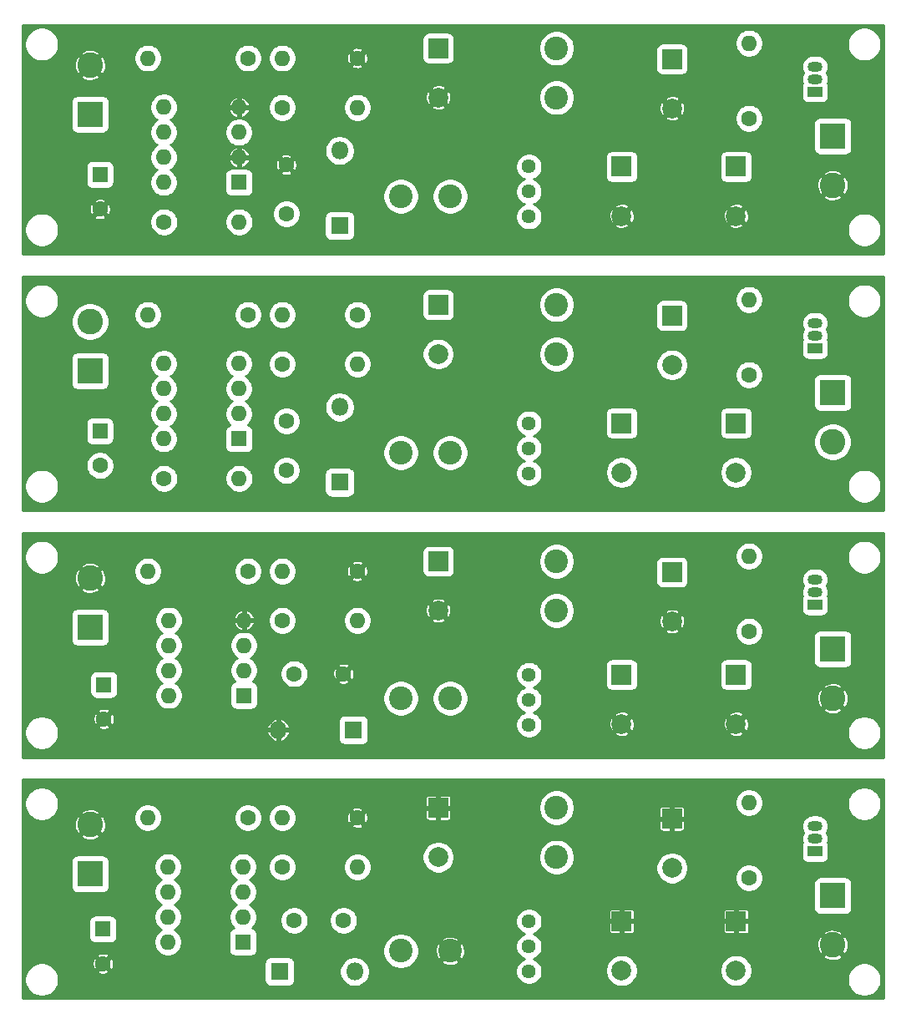
<source format=gbl>
%TF.GenerationSoftware,KiCad,Pcbnew,(5.1.12)-1*%
%TF.CreationDate,2022-12-13T04:58:50+01:00*%
%TF.ProjectId,MC34063_panel,4d433334-3036-4335-9f70-616e656c2e6b,rev?*%
%TF.SameCoordinates,Original*%
%TF.FileFunction,Copper,L2,Bot*%
%TF.FilePolarity,Positive*%
%FSLAX46Y46*%
G04 Gerber Fmt 4.6, Leading zero omitted, Abs format (unit mm)*
G04 Created by KiCad (PCBNEW (5.1.12)-1) date 2022-12-13 04:58:50*
%MOMM*%
%LPD*%
G01*
G04 APERTURE LIST*
%TA.AperFunction,ComponentPad*%
%ADD10C,1.600000*%
%TD*%
%TA.AperFunction,ComponentPad*%
%ADD11R,2.600000X2.600000*%
%TD*%
%TA.AperFunction,ComponentPad*%
%ADD12C,2.600000*%
%TD*%
%TA.AperFunction,ComponentPad*%
%ADD13O,1.800000X1.800000*%
%TD*%
%TA.AperFunction,ComponentPad*%
%ADD14R,1.800000X1.800000*%
%TD*%
%TA.AperFunction,ComponentPad*%
%ADD15C,2.400000*%
%TD*%
%TA.AperFunction,ComponentPad*%
%ADD16R,1.600000X1.600000*%
%TD*%
%TA.AperFunction,ComponentPad*%
%ADD17C,2.000000*%
%TD*%
%TA.AperFunction,ComponentPad*%
%ADD18R,2.000000X2.000000*%
%TD*%
%TA.AperFunction,ComponentPad*%
%ADD19O,1.600000X1.600000*%
%TD*%
%TA.AperFunction,ComponentPad*%
%ADD20C,1.440000*%
%TD*%
%TA.AperFunction,ComponentPad*%
%ADD21R,1.500000X1.050000*%
%TD*%
%TA.AperFunction,ComponentPad*%
%ADD22O,1.500000X1.050000*%
%TD*%
%TA.AperFunction,Conductor*%
%ADD23C,0.254000*%
%TD*%
%TA.AperFunction,Conductor*%
%ADD24C,0.100000*%
%TD*%
%TA.AperFunction,NonConductor*%
%ADD25C,0.254000*%
%TD*%
%TA.AperFunction,NonConductor*%
%ADD26C,0.100000*%
%TD*%
G04 APERTURE END LIST*
D10*
%TO.P,C2,2*%
%TO.N,N/C*%
X72400000Y-99800000D03*
%TO.P,C2,1*%
X72400000Y-104800000D03*
%TD*%
D11*
%TO.P,J1,1*%
%TO.N,N/C*%
X52500000Y-94700000D03*
D12*
%TO.P,J1,2*%
X52500000Y-89700000D03*
%TD*%
D13*
%TO.P,D1,2*%
%TO.N,N/C*%
X77800000Y-98380000D03*
D14*
%TO.P,D1,1*%
X77800000Y-106000000D03*
%TD*%
D12*
%TO.P,J2,2*%
%TO.N,N/C*%
X127800000Y-101900000D03*
D11*
%TO.P,J2,1*%
X127800000Y-96900000D03*
%TD*%
D15*
%TO.P,L2,1*%
%TO.N,N/C*%
X99800000Y-88000000D03*
%TO.P,L2,2*%
X99800000Y-93000000D03*
%TD*%
%TO.P,L1,2*%
%TO.N,N/C*%
X89000000Y-103000000D03*
%TO.P,L1,1*%
X84000000Y-103000000D03*
%TD*%
D10*
%TO.P,C1,2*%
%TO.N,N/C*%
X53500000Y-104300000D03*
D16*
%TO.P,C1,1*%
X53500000Y-100800000D03*
%TD*%
D17*
%TO.P,C6,2*%
%TO.N,N/C*%
X118000000Y-105000000D03*
D18*
%TO.P,C6,1*%
X118000000Y-100000000D03*
%TD*%
%TO.P,C5,1*%
%TO.N,N/C*%
X111500000Y-89100000D03*
D17*
%TO.P,C5,2*%
X111500000Y-94100000D03*
%TD*%
D18*
%TO.P,C4,1*%
%TO.N,N/C*%
X106400000Y-100000000D03*
D17*
%TO.P,C4,2*%
X106400000Y-105000000D03*
%TD*%
%TO.P,C3,2*%
%TO.N,N/C*%
X87800000Y-93000000D03*
D18*
%TO.P,C3,1*%
X87800000Y-88000000D03*
%TD*%
D19*
%TO.P,U1,8*%
%TO.N,N/C*%
X59980000Y-101600000D03*
%TO.P,U1,4*%
X67600000Y-93980000D03*
%TO.P,U1,7*%
X59980000Y-99060000D03*
%TO.P,U1,3*%
X67600000Y-96520000D03*
%TO.P,U1,6*%
X59980000Y-96520000D03*
%TO.P,U1,2*%
X67600000Y-99060000D03*
%TO.P,U1,5*%
X59980000Y-93980000D03*
D16*
%TO.P,U1,1*%
X67600000Y-101600000D03*
%TD*%
D20*
%TO.P,RV1,3*%
%TO.N,N/C*%
X97000000Y-105080000D03*
%TO.P,RV1,2*%
X97000000Y-102540000D03*
%TO.P,RV1,1*%
X97000000Y-100000000D03*
%TD*%
D10*
%TO.P,R5,1*%
%TO.N,N/C*%
X119300000Y-95100000D03*
D19*
%TO.P,R5,2*%
X119300000Y-87480000D03*
%TD*%
%TO.P,R4,2*%
%TO.N,N/C*%
X79620000Y-94000000D03*
D10*
%TO.P,R4,1*%
X72000000Y-94000000D03*
%TD*%
%TO.P,R3,1*%
%TO.N,N/C*%
X60000000Y-105600000D03*
D19*
%TO.P,R3,2*%
X67620000Y-105600000D03*
%TD*%
%TO.P,R2,2*%
%TO.N,N/C*%
X71980000Y-89000000D03*
D10*
%TO.P,R2,1*%
X79600000Y-89000000D03*
%TD*%
D19*
%TO.P,R1,2*%
%TO.N,N/C*%
X58340000Y-89000000D03*
D10*
%TO.P,R1,1*%
X68500000Y-89000000D03*
%TD*%
D21*
%TO.P,Q1,1*%
%TO.N,N/C*%
X126000000Y-92400000D03*
D22*
%TO.P,Q1,3*%
X126000000Y-89860000D03*
%TO.P,Q1,2*%
X126000000Y-91130000D03*
%TD*%
D10*
%TO.P,C2,1*%
%TO.N,Net-(C2-Pad1)*%
X72400000Y-78800000D03*
%TO.P,C2,2*%
%TO.N,GND*%
X72400000Y-73800000D03*
%TD*%
D14*
%TO.P,D1,1*%
%TO.N,Net-(C3-Pad1)*%
X77800000Y-80000000D03*
D13*
%TO.P,D1,2*%
%TO.N,Net-(D1-Pad2)*%
X77800000Y-72380000D03*
%TD*%
D12*
%TO.P,J1,2*%
%TO.N,GND*%
X52500000Y-63700000D03*
D11*
%TO.P,J1,1*%
%TO.N,Net-(C1-Pad1)*%
X52500000Y-68700000D03*
%TD*%
%TO.P,J2,1*%
%TO.N,Net-(C6-Pad1)*%
X127800000Y-70900000D03*
D12*
%TO.P,J2,2*%
%TO.N,GND*%
X127800000Y-75900000D03*
%TD*%
D15*
%TO.P,L1,1*%
%TO.N,Net-(L1-Pad1)*%
X84000000Y-77000000D03*
%TO.P,L1,2*%
%TO.N,Net-(D1-Pad2)*%
X89000000Y-77000000D03*
%TD*%
%TO.P,L2,2*%
%TO.N,Net-(C4-Pad1)*%
X99800000Y-67000000D03*
%TO.P,L2,1*%
%TO.N,Net-(C3-Pad1)*%
X99800000Y-62000000D03*
%TD*%
D22*
%TO.P,Q1,2*%
%TO.N,Net-(C5-Pad1)*%
X126000000Y-65130000D03*
%TO.P,Q1,3*%
%TO.N,Net-(C4-Pad1)*%
X126000000Y-63860000D03*
D21*
%TO.P,Q1,1*%
%TO.N,Net-(C6-Pad1)*%
X126000000Y-66400000D03*
%TD*%
D10*
%TO.P,R1,1*%
%TO.N,Net-(L1-Pad1)*%
X68500000Y-63000000D03*
D19*
%TO.P,R1,2*%
%TO.N,Net-(C1-Pad1)*%
X58340000Y-63000000D03*
%TD*%
D10*
%TO.P,R2,1*%
%TO.N,GND*%
X79600000Y-63000000D03*
D19*
%TO.P,R2,2*%
%TO.N,Net-(R2-Pad2)*%
X71980000Y-63000000D03*
%TD*%
%TO.P,R3,2*%
%TO.N,Net-(L1-Pad1)*%
X67620000Y-79600000D03*
D10*
%TO.P,R3,1*%
%TO.N,Net-(R3-Pad1)*%
X60000000Y-79600000D03*
%TD*%
%TO.P,R4,1*%
%TO.N,Net-(R2-Pad2)*%
X72000000Y-68000000D03*
D19*
%TO.P,R4,2*%
%TO.N,Net-(R4-Pad2)*%
X79620000Y-68000000D03*
%TD*%
%TO.P,R5,2*%
%TO.N,Net-(C4-Pad1)*%
X119300000Y-61480000D03*
D10*
%TO.P,R5,1*%
%TO.N,Net-(C5-Pad1)*%
X119300000Y-69100000D03*
%TD*%
D20*
%TO.P,RV1,1*%
%TO.N,Net-(R4-Pad2)*%
X97000000Y-74000000D03*
%TO.P,RV1,2*%
%TO.N,Net-(C3-Pad1)*%
X97000000Y-76540000D03*
%TO.P,RV1,3*%
%TO.N,N/C*%
X97000000Y-79080000D03*
%TD*%
D16*
%TO.P,U1,1*%
%TO.N,Net-(D1-Pad2)*%
X67600000Y-75600000D03*
D19*
%TO.P,U1,5*%
%TO.N,Net-(R2-Pad2)*%
X59980000Y-67980000D03*
%TO.P,U1,2*%
%TO.N,GND*%
X67600000Y-73060000D03*
%TO.P,U1,6*%
%TO.N,Net-(C1-Pad1)*%
X59980000Y-70520000D03*
%TO.P,U1,3*%
%TO.N,Net-(C2-Pad1)*%
X67600000Y-70520000D03*
%TO.P,U1,7*%
%TO.N,Net-(L1-Pad1)*%
X59980000Y-73060000D03*
%TO.P,U1,4*%
%TO.N,GND*%
X67600000Y-67980000D03*
%TO.P,U1,8*%
%TO.N,Net-(R3-Pad1)*%
X59980000Y-75600000D03*
%TD*%
D18*
%TO.P,C3,1*%
%TO.N,Net-(C3-Pad1)*%
X87800000Y-62000000D03*
D17*
%TO.P,C3,2*%
%TO.N,GND*%
X87800000Y-67000000D03*
%TD*%
%TO.P,C4,2*%
%TO.N,GND*%
X106400000Y-79000000D03*
D18*
%TO.P,C4,1*%
%TO.N,Net-(C4-Pad1)*%
X106400000Y-74000000D03*
%TD*%
D17*
%TO.P,C5,2*%
%TO.N,GND*%
X111500000Y-68100000D03*
D18*
%TO.P,C5,1*%
%TO.N,Net-(C5-Pad1)*%
X111500000Y-63100000D03*
%TD*%
%TO.P,C6,1*%
%TO.N,Net-(C6-Pad1)*%
X118000000Y-74000000D03*
D17*
%TO.P,C6,2*%
%TO.N,GND*%
X118000000Y-79000000D03*
%TD*%
D16*
%TO.P,C1,1*%
%TO.N,Net-(C1-Pad1)*%
X53500000Y-74800000D03*
D10*
%TO.P,C1,2*%
%TO.N,GND*%
X53500000Y-78300000D03*
%TD*%
%TO.P,C2,1*%
%TO.N,Net-(C2-Pad1)*%
X73200000Y-125400000D03*
%TO.P,C2,2*%
%TO.N,GND*%
X78200000Y-125400000D03*
%TD*%
D14*
%TO.P,D1,1*%
%TO.N,Net-(D1-Pad1)*%
X79200000Y-131100000D03*
D13*
%TO.P,D1,2*%
%TO.N,GND*%
X71580000Y-131100000D03*
%TD*%
D12*
%TO.P,J1,2*%
%TO.N,GND*%
X52500000Y-115700000D03*
D11*
%TO.P,J1,1*%
%TO.N,Net-(C1-Pad1)*%
X52500000Y-120700000D03*
%TD*%
%TO.P,J2,1*%
%TO.N,Net-(C6-Pad1)*%
X127800000Y-122900000D03*
D12*
%TO.P,J2,2*%
%TO.N,GND*%
X127800000Y-127900000D03*
%TD*%
D15*
%TO.P,L1,1*%
%TO.N,Net-(D1-Pad1)*%
X84000000Y-127900000D03*
%TO.P,L1,2*%
%TO.N,Net-(C3-Pad1)*%
X89000000Y-127900000D03*
%TD*%
%TO.P,L2,2*%
%TO.N,Net-(C4-Pad1)*%
X99800000Y-119000000D03*
%TO.P,L2,1*%
%TO.N,Net-(C3-Pad1)*%
X99800000Y-114000000D03*
%TD*%
D22*
%TO.P,Q1,2*%
%TO.N,Net-(C5-Pad1)*%
X126000000Y-117130000D03*
%TO.P,Q1,3*%
%TO.N,Net-(C4-Pad1)*%
X126000000Y-115860000D03*
D21*
%TO.P,Q1,1*%
%TO.N,Net-(C6-Pad1)*%
X126000000Y-118400000D03*
%TD*%
D10*
%TO.P,R1,1*%
%TO.N,Net-(R1-Pad1)*%
X68500000Y-115000000D03*
D19*
%TO.P,R1,2*%
%TO.N,Net-(C1-Pad1)*%
X58340000Y-115000000D03*
%TD*%
D10*
%TO.P,R2,1*%
%TO.N,GND*%
X79600000Y-115000000D03*
D19*
%TO.P,R2,2*%
%TO.N,Net-(R2-Pad2)*%
X71980000Y-115000000D03*
%TD*%
D10*
%TO.P,R4,1*%
%TO.N,Net-(R2-Pad2)*%
X72000000Y-120000000D03*
D19*
%TO.P,R4,2*%
%TO.N,Net-(R4-Pad2)*%
X79620000Y-120000000D03*
%TD*%
%TO.P,R5,2*%
%TO.N,Net-(C4-Pad1)*%
X119300000Y-113480000D03*
D10*
%TO.P,R5,1*%
%TO.N,Net-(C5-Pad1)*%
X119300000Y-121100000D03*
%TD*%
D20*
%TO.P,RV1,1*%
%TO.N,Net-(R4-Pad2)*%
X97000000Y-125500000D03*
%TO.P,RV1,2*%
%TO.N,Net-(C3-Pad1)*%
X97000000Y-128040000D03*
%TO.P,RV1,3*%
%TO.N,N/C*%
X97000000Y-130580000D03*
%TD*%
D16*
%TO.P,U1,1*%
%TO.N,Net-(R1-Pad1)*%
X68100000Y-127600000D03*
D19*
%TO.P,U1,5*%
%TO.N,Net-(R2-Pad2)*%
X60480000Y-119980000D03*
%TO.P,U1,2*%
%TO.N,Net-(D1-Pad1)*%
X68100000Y-125060000D03*
%TO.P,U1,6*%
%TO.N,Net-(C1-Pad1)*%
X60480000Y-122520000D03*
%TO.P,U1,3*%
%TO.N,Net-(C2-Pad1)*%
X68100000Y-122520000D03*
%TO.P,U1,7*%
%TO.N,Net-(R1-Pad1)*%
X60480000Y-125060000D03*
%TO.P,U1,4*%
%TO.N,GND*%
X68100000Y-119980000D03*
%TO.P,U1,8*%
%TO.N,Net-(R1-Pad1)*%
X60480000Y-127600000D03*
%TD*%
D18*
%TO.P,C3,1*%
%TO.N,Net-(C3-Pad1)*%
X87800000Y-114000000D03*
D17*
%TO.P,C3,2*%
%TO.N,GND*%
X87800000Y-119000000D03*
%TD*%
%TO.P,C4,2*%
%TO.N,GND*%
X106400000Y-130500000D03*
D18*
%TO.P,C4,1*%
%TO.N,Net-(C4-Pad1)*%
X106400000Y-125500000D03*
%TD*%
D17*
%TO.P,C5,2*%
%TO.N,GND*%
X111500000Y-120100000D03*
D18*
%TO.P,C5,1*%
%TO.N,Net-(C5-Pad1)*%
X111500000Y-115100000D03*
%TD*%
%TO.P,C6,1*%
%TO.N,Net-(C6-Pad1)*%
X118000000Y-125500000D03*
D17*
%TO.P,C6,2*%
%TO.N,GND*%
X118000000Y-130500000D03*
%TD*%
D16*
%TO.P,C1,1*%
%TO.N,Net-(C1-Pad1)*%
X53900000Y-126500000D03*
D10*
%TO.P,C1,2*%
%TO.N,GND*%
X53900000Y-130000000D03*
%TD*%
%TO.P,C2,1*%
%TO.N,Net-(C2-Pad1)*%
X73200000Y-150400000D03*
%TO.P,C2,2*%
%TO.N,Net-(C2-Pad2)*%
X78200000Y-150400000D03*
%TD*%
D13*
%TO.P,D1,2*%
%TO.N,Net-(C2-Pad2)*%
X79320000Y-155600000D03*
D14*
%TO.P,D1,1*%
%TO.N,Net-(D1-Pad1)*%
X71700000Y-155600000D03*
%TD*%
D12*
%TO.P,J1,2*%
%TO.N,GND*%
X52500000Y-140700000D03*
D11*
%TO.P,J1,1*%
%TO.N,Net-(C1-Pad1)*%
X52500000Y-145700000D03*
%TD*%
%TO.P,J2,1*%
%TO.N,Net-(C6-Pad2)*%
X127800000Y-147900000D03*
D12*
%TO.P,J2,2*%
%TO.N,GND*%
X127800000Y-152900000D03*
%TD*%
D15*
%TO.P,L1,2*%
%TO.N,GND*%
X89000000Y-153500000D03*
%TO.P,L1,1*%
%TO.N,Net-(D1-Pad1)*%
X84000000Y-153500000D03*
%TD*%
%TO.P,L2,2*%
%TO.N,Net-(C4-Pad2)*%
X99800000Y-144000000D03*
%TO.P,L2,1*%
%TO.N,Net-(C2-Pad2)*%
X99800000Y-139000000D03*
%TD*%
D10*
%TO.P,R1,1*%
%TO.N,Net-(R1-Pad1)*%
X68500000Y-140000000D03*
D19*
%TO.P,R1,2*%
%TO.N,Net-(C1-Pad1)*%
X58340000Y-140000000D03*
%TD*%
D10*
%TO.P,R2,1*%
%TO.N,GND*%
X79600000Y-140000000D03*
D19*
%TO.P,R2,2*%
%TO.N,Net-(R2-Pad2)*%
X71980000Y-140000000D03*
%TD*%
D10*
%TO.P,R4,1*%
%TO.N,Net-(R2-Pad2)*%
X72000000Y-145000000D03*
D19*
%TO.P,R4,2*%
%TO.N,Net-(R4-Pad2)*%
X79620000Y-145000000D03*
%TD*%
%TO.P,R5,2*%
%TO.N,Net-(C4-Pad2)*%
X119300000Y-138480000D03*
D10*
%TO.P,R5,1*%
%TO.N,Net-(C5-Pad2)*%
X119300000Y-146100000D03*
%TD*%
D20*
%TO.P,RV1,3*%
%TO.N,N/C*%
X97000000Y-155580000D03*
%TO.P,RV1,2*%
%TO.N,Net-(C2-Pad2)*%
X97000000Y-153040000D03*
%TO.P,RV1,1*%
%TO.N,Net-(R4-Pad2)*%
X97000000Y-150500000D03*
%TD*%
D16*
%TO.P,U1,1*%
%TO.N,Net-(R1-Pad1)*%
X68000000Y-152600000D03*
D19*
%TO.P,U1,5*%
%TO.N,Net-(R2-Pad2)*%
X60380000Y-144980000D03*
%TO.P,U1,2*%
%TO.N,Net-(D1-Pad1)*%
X68000000Y-150060000D03*
%TO.P,U1,6*%
%TO.N,Net-(C1-Pad1)*%
X60380000Y-147520000D03*
%TO.P,U1,3*%
%TO.N,Net-(C2-Pad1)*%
X68000000Y-147520000D03*
%TO.P,U1,7*%
%TO.N,Net-(R1-Pad1)*%
X60380000Y-150060000D03*
%TO.P,U1,4*%
%TO.N,Net-(C2-Pad2)*%
X68000000Y-144980000D03*
%TO.P,U1,8*%
%TO.N,Net-(R1-Pad1)*%
X60380000Y-152600000D03*
%TD*%
D18*
%TO.P,C3,1*%
%TO.N,GND*%
X87800000Y-139000000D03*
D17*
%TO.P,C3,2*%
%TO.N,Net-(C2-Pad2)*%
X87800000Y-144000000D03*
%TD*%
D18*
%TO.P,C4,1*%
%TO.N,GND*%
X106400000Y-150500000D03*
D17*
%TO.P,C4,2*%
%TO.N,Net-(C4-Pad2)*%
X106400000Y-155500000D03*
%TD*%
%TO.P,C5,2*%
%TO.N,Net-(C5-Pad2)*%
X111500000Y-145100000D03*
D18*
%TO.P,C5,1*%
%TO.N,GND*%
X111500000Y-140100000D03*
%TD*%
D17*
%TO.P,C6,2*%
%TO.N,Net-(C6-Pad2)*%
X118000000Y-155500000D03*
D18*
%TO.P,C6,1*%
%TO.N,GND*%
X118000000Y-150500000D03*
%TD*%
D16*
%TO.P,C1,1*%
%TO.N,Net-(C1-Pad1)*%
X53800000Y-151300000D03*
D10*
%TO.P,C1,2*%
%TO.N,GND*%
X53800000Y-154800000D03*
%TD*%
D21*
%TO.P,Q1,1*%
%TO.N,Net-(C6-Pad2)*%
X126000000Y-143400000D03*
D22*
%TO.P,Q1,3*%
%TO.N,Net-(C4-Pad2)*%
X126000000Y-140860000D03*
%TO.P,Q1,2*%
%TO.N,Net-(C5-Pad2)*%
X126000000Y-142130000D03*
%TD*%
D23*
%TO.N,GND*%
X132915001Y-82873000D02*
X45685000Y-82873000D01*
X45685000Y-80229117D01*
X45865000Y-80229117D01*
X45865000Y-80570883D01*
X45931675Y-80906081D01*
X46062463Y-81221831D01*
X46252337Y-81505998D01*
X46494002Y-81747663D01*
X46778169Y-81937537D01*
X47093919Y-82068325D01*
X47429117Y-82135000D01*
X47770883Y-82135000D01*
X48106081Y-82068325D01*
X48421831Y-81937537D01*
X48705998Y-81747663D01*
X48947663Y-81505998D01*
X49137537Y-81221831D01*
X49268325Y-80906081D01*
X49335000Y-80570883D01*
X49335000Y-80229117D01*
X49268325Y-79893919D01*
X49137537Y-79578169D01*
X49057688Y-79458665D01*
X58565000Y-79458665D01*
X58565000Y-79741335D01*
X58620147Y-80018574D01*
X58728320Y-80279727D01*
X58885363Y-80514759D01*
X59085241Y-80714637D01*
X59320273Y-80871680D01*
X59581426Y-80979853D01*
X59858665Y-81035000D01*
X60141335Y-81035000D01*
X60418574Y-80979853D01*
X60679727Y-80871680D01*
X60914759Y-80714637D01*
X61114637Y-80514759D01*
X61271680Y-80279727D01*
X61379853Y-80018574D01*
X61435000Y-79741335D01*
X61435000Y-79458665D01*
X66185000Y-79458665D01*
X66185000Y-79741335D01*
X66240147Y-80018574D01*
X66348320Y-80279727D01*
X66505363Y-80514759D01*
X66705241Y-80714637D01*
X66940273Y-80871680D01*
X67201426Y-80979853D01*
X67478665Y-81035000D01*
X67761335Y-81035000D01*
X68038574Y-80979853D01*
X68299727Y-80871680D01*
X68534759Y-80714637D01*
X68734637Y-80514759D01*
X68891680Y-80279727D01*
X68999853Y-80018574D01*
X69055000Y-79741335D01*
X69055000Y-79458665D01*
X68999853Y-79181426D01*
X68891680Y-78920273D01*
X68734637Y-78685241D01*
X68708061Y-78658665D01*
X70965000Y-78658665D01*
X70965000Y-78941335D01*
X71020147Y-79218574D01*
X71128320Y-79479727D01*
X71285363Y-79714759D01*
X71485241Y-79914637D01*
X71720273Y-80071680D01*
X71981426Y-80179853D01*
X72258665Y-80235000D01*
X72541335Y-80235000D01*
X72818574Y-80179853D01*
X73079727Y-80071680D01*
X73314759Y-79914637D01*
X73514637Y-79714759D01*
X73671680Y-79479727D01*
X73779853Y-79218574D01*
X73803439Y-79100000D01*
X76261928Y-79100000D01*
X76261928Y-80900000D01*
X76274188Y-81024482D01*
X76310498Y-81144180D01*
X76369463Y-81254494D01*
X76448815Y-81351185D01*
X76545506Y-81430537D01*
X76655820Y-81489502D01*
X76775518Y-81525812D01*
X76900000Y-81538072D01*
X78700000Y-81538072D01*
X78824482Y-81525812D01*
X78944180Y-81489502D01*
X79054494Y-81430537D01*
X79151185Y-81351185D01*
X79230537Y-81254494D01*
X79289502Y-81144180D01*
X79325812Y-81024482D01*
X79338072Y-80900000D01*
X79338072Y-79100000D01*
X79325812Y-78975518D01*
X79289502Y-78855820D01*
X79230537Y-78745506D01*
X79151185Y-78648815D01*
X79054494Y-78569463D01*
X78944180Y-78510498D01*
X78824482Y-78474188D01*
X78700000Y-78461928D01*
X76900000Y-78461928D01*
X76775518Y-78474188D01*
X76655820Y-78510498D01*
X76545506Y-78569463D01*
X76448815Y-78648815D01*
X76369463Y-78745506D01*
X76310498Y-78855820D01*
X76274188Y-78975518D01*
X76261928Y-79100000D01*
X73803439Y-79100000D01*
X73835000Y-78941335D01*
X73835000Y-78658665D01*
X73779853Y-78381426D01*
X73671680Y-78120273D01*
X73514637Y-77885241D01*
X73314759Y-77685363D01*
X73079727Y-77528320D01*
X72818574Y-77420147D01*
X72541335Y-77365000D01*
X72258665Y-77365000D01*
X71981426Y-77420147D01*
X71720273Y-77528320D01*
X71485241Y-77685363D01*
X71285363Y-77885241D01*
X71128320Y-78120273D01*
X71020147Y-78381426D01*
X70965000Y-78658665D01*
X68708061Y-78658665D01*
X68534759Y-78485363D01*
X68299727Y-78328320D01*
X68038574Y-78220147D01*
X67761335Y-78165000D01*
X67478665Y-78165000D01*
X67201426Y-78220147D01*
X66940273Y-78328320D01*
X66705241Y-78485363D01*
X66505363Y-78685241D01*
X66348320Y-78920273D01*
X66240147Y-79181426D01*
X66185000Y-79458665D01*
X61435000Y-79458665D01*
X61379853Y-79181426D01*
X61271680Y-78920273D01*
X61114637Y-78685241D01*
X60914759Y-78485363D01*
X60679727Y-78328320D01*
X60418574Y-78220147D01*
X60141335Y-78165000D01*
X59858665Y-78165000D01*
X59581426Y-78220147D01*
X59320273Y-78328320D01*
X59085241Y-78485363D01*
X58885363Y-78685241D01*
X58728320Y-78920273D01*
X58620147Y-79181426D01*
X58565000Y-79458665D01*
X49057688Y-79458665D01*
X48947663Y-79294002D01*
X48766994Y-79113333D01*
X52866273Y-79113333D01*
X52956762Y-79263769D01*
X53155222Y-79351230D01*
X53366931Y-79398294D01*
X53583755Y-79403151D01*
X53797360Y-79365614D01*
X53999537Y-79287127D01*
X54043238Y-79263769D01*
X54133727Y-79113333D01*
X53500000Y-78479605D01*
X52866273Y-79113333D01*
X48766994Y-79113333D01*
X48705998Y-79052337D01*
X48421831Y-78862463D01*
X48106081Y-78731675D01*
X47770883Y-78665000D01*
X47429117Y-78665000D01*
X47093919Y-78731675D01*
X46778169Y-78862463D01*
X46494002Y-79052337D01*
X46252337Y-79294002D01*
X46062463Y-79578169D01*
X45931675Y-79893919D01*
X45865000Y-80229117D01*
X45685000Y-80229117D01*
X45685000Y-78383755D01*
X52396849Y-78383755D01*
X52434386Y-78597360D01*
X52512873Y-78799537D01*
X52536231Y-78843238D01*
X52686667Y-78933727D01*
X53320395Y-78300000D01*
X53679605Y-78300000D01*
X54313333Y-78933727D01*
X54463769Y-78843238D01*
X54551230Y-78644778D01*
X54598294Y-78433069D01*
X54603151Y-78216245D01*
X54565614Y-78002640D01*
X54487127Y-77800463D01*
X54463769Y-77756762D01*
X54313333Y-77666273D01*
X53679605Y-78300000D01*
X53320395Y-78300000D01*
X52686667Y-77666273D01*
X52536231Y-77756762D01*
X52448770Y-77955222D01*
X52401706Y-78166931D01*
X52396849Y-78383755D01*
X45685000Y-78383755D01*
X45685000Y-77486667D01*
X52866273Y-77486667D01*
X53500000Y-78120395D01*
X54133727Y-77486667D01*
X54043238Y-77336231D01*
X53844778Y-77248770D01*
X53633069Y-77201706D01*
X53416245Y-77196849D01*
X53202640Y-77234386D01*
X53000463Y-77312873D01*
X52956762Y-77336231D01*
X52866273Y-77486667D01*
X45685000Y-77486667D01*
X45685000Y-74000000D01*
X52061928Y-74000000D01*
X52061928Y-75600000D01*
X52074188Y-75724482D01*
X52110498Y-75844180D01*
X52169463Y-75954494D01*
X52248815Y-76051185D01*
X52345506Y-76130537D01*
X52455820Y-76189502D01*
X52575518Y-76225812D01*
X52700000Y-76238072D01*
X54300000Y-76238072D01*
X54424482Y-76225812D01*
X54544180Y-76189502D01*
X54654494Y-76130537D01*
X54751185Y-76051185D01*
X54830537Y-75954494D01*
X54889502Y-75844180D01*
X54925812Y-75724482D01*
X54938072Y-75600000D01*
X54938072Y-74000000D01*
X54925812Y-73875518D01*
X54889502Y-73755820D01*
X54830537Y-73645506D01*
X54751185Y-73548815D01*
X54654494Y-73469463D01*
X54544180Y-73410498D01*
X54424482Y-73374188D01*
X54300000Y-73361928D01*
X52700000Y-73361928D01*
X52575518Y-73374188D01*
X52455820Y-73410498D01*
X52345506Y-73469463D01*
X52248815Y-73548815D01*
X52169463Y-73645506D01*
X52110498Y-73755820D01*
X52074188Y-73875518D01*
X52061928Y-74000000D01*
X45685000Y-74000000D01*
X45685000Y-67400000D01*
X50561928Y-67400000D01*
X50561928Y-70000000D01*
X50574188Y-70124482D01*
X50610498Y-70244180D01*
X50669463Y-70354494D01*
X50748815Y-70451185D01*
X50845506Y-70530537D01*
X50955820Y-70589502D01*
X51075518Y-70625812D01*
X51200000Y-70638072D01*
X53800000Y-70638072D01*
X53924482Y-70625812D01*
X54044180Y-70589502D01*
X54154494Y-70530537D01*
X54251185Y-70451185D01*
X54330537Y-70354494D01*
X54389502Y-70244180D01*
X54425812Y-70124482D01*
X54438072Y-70000000D01*
X54438072Y-67838665D01*
X58545000Y-67838665D01*
X58545000Y-68121335D01*
X58600147Y-68398574D01*
X58708320Y-68659727D01*
X58865363Y-68894759D01*
X59065241Y-69094637D01*
X59297759Y-69250000D01*
X59065241Y-69405363D01*
X58865363Y-69605241D01*
X58708320Y-69840273D01*
X58600147Y-70101426D01*
X58545000Y-70378665D01*
X58545000Y-70661335D01*
X58600147Y-70938574D01*
X58708320Y-71199727D01*
X58865363Y-71434759D01*
X59065241Y-71634637D01*
X59297759Y-71790000D01*
X59065241Y-71945363D01*
X58865363Y-72145241D01*
X58708320Y-72380273D01*
X58600147Y-72641426D01*
X58545000Y-72918665D01*
X58545000Y-73201335D01*
X58600147Y-73478574D01*
X58708320Y-73739727D01*
X58865363Y-73974759D01*
X59065241Y-74174637D01*
X59297759Y-74330000D01*
X59065241Y-74485363D01*
X58865363Y-74685241D01*
X58708320Y-74920273D01*
X58600147Y-75181426D01*
X58545000Y-75458665D01*
X58545000Y-75741335D01*
X58600147Y-76018574D01*
X58708320Y-76279727D01*
X58865363Y-76514759D01*
X59065241Y-76714637D01*
X59300273Y-76871680D01*
X59561426Y-76979853D01*
X59838665Y-77035000D01*
X60121335Y-77035000D01*
X60398574Y-76979853D01*
X60659727Y-76871680D01*
X60894759Y-76714637D01*
X61094637Y-76514759D01*
X61251680Y-76279727D01*
X61359853Y-76018574D01*
X61415000Y-75741335D01*
X61415000Y-75458665D01*
X61359853Y-75181426D01*
X61251680Y-74920273D01*
X61171317Y-74800000D01*
X66161928Y-74800000D01*
X66161928Y-76400000D01*
X66174188Y-76524482D01*
X66210498Y-76644180D01*
X66269463Y-76754494D01*
X66348815Y-76851185D01*
X66445506Y-76930537D01*
X66555820Y-76989502D01*
X66675518Y-77025812D01*
X66800000Y-77038072D01*
X68400000Y-77038072D01*
X68524482Y-77025812D01*
X68644180Y-76989502D01*
X68754494Y-76930537D01*
X68851185Y-76851185D01*
X68877378Y-76819268D01*
X82165000Y-76819268D01*
X82165000Y-77180732D01*
X82235518Y-77535250D01*
X82373844Y-77869199D01*
X82574662Y-78169744D01*
X82830256Y-78425338D01*
X83130801Y-78626156D01*
X83464750Y-78764482D01*
X83819268Y-78835000D01*
X84180732Y-78835000D01*
X84535250Y-78764482D01*
X84869199Y-78626156D01*
X85169744Y-78425338D01*
X85425338Y-78169744D01*
X85626156Y-77869199D01*
X85764482Y-77535250D01*
X85835000Y-77180732D01*
X85835000Y-76819268D01*
X87165000Y-76819268D01*
X87165000Y-77180732D01*
X87235518Y-77535250D01*
X87373844Y-77869199D01*
X87574662Y-78169744D01*
X87830256Y-78425338D01*
X88130801Y-78626156D01*
X88464750Y-78764482D01*
X88819268Y-78835000D01*
X89180732Y-78835000D01*
X89535250Y-78764482D01*
X89869199Y-78626156D01*
X90169744Y-78425338D01*
X90425338Y-78169744D01*
X90626156Y-77869199D01*
X90764482Y-77535250D01*
X90835000Y-77180732D01*
X90835000Y-76819268D01*
X90764482Y-76464750D01*
X90626156Y-76130801D01*
X90425338Y-75830256D01*
X90169744Y-75574662D01*
X89869199Y-75373844D01*
X89535250Y-75235518D01*
X89180732Y-75165000D01*
X88819268Y-75165000D01*
X88464750Y-75235518D01*
X88130801Y-75373844D01*
X87830256Y-75574662D01*
X87574662Y-75830256D01*
X87373844Y-76130801D01*
X87235518Y-76464750D01*
X87165000Y-76819268D01*
X85835000Y-76819268D01*
X85764482Y-76464750D01*
X85626156Y-76130801D01*
X85425338Y-75830256D01*
X85169744Y-75574662D01*
X84869199Y-75373844D01*
X84535250Y-75235518D01*
X84180732Y-75165000D01*
X83819268Y-75165000D01*
X83464750Y-75235518D01*
X83130801Y-75373844D01*
X82830256Y-75574662D01*
X82574662Y-75830256D01*
X82373844Y-76130801D01*
X82235518Y-76464750D01*
X82165000Y-76819268D01*
X68877378Y-76819268D01*
X68930537Y-76754494D01*
X68989502Y-76644180D01*
X69025812Y-76524482D01*
X69038072Y-76400000D01*
X69038072Y-74800000D01*
X69025812Y-74675518D01*
X69006949Y-74613333D01*
X71766273Y-74613333D01*
X71856762Y-74763769D01*
X72055222Y-74851230D01*
X72266931Y-74898294D01*
X72483755Y-74903151D01*
X72697360Y-74865614D01*
X72899537Y-74787127D01*
X72943238Y-74763769D01*
X73033727Y-74613333D01*
X72400000Y-73979605D01*
X71766273Y-74613333D01*
X69006949Y-74613333D01*
X68989502Y-74555820D01*
X68930537Y-74445506D01*
X68851185Y-74348815D01*
X68754494Y-74269463D01*
X68644180Y-74210498D01*
X68524482Y-74174188D01*
X68400000Y-74161928D01*
X66800000Y-74161928D01*
X66675518Y-74174188D01*
X66555820Y-74210498D01*
X66445506Y-74269463D01*
X66348815Y-74348815D01*
X66269463Y-74445506D01*
X66210498Y-74555820D01*
X66174188Y-74675518D01*
X66161928Y-74800000D01*
X61171317Y-74800000D01*
X61094637Y-74685241D01*
X60894759Y-74485363D01*
X60662241Y-74330000D01*
X60894759Y-74174637D01*
X61094637Y-73974759D01*
X61251680Y-73739727D01*
X61359853Y-73478574D01*
X61384131Y-73356521D01*
X66539681Y-73356521D01*
X66553632Y-73402536D01*
X66640563Y-73600091D01*
X66764365Y-73776890D01*
X66920280Y-73926139D01*
X67102316Y-74042103D01*
X67303478Y-74120325D01*
X67473000Y-74078407D01*
X67473000Y-73187000D01*
X67727000Y-73187000D01*
X67727000Y-74078407D01*
X67896522Y-74120325D01*
X68097684Y-74042103D01*
X68279720Y-73926139D01*
X68323997Y-73883755D01*
X71296849Y-73883755D01*
X71334386Y-74097360D01*
X71412873Y-74299537D01*
X71436231Y-74343238D01*
X71586667Y-74433727D01*
X72220395Y-73800000D01*
X72579605Y-73800000D01*
X73213333Y-74433727D01*
X73363769Y-74343238D01*
X73451230Y-74144778D01*
X73498294Y-73933069D01*
X73503151Y-73716245D01*
X73465614Y-73502640D01*
X73387127Y-73300463D01*
X73363769Y-73256762D01*
X73213333Y-73166273D01*
X72579605Y-73800000D01*
X72220395Y-73800000D01*
X71586667Y-73166273D01*
X71436231Y-73256762D01*
X71348770Y-73455222D01*
X71301706Y-73666931D01*
X71296849Y-73883755D01*
X68323997Y-73883755D01*
X68435635Y-73776890D01*
X68559437Y-73600091D01*
X68646368Y-73402536D01*
X68660319Y-73356521D01*
X68617858Y-73187000D01*
X67727000Y-73187000D01*
X67473000Y-73187000D01*
X66582142Y-73187000D01*
X66539681Y-73356521D01*
X61384131Y-73356521D01*
X61415000Y-73201335D01*
X61415000Y-72986667D01*
X71766273Y-72986667D01*
X72400000Y-73620395D01*
X73033727Y-72986667D01*
X72943238Y-72836231D01*
X72744778Y-72748770D01*
X72533069Y-72701706D01*
X72316245Y-72696849D01*
X72102640Y-72734386D01*
X71900463Y-72812873D01*
X71856762Y-72836231D01*
X71766273Y-72986667D01*
X61415000Y-72986667D01*
X61415000Y-72918665D01*
X61384132Y-72763479D01*
X66539681Y-72763479D01*
X66582142Y-72933000D01*
X67473000Y-72933000D01*
X67473000Y-72041593D01*
X67727000Y-72041593D01*
X67727000Y-72933000D01*
X68617858Y-72933000D01*
X68660319Y-72763479D01*
X68646368Y-72717464D01*
X68559437Y-72519909D01*
X68435635Y-72343110D01*
X68316237Y-72228816D01*
X76265000Y-72228816D01*
X76265000Y-72531184D01*
X76323989Y-72827743D01*
X76439701Y-73107095D01*
X76607688Y-73358505D01*
X76821495Y-73572312D01*
X77072905Y-73740299D01*
X77352257Y-73856011D01*
X77648816Y-73915000D01*
X77951184Y-73915000D01*
X78194789Y-73866544D01*
X95645000Y-73866544D01*
X95645000Y-74133456D01*
X95697072Y-74395239D01*
X95799215Y-74641833D01*
X95947503Y-74863762D01*
X96136238Y-75052497D01*
X96358167Y-75200785D01*
X96525266Y-75270000D01*
X96358167Y-75339215D01*
X96136238Y-75487503D01*
X95947503Y-75676238D01*
X95799215Y-75898167D01*
X95697072Y-76144761D01*
X95645000Y-76406544D01*
X95645000Y-76673456D01*
X95697072Y-76935239D01*
X95799215Y-77181833D01*
X95947503Y-77403762D01*
X96136238Y-77592497D01*
X96358167Y-77740785D01*
X96525266Y-77810000D01*
X96358167Y-77879215D01*
X96136238Y-78027503D01*
X95947503Y-78216238D01*
X95799215Y-78438167D01*
X95697072Y-78684761D01*
X95645000Y-78946544D01*
X95645000Y-79213456D01*
X95697072Y-79475239D01*
X95799215Y-79721833D01*
X95947503Y-79943762D01*
X96136238Y-80132497D01*
X96358167Y-80280785D01*
X96604761Y-80382928D01*
X96866544Y-80435000D01*
X97133456Y-80435000D01*
X97395239Y-80382928D01*
X97641833Y-80280785D01*
X97863762Y-80132497D01*
X98039910Y-79956349D01*
X105623256Y-79956349D01*
X105737971Y-80127270D01*
X105970611Y-80234765D01*
X106219752Y-80294809D01*
X106475820Y-80305094D01*
X106728975Y-80265225D01*
X106969487Y-80176735D01*
X107062029Y-80127270D01*
X107176744Y-79956349D01*
X117223256Y-79956349D01*
X117337971Y-80127270D01*
X117570611Y-80234765D01*
X117819752Y-80294809D01*
X118075820Y-80305094D01*
X118328975Y-80265225D01*
X118427114Y-80229117D01*
X129265000Y-80229117D01*
X129265000Y-80570883D01*
X129331675Y-80906081D01*
X129462463Y-81221831D01*
X129652337Y-81505998D01*
X129894002Y-81747663D01*
X130178169Y-81937537D01*
X130493919Y-82068325D01*
X130829117Y-82135000D01*
X131170883Y-82135000D01*
X131506081Y-82068325D01*
X131821831Y-81937537D01*
X132105998Y-81747663D01*
X132347663Y-81505998D01*
X132537537Y-81221831D01*
X132668325Y-80906081D01*
X132735000Y-80570883D01*
X132735000Y-80229117D01*
X132668325Y-79893919D01*
X132537537Y-79578169D01*
X132347663Y-79294002D01*
X132105998Y-79052337D01*
X131821831Y-78862463D01*
X131506081Y-78731675D01*
X131170883Y-78665000D01*
X130829117Y-78665000D01*
X130493919Y-78731675D01*
X130178169Y-78862463D01*
X129894002Y-79052337D01*
X129652337Y-79294002D01*
X129462463Y-79578169D01*
X129331675Y-79893919D01*
X129265000Y-80229117D01*
X118427114Y-80229117D01*
X118569487Y-80176735D01*
X118662029Y-80127270D01*
X118776744Y-79956349D01*
X118000000Y-79179605D01*
X117223256Y-79956349D01*
X107176744Y-79956349D01*
X106400000Y-79179605D01*
X105623256Y-79956349D01*
X98039910Y-79956349D01*
X98052497Y-79943762D01*
X98200785Y-79721833D01*
X98302928Y-79475239D01*
X98355000Y-79213456D01*
X98355000Y-79075820D01*
X105094906Y-79075820D01*
X105134775Y-79328975D01*
X105223265Y-79569487D01*
X105272730Y-79662029D01*
X105443651Y-79776744D01*
X106220395Y-79000000D01*
X106579605Y-79000000D01*
X107356349Y-79776744D01*
X107527270Y-79662029D01*
X107634765Y-79429389D01*
X107694809Y-79180248D01*
X107699003Y-79075820D01*
X116694906Y-79075820D01*
X116734775Y-79328975D01*
X116823265Y-79569487D01*
X116872730Y-79662029D01*
X117043651Y-79776744D01*
X117820395Y-79000000D01*
X118179605Y-79000000D01*
X118956349Y-79776744D01*
X119127270Y-79662029D01*
X119234765Y-79429389D01*
X119294809Y-79180248D01*
X119305094Y-78924180D01*
X119265225Y-78671025D01*
X119176735Y-78430513D01*
X119127270Y-78337971D01*
X118956349Y-78223256D01*
X118179605Y-79000000D01*
X117820395Y-79000000D01*
X117043651Y-78223256D01*
X116872730Y-78337971D01*
X116765235Y-78570611D01*
X116705191Y-78819752D01*
X116694906Y-79075820D01*
X107699003Y-79075820D01*
X107705094Y-78924180D01*
X107665225Y-78671025D01*
X107576735Y-78430513D01*
X107527270Y-78337971D01*
X107356349Y-78223256D01*
X106579605Y-79000000D01*
X106220395Y-79000000D01*
X105443651Y-78223256D01*
X105272730Y-78337971D01*
X105165235Y-78570611D01*
X105105191Y-78819752D01*
X105094906Y-79075820D01*
X98355000Y-79075820D01*
X98355000Y-78946544D01*
X98302928Y-78684761D01*
X98200785Y-78438167D01*
X98052497Y-78216238D01*
X97879910Y-78043651D01*
X105623256Y-78043651D01*
X106400000Y-78820395D01*
X107176744Y-78043651D01*
X117223256Y-78043651D01*
X118000000Y-78820395D01*
X118776744Y-78043651D01*
X118662029Y-77872730D01*
X118429389Y-77765235D01*
X118180248Y-77705191D01*
X117924180Y-77694906D01*
X117671025Y-77734775D01*
X117430513Y-77823265D01*
X117337971Y-77872730D01*
X117223256Y-78043651D01*
X107176744Y-78043651D01*
X107062029Y-77872730D01*
X106829389Y-77765235D01*
X106580248Y-77705191D01*
X106324180Y-77694906D01*
X106071025Y-77734775D01*
X105830513Y-77823265D01*
X105737971Y-77872730D01*
X105623256Y-78043651D01*
X97879910Y-78043651D01*
X97863762Y-78027503D01*
X97641833Y-77879215D01*
X97474734Y-77810000D01*
X97641833Y-77740785D01*
X97863762Y-77592497D01*
X98052497Y-77403762D01*
X98200785Y-77181833D01*
X98246932Y-77070424D01*
X126809181Y-77070424D01*
X126960099Y-77272090D01*
X127243918Y-77409582D01*
X127549109Y-77489063D01*
X127863941Y-77507476D01*
X128176315Y-77464115D01*
X128474228Y-77360645D01*
X128639901Y-77272090D01*
X128790819Y-77070424D01*
X127800000Y-76079605D01*
X126809181Y-77070424D01*
X98246932Y-77070424D01*
X98302928Y-76935239D01*
X98355000Y-76673456D01*
X98355000Y-76406544D01*
X98302928Y-76144761D01*
X98228030Y-75963941D01*
X126192524Y-75963941D01*
X126235885Y-76276315D01*
X126339355Y-76574228D01*
X126427910Y-76739901D01*
X126629576Y-76890819D01*
X127620395Y-75900000D01*
X127979605Y-75900000D01*
X128970424Y-76890819D01*
X129172090Y-76739901D01*
X129309582Y-76456082D01*
X129389063Y-76150891D01*
X129407476Y-75836059D01*
X129364115Y-75523685D01*
X129260645Y-75225772D01*
X129172090Y-75060099D01*
X128970424Y-74909181D01*
X127979605Y-75900000D01*
X127620395Y-75900000D01*
X126629576Y-74909181D01*
X126427910Y-75060099D01*
X126290418Y-75343918D01*
X126210937Y-75649109D01*
X126192524Y-75963941D01*
X98228030Y-75963941D01*
X98200785Y-75898167D01*
X98052497Y-75676238D01*
X97863762Y-75487503D01*
X97641833Y-75339215D01*
X97474734Y-75270000D01*
X97641833Y-75200785D01*
X97863762Y-75052497D01*
X98052497Y-74863762D01*
X98200785Y-74641833D01*
X98302928Y-74395239D01*
X98355000Y-74133456D01*
X98355000Y-73866544D01*
X98302928Y-73604761D01*
X98200785Y-73358167D01*
X98052497Y-73136238D01*
X97916259Y-73000000D01*
X104761928Y-73000000D01*
X104761928Y-75000000D01*
X104774188Y-75124482D01*
X104810498Y-75244180D01*
X104869463Y-75354494D01*
X104948815Y-75451185D01*
X105045506Y-75530537D01*
X105155820Y-75589502D01*
X105275518Y-75625812D01*
X105400000Y-75638072D01*
X107400000Y-75638072D01*
X107524482Y-75625812D01*
X107644180Y-75589502D01*
X107754494Y-75530537D01*
X107851185Y-75451185D01*
X107930537Y-75354494D01*
X107989502Y-75244180D01*
X108025812Y-75124482D01*
X108038072Y-75000000D01*
X108038072Y-73000000D01*
X116361928Y-73000000D01*
X116361928Y-75000000D01*
X116374188Y-75124482D01*
X116410498Y-75244180D01*
X116469463Y-75354494D01*
X116548815Y-75451185D01*
X116645506Y-75530537D01*
X116755820Y-75589502D01*
X116875518Y-75625812D01*
X117000000Y-75638072D01*
X119000000Y-75638072D01*
X119124482Y-75625812D01*
X119244180Y-75589502D01*
X119354494Y-75530537D01*
X119451185Y-75451185D01*
X119530537Y-75354494D01*
X119589502Y-75244180D01*
X119625812Y-75124482D01*
X119638072Y-75000000D01*
X119638072Y-74729576D01*
X126809181Y-74729576D01*
X127800000Y-75720395D01*
X128790819Y-74729576D01*
X128639901Y-74527910D01*
X128356082Y-74390418D01*
X128050891Y-74310937D01*
X127736059Y-74292524D01*
X127423685Y-74335885D01*
X127125772Y-74439355D01*
X126960099Y-74527910D01*
X126809181Y-74729576D01*
X119638072Y-74729576D01*
X119638072Y-73000000D01*
X119625812Y-72875518D01*
X119589502Y-72755820D01*
X119530537Y-72645506D01*
X119451185Y-72548815D01*
X119354494Y-72469463D01*
X119244180Y-72410498D01*
X119124482Y-72374188D01*
X119000000Y-72361928D01*
X117000000Y-72361928D01*
X116875518Y-72374188D01*
X116755820Y-72410498D01*
X116645506Y-72469463D01*
X116548815Y-72548815D01*
X116469463Y-72645506D01*
X116410498Y-72755820D01*
X116374188Y-72875518D01*
X116361928Y-73000000D01*
X108038072Y-73000000D01*
X108025812Y-72875518D01*
X107989502Y-72755820D01*
X107930537Y-72645506D01*
X107851185Y-72548815D01*
X107754494Y-72469463D01*
X107644180Y-72410498D01*
X107524482Y-72374188D01*
X107400000Y-72361928D01*
X105400000Y-72361928D01*
X105275518Y-72374188D01*
X105155820Y-72410498D01*
X105045506Y-72469463D01*
X104948815Y-72548815D01*
X104869463Y-72645506D01*
X104810498Y-72755820D01*
X104774188Y-72875518D01*
X104761928Y-73000000D01*
X97916259Y-73000000D01*
X97863762Y-72947503D01*
X97641833Y-72799215D01*
X97395239Y-72697072D01*
X97133456Y-72645000D01*
X96866544Y-72645000D01*
X96604761Y-72697072D01*
X96358167Y-72799215D01*
X96136238Y-72947503D01*
X95947503Y-73136238D01*
X95799215Y-73358167D01*
X95697072Y-73604761D01*
X95645000Y-73866544D01*
X78194789Y-73866544D01*
X78247743Y-73856011D01*
X78527095Y-73740299D01*
X78778505Y-73572312D01*
X78992312Y-73358505D01*
X79160299Y-73107095D01*
X79276011Y-72827743D01*
X79335000Y-72531184D01*
X79335000Y-72228816D01*
X79276011Y-71932257D01*
X79160299Y-71652905D01*
X78992312Y-71401495D01*
X78778505Y-71187688D01*
X78527095Y-71019701D01*
X78247743Y-70903989D01*
X77951184Y-70845000D01*
X77648816Y-70845000D01*
X77352257Y-70903989D01*
X77072905Y-71019701D01*
X76821495Y-71187688D01*
X76607688Y-71401495D01*
X76439701Y-71652905D01*
X76323989Y-71932257D01*
X76265000Y-72228816D01*
X68316237Y-72228816D01*
X68279720Y-72193861D01*
X68097684Y-72077897D01*
X67896522Y-71999675D01*
X67727000Y-72041593D01*
X67473000Y-72041593D01*
X67303478Y-71999675D01*
X67102316Y-72077897D01*
X66920280Y-72193861D01*
X66764365Y-72343110D01*
X66640563Y-72519909D01*
X66553632Y-72717464D01*
X66539681Y-72763479D01*
X61384132Y-72763479D01*
X61359853Y-72641426D01*
X61251680Y-72380273D01*
X61094637Y-72145241D01*
X60894759Y-71945363D01*
X60662241Y-71790000D01*
X60894759Y-71634637D01*
X61094637Y-71434759D01*
X61251680Y-71199727D01*
X61359853Y-70938574D01*
X61415000Y-70661335D01*
X61415000Y-70378665D01*
X66165000Y-70378665D01*
X66165000Y-70661335D01*
X66220147Y-70938574D01*
X66328320Y-71199727D01*
X66485363Y-71434759D01*
X66685241Y-71634637D01*
X66920273Y-71791680D01*
X67181426Y-71899853D01*
X67458665Y-71955000D01*
X67741335Y-71955000D01*
X68018574Y-71899853D01*
X68279727Y-71791680D01*
X68514759Y-71634637D01*
X68714637Y-71434759D01*
X68871680Y-71199727D01*
X68979853Y-70938574D01*
X69035000Y-70661335D01*
X69035000Y-70378665D01*
X68979853Y-70101426D01*
X68871680Y-69840273D01*
X68714637Y-69605241D01*
X68514759Y-69405363D01*
X68279727Y-69248320D01*
X68018574Y-69140147D01*
X67741335Y-69085000D01*
X67458665Y-69085000D01*
X67181426Y-69140147D01*
X66920273Y-69248320D01*
X66685241Y-69405363D01*
X66485363Y-69605241D01*
X66328320Y-69840273D01*
X66220147Y-70101426D01*
X66165000Y-70378665D01*
X61415000Y-70378665D01*
X61359853Y-70101426D01*
X61251680Y-69840273D01*
X61094637Y-69605241D01*
X60894759Y-69405363D01*
X60662241Y-69250000D01*
X60894759Y-69094637D01*
X61094637Y-68894759D01*
X61251680Y-68659727D01*
X61359853Y-68398574D01*
X61384131Y-68276521D01*
X66539681Y-68276521D01*
X66553632Y-68322536D01*
X66640563Y-68520091D01*
X66764365Y-68696890D01*
X66920280Y-68846139D01*
X67102316Y-68962103D01*
X67303478Y-69040325D01*
X67473000Y-68998407D01*
X67473000Y-68107000D01*
X67727000Y-68107000D01*
X67727000Y-68998407D01*
X67896522Y-69040325D01*
X68097684Y-68962103D01*
X68279720Y-68846139D01*
X68435635Y-68696890D01*
X68559437Y-68520091D01*
X68646368Y-68322536D01*
X68660319Y-68276521D01*
X68617858Y-68107000D01*
X67727000Y-68107000D01*
X67473000Y-68107000D01*
X66582142Y-68107000D01*
X66539681Y-68276521D01*
X61384131Y-68276521D01*
X61415000Y-68121335D01*
X61415000Y-67858665D01*
X70565000Y-67858665D01*
X70565000Y-68141335D01*
X70620147Y-68418574D01*
X70728320Y-68679727D01*
X70885363Y-68914759D01*
X71085241Y-69114637D01*
X71320273Y-69271680D01*
X71581426Y-69379853D01*
X71858665Y-69435000D01*
X72141335Y-69435000D01*
X72418574Y-69379853D01*
X72679727Y-69271680D01*
X72914759Y-69114637D01*
X73114637Y-68914759D01*
X73271680Y-68679727D01*
X73379853Y-68418574D01*
X73435000Y-68141335D01*
X73435000Y-67858665D01*
X78185000Y-67858665D01*
X78185000Y-68141335D01*
X78240147Y-68418574D01*
X78348320Y-68679727D01*
X78505363Y-68914759D01*
X78705241Y-69114637D01*
X78940273Y-69271680D01*
X79201426Y-69379853D01*
X79478665Y-69435000D01*
X79761335Y-69435000D01*
X80038574Y-69379853D01*
X80299727Y-69271680D01*
X80534759Y-69114637D01*
X80593047Y-69056349D01*
X110723256Y-69056349D01*
X110837971Y-69227270D01*
X111070611Y-69334765D01*
X111319752Y-69394809D01*
X111575820Y-69405094D01*
X111828975Y-69365225D01*
X112069487Y-69276735D01*
X112162029Y-69227270D01*
X112276744Y-69056349D01*
X112179060Y-68958665D01*
X117865000Y-68958665D01*
X117865000Y-69241335D01*
X117920147Y-69518574D01*
X118028320Y-69779727D01*
X118185363Y-70014759D01*
X118385241Y-70214637D01*
X118620273Y-70371680D01*
X118881426Y-70479853D01*
X119158665Y-70535000D01*
X119441335Y-70535000D01*
X119718574Y-70479853D01*
X119979727Y-70371680D01*
X120214759Y-70214637D01*
X120414637Y-70014759D01*
X120571680Y-69779727D01*
X120646125Y-69600000D01*
X125861928Y-69600000D01*
X125861928Y-72200000D01*
X125874188Y-72324482D01*
X125910498Y-72444180D01*
X125969463Y-72554494D01*
X126048815Y-72651185D01*
X126145506Y-72730537D01*
X126255820Y-72789502D01*
X126375518Y-72825812D01*
X126500000Y-72838072D01*
X129100000Y-72838072D01*
X129224482Y-72825812D01*
X129344180Y-72789502D01*
X129454494Y-72730537D01*
X129551185Y-72651185D01*
X129630537Y-72554494D01*
X129689502Y-72444180D01*
X129725812Y-72324482D01*
X129738072Y-72200000D01*
X129738072Y-69600000D01*
X129725812Y-69475518D01*
X129689502Y-69355820D01*
X129630537Y-69245506D01*
X129551185Y-69148815D01*
X129454494Y-69069463D01*
X129344180Y-69010498D01*
X129224482Y-68974188D01*
X129100000Y-68961928D01*
X126500000Y-68961928D01*
X126375518Y-68974188D01*
X126255820Y-69010498D01*
X126145506Y-69069463D01*
X126048815Y-69148815D01*
X125969463Y-69245506D01*
X125910498Y-69355820D01*
X125874188Y-69475518D01*
X125861928Y-69600000D01*
X120646125Y-69600000D01*
X120679853Y-69518574D01*
X120735000Y-69241335D01*
X120735000Y-68958665D01*
X120679853Y-68681426D01*
X120571680Y-68420273D01*
X120414637Y-68185241D01*
X120214759Y-67985363D01*
X119979727Y-67828320D01*
X119718574Y-67720147D01*
X119441335Y-67665000D01*
X119158665Y-67665000D01*
X118881426Y-67720147D01*
X118620273Y-67828320D01*
X118385241Y-67985363D01*
X118185363Y-68185241D01*
X118028320Y-68420273D01*
X117920147Y-68681426D01*
X117865000Y-68958665D01*
X112179060Y-68958665D01*
X111500000Y-68279605D01*
X110723256Y-69056349D01*
X80593047Y-69056349D01*
X80734637Y-68914759D01*
X80891680Y-68679727D01*
X80999853Y-68418574D01*
X81055000Y-68141335D01*
X81055000Y-67956349D01*
X87023256Y-67956349D01*
X87137971Y-68127270D01*
X87370611Y-68234765D01*
X87619752Y-68294809D01*
X87875820Y-68305094D01*
X88128975Y-68265225D01*
X88369487Y-68176735D01*
X88462029Y-68127270D01*
X88576744Y-67956349D01*
X87800000Y-67179605D01*
X87023256Y-67956349D01*
X81055000Y-67956349D01*
X81055000Y-67858665D01*
X80999853Y-67581426D01*
X80891680Y-67320273D01*
X80734637Y-67085241D01*
X80725216Y-67075820D01*
X86494906Y-67075820D01*
X86534775Y-67328975D01*
X86623265Y-67569487D01*
X86672730Y-67662029D01*
X86843651Y-67776744D01*
X87620395Y-67000000D01*
X87979605Y-67000000D01*
X88756349Y-67776744D01*
X88927270Y-67662029D01*
X89034765Y-67429389D01*
X89094809Y-67180248D01*
X89105094Y-66924180D01*
X89088572Y-66819268D01*
X97965000Y-66819268D01*
X97965000Y-67180732D01*
X98035518Y-67535250D01*
X98173844Y-67869199D01*
X98374662Y-68169744D01*
X98630256Y-68425338D01*
X98930801Y-68626156D01*
X99264750Y-68764482D01*
X99619268Y-68835000D01*
X99980732Y-68835000D01*
X100335250Y-68764482D01*
X100669199Y-68626156D01*
X100969744Y-68425338D01*
X101219262Y-68175820D01*
X110194906Y-68175820D01*
X110234775Y-68428975D01*
X110323265Y-68669487D01*
X110372730Y-68762029D01*
X110543651Y-68876744D01*
X111320395Y-68100000D01*
X111679605Y-68100000D01*
X112456349Y-68876744D01*
X112627270Y-68762029D01*
X112734765Y-68529389D01*
X112794809Y-68280248D01*
X112805094Y-68024180D01*
X112765225Y-67771025D01*
X112676735Y-67530513D01*
X112627270Y-67437971D01*
X112456349Y-67323256D01*
X111679605Y-68100000D01*
X111320395Y-68100000D01*
X110543651Y-67323256D01*
X110372730Y-67437971D01*
X110265235Y-67670611D01*
X110205191Y-67919752D01*
X110194906Y-68175820D01*
X101219262Y-68175820D01*
X101225338Y-68169744D01*
X101426156Y-67869199D01*
X101564482Y-67535250D01*
X101635000Y-67180732D01*
X101635000Y-67143651D01*
X110723256Y-67143651D01*
X111500000Y-67920395D01*
X112276744Y-67143651D01*
X112162029Y-66972730D01*
X111929389Y-66865235D01*
X111680248Y-66805191D01*
X111424180Y-66794906D01*
X111171025Y-66834775D01*
X110930513Y-66923265D01*
X110837971Y-66972730D01*
X110723256Y-67143651D01*
X101635000Y-67143651D01*
X101635000Y-66819268D01*
X101564482Y-66464750D01*
X101426156Y-66130801D01*
X101225338Y-65830256D01*
X100969744Y-65574662D01*
X100669199Y-65373844D01*
X100335250Y-65235518D01*
X99980732Y-65165000D01*
X99619268Y-65165000D01*
X99264750Y-65235518D01*
X98930801Y-65373844D01*
X98630256Y-65574662D01*
X98374662Y-65830256D01*
X98173844Y-66130801D01*
X98035518Y-66464750D01*
X97965000Y-66819268D01*
X89088572Y-66819268D01*
X89065225Y-66671025D01*
X88976735Y-66430513D01*
X88927270Y-66337971D01*
X88756349Y-66223256D01*
X87979605Y-67000000D01*
X87620395Y-67000000D01*
X86843651Y-66223256D01*
X86672730Y-66337971D01*
X86565235Y-66570611D01*
X86505191Y-66819752D01*
X86494906Y-67075820D01*
X80725216Y-67075820D01*
X80534759Y-66885363D01*
X80299727Y-66728320D01*
X80038574Y-66620147D01*
X79761335Y-66565000D01*
X79478665Y-66565000D01*
X79201426Y-66620147D01*
X78940273Y-66728320D01*
X78705241Y-66885363D01*
X78505363Y-67085241D01*
X78348320Y-67320273D01*
X78240147Y-67581426D01*
X78185000Y-67858665D01*
X73435000Y-67858665D01*
X73379853Y-67581426D01*
X73271680Y-67320273D01*
X73114637Y-67085241D01*
X72914759Y-66885363D01*
X72679727Y-66728320D01*
X72418574Y-66620147D01*
X72141335Y-66565000D01*
X71858665Y-66565000D01*
X71581426Y-66620147D01*
X71320273Y-66728320D01*
X71085241Y-66885363D01*
X70885363Y-67085241D01*
X70728320Y-67320273D01*
X70620147Y-67581426D01*
X70565000Y-67858665D01*
X61415000Y-67858665D01*
X61415000Y-67838665D01*
X61384132Y-67683479D01*
X66539681Y-67683479D01*
X66582142Y-67853000D01*
X67473000Y-67853000D01*
X67473000Y-66961593D01*
X67727000Y-66961593D01*
X67727000Y-67853000D01*
X68617858Y-67853000D01*
X68660319Y-67683479D01*
X68646368Y-67637464D01*
X68559437Y-67439909D01*
X68435635Y-67263110D01*
X68279720Y-67113861D01*
X68097684Y-66997897D01*
X67896522Y-66919675D01*
X67727000Y-66961593D01*
X67473000Y-66961593D01*
X67303478Y-66919675D01*
X67102316Y-66997897D01*
X66920280Y-67113861D01*
X66764365Y-67263110D01*
X66640563Y-67439909D01*
X66553632Y-67637464D01*
X66539681Y-67683479D01*
X61384132Y-67683479D01*
X61359853Y-67561426D01*
X61251680Y-67300273D01*
X61094637Y-67065241D01*
X60894759Y-66865363D01*
X60659727Y-66708320D01*
X60398574Y-66600147D01*
X60121335Y-66545000D01*
X59838665Y-66545000D01*
X59561426Y-66600147D01*
X59300273Y-66708320D01*
X59065241Y-66865363D01*
X58865363Y-67065241D01*
X58708320Y-67300273D01*
X58600147Y-67561426D01*
X58545000Y-67838665D01*
X54438072Y-67838665D01*
X54438072Y-67400000D01*
X54425812Y-67275518D01*
X54389502Y-67155820D01*
X54330537Y-67045506D01*
X54251185Y-66948815D01*
X54154494Y-66869463D01*
X54044180Y-66810498D01*
X53924482Y-66774188D01*
X53800000Y-66761928D01*
X51200000Y-66761928D01*
X51075518Y-66774188D01*
X50955820Y-66810498D01*
X50845506Y-66869463D01*
X50748815Y-66948815D01*
X50669463Y-67045506D01*
X50610498Y-67155820D01*
X50574188Y-67275518D01*
X50561928Y-67400000D01*
X45685000Y-67400000D01*
X45685000Y-66043651D01*
X87023256Y-66043651D01*
X87800000Y-66820395D01*
X88576744Y-66043651D01*
X88462029Y-65872730D01*
X88229389Y-65765235D01*
X87980248Y-65705191D01*
X87724180Y-65694906D01*
X87471025Y-65734775D01*
X87230513Y-65823265D01*
X87137971Y-65872730D01*
X87023256Y-66043651D01*
X45685000Y-66043651D01*
X45685000Y-64870424D01*
X51509181Y-64870424D01*
X51660099Y-65072090D01*
X51943918Y-65209582D01*
X52249109Y-65289063D01*
X52563941Y-65307476D01*
X52876315Y-65264115D01*
X53174228Y-65160645D01*
X53339901Y-65072090D01*
X53490819Y-64870424D01*
X52500000Y-63879605D01*
X51509181Y-64870424D01*
X45685000Y-64870424D01*
X45685000Y-63763941D01*
X50892524Y-63763941D01*
X50935885Y-64076315D01*
X51039355Y-64374228D01*
X51127910Y-64539901D01*
X51329576Y-64690819D01*
X52320395Y-63700000D01*
X52679605Y-63700000D01*
X53670424Y-64690819D01*
X53872090Y-64539901D01*
X54009582Y-64256082D01*
X54089063Y-63950891D01*
X54107476Y-63636059D01*
X54064115Y-63323685D01*
X53960645Y-63025772D01*
X53872090Y-62860099D01*
X53870174Y-62858665D01*
X56905000Y-62858665D01*
X56905000Y-63141335D01*
X56960147Y-63418574D01*
X57068320Y-63679727D01*
X57225363Y-63914759D01*
X57425241Y-64114637D01*
X57660273Y-64271680D01*
X57921426Y-64379853D01*
X58198665Y-64435000D01*
X58481335Y-64435000D01*
X58758574Y-64379853D01*
X59019727Y-64271680D01*
X59254759Y-64114637D01*
X59454637Y-63914759D01*
X59611680Y-63679727D01*
X59719853Y-63418574D01*
X59775000Y-63141335D01*
X59775000Y-62858665D01*
X67065000Y-62858665D01*
X67065000Y-63141335D01*
X67120147Y-63418574D01*
X67228320Y-63679727D01*
X67385363Y-63914759D01*
X67585241Y-64114637D01*
X67820273Y-64271680D01*
X68081426Y-64379853D01*
X68358665Y-64435000D01*
X68641335Y-64435000D01*
X68918574Y-64379853D01*
X69179727Y-64271680D01*
X69414759Y-64114637D01*
X69614637Y-63914759D01*
X69771680Y-63679727D01*
X69879853Y-63418574D01*
X69935000Y-63141335D01*
X69935000Y-62858665D01*
X70545000Y-62858665D01*
X70545000Y-63141335D01*
X70600147Y-63418574D01*
X70708320Y-63679727D01*
X70865363Y-63914759D01*
X71065241Y-64114637D01*
X71300273Y-64271680D01*
X71561426Y-64379853D01*
X71838665Y-64435000D01*
X72121335Y-64435000D01*
X72398574Y-64379853D01*
X72659727Y-64271680D01*
X72894759Y-64114637D01*
X73094637Y-63914759D01*
X73162407Y-63813333D01*
X78966273Y-63813333D01*
X79056762Y-63963769D01*
X79255222Y-64051230D01*
X79466931Y-64098294D01*
X79683755Y-64103151D01*
X79897360Y-64065614D01*
X80099537Y-63987127D01*
X80143238Y-63963769D01*
X80233727Y-63813333D01*
X79600000Y-63179605D01*
X78966273Y-63813333D01*
X73162407Y-63813333D01*
X73251680Y-63679727D01*
X73359853Y-63418574D01*
X73415000Y-63141335D01*
X73415000Y-63083755D01*
X78496849Y-63083755D01*
X78534386Y-63297360D01*
X78612873Y-63499537D01*
X78636231Y-63543238D01*
X78786667Y-63633727D01*
X79420395Y-63000000D01*
X79779605Y-63000000D01*
X80413333Y-63633727D01*
X80563769Y-63543238D01*
X80651230Y-63344778D01*
X80698294Y-63133069D01*
X80703151Y-62916245D01*
X80665614Y-62702640D01*
X80587127Y-62500463D01*
X80563769Y-62456762D01*
X80413333Y-62366273D01*
X79779605Y-63000000D01*
X79420395Y-63000000D01*
X78786667Y-62366273D01*
X78636231Y-62456762D01*
X78548770Y-62655222D01*
X78501706Y-62866931D01*
X78496849Y-63083755D01*
X73415000Y-63083755D01*
X73415000Y-62858665D01*
X73359853Y-62581426D01*
X73251680Y-62320273D01*
X73162408Y-62186667D01*
X78966273Y-62186667D01*
X79600000Y-62820395D01*
X80233727Y-62186667D01*
X80143238Y-62036231D01*
X79944778Y-61948770D01*
X79733069Y-61901706D01*
X79516245Y-61896849D01*
X79302640Y-61934386D01*
X79100463Y-62012873D01*
X79056762Y-62036231D01*
X78966273Y-62186667D01*
X73162408Y-62186667D01*
X73094637Y-62085241D01*
X72894759Y-61885363D01*
X72659727Y-61728320D01*
X72398574Y-61620147D01*
X72121335Y-61565000D01*
X71838665Y-61565000D01*
X71561426Y-61620147D01*
X71300273Y-61728320D01*
X71065241Y-61885363D01*
X70865363Y-62085241D01*
X70708320Y-62320273D01*
X70600147Y-62581426D01*
X70545000Y-62858665D01*
X69935000Y-62858665D01*
X69879853Y-62581426D01*
X69771680Y-62320273D01*
X69614637Y-62085241D01*
X69414759Y-61885363D01*
X69179727Y-61728320D01*
X68918574Y-61620147D01*
X68641335Y-61565000D01*
X68358665Y-61565000D01*
X68081426Y-61620147D01*
X67820273Y-61728320D01*
X67585241Y-61885363D01*
X67385363Y-62085241D01*
X67228320Y-62320273D01*
X67120147Y-62581426D01*
X67065000Y-62858665D01*
X59775000Y-62858665D01*
X59719853Y-62581426D01*
X59611680Y-62320273D01*
X59454637Y-62085241D01*
X59254759Y-61885363D01*
X59019727Y-61728320D01*
X58758574Y-61620147D01*
X58481335Y-61565000D01*
X58198665Y-61565000D01*
X57921426Y-61620147D01*
X57660273Y-61728320D01*
X57425241Y-61885363D01*
X57225363Y-62085241D01*
X57068320Y-62320273D01*
X56960147Y-62581426D01*
X56905000Y-62858665D01*
X53870174Y-62858665D01*
X53670424Y-62709181D01*
X52679605Y-63700000D01*
X52320395Y-63700000D01*
X51329576Y-62709181D01*
X51127910Y-62860099D01*
X50990418Y-63143918D01*
X50910937Y-63449109D01*
X50892524Y-63763941D01*
X45685000Y-63763941D01*
X45685000Y-61429117D01*
X45865000Y-61429117D01*
X45865000Y-61770883D01*
X45931675Y-62106081D01*
X46062463Y-62421831D01*
X46252337Y-62705998D01*
X46494002Y-62947663D01*
X46778169Y-63137537D01*
X47093919Y-63268325D01*
X47429117Y-63335000D01*
X47770883Y-63335000D01*
X48106081Y-63268325D01*
X48421831Y-63137537D01*
X48705998Y-62947663D01*
X48947663Y-62705998D01*
X49065544Y-62529576D01*
X51509181Y-62529576D01*
X52500000Y-63520395D01*
X53490819Y-62529576D01*
X53339901Y-62327910D01*
X53056082Y-62190418D01*
X52750891Y-62110937D01*
X52436059Y-62092524D01*
X52123685Y-62135885D01*
X51825772Y-62239355D01*
X51660099Y-62327910D01*
X51509181Y-62529576D01*
X49065544Y-62529576D01*
X49137537Y-62421831D01*
X49268325Y-62106081D01*
X49335000Y-61770883D01*
X49335000Y-61429117D01*
X49268325Y-61093919D01*
X49229423Y-61000000D01*
X86161928Y-61000000D01*
X86161928Y-63000000D01*
X86174188Y-63124482D01*
X86210498Y-63244180D01*
X86269463Y-63354494D01*
X86348815Y-63451185D01*
X86445506Y-63530537D01*
X86555820Y-63589502D01*
X86675518Y-63625812D01*
X86800000Y-63638072D01*
X88800000Y-63638072D01*
X88924482Y-63625812D01*
X89044180Y-63589502D01*
X89154494Y-63530537D01*
X89251185Y-63451185D01*
X89330537Y-63354494D01*
X89389502Y-63244180D01*
X89425812Y-63124482D01*
X89438072Y-63000000D01*
X89438072Y-61819268D01*
X97965000Y-61819268D01*
X97965000Y-62180732D01*
X98035518Y-62535250D01*
X98173844Y-62869199D01*
X98374662Y-63169744D01*
X98630256Y-63425338D01*
X98930801Y-63626156D01*
X99264750Y-63764482D01*
X99619268Y-63835000D01*
X99980732Y-63835000D01*
X100335250Y-63764482D01*
X100669199Y-63626156D01*
X100969744Y-63425338D01*
X101225338Y-63169744D01*
X101426156Y-62869199D01*
X101564482Y-62535250D01*
X101635000Y-62180732D01*
X101635000Y-62100000D01*
X109861928Y-62100000D01*
X109861928Y-64100000D01*
X109874188Y-64224482D01*
X109910498Y-64344180D01*
X109969463Y-64454494D01*
X110048815Y-64551185D01*
X110145506Y-64630537D01*
X110255820Y-64689502D01*
X110375518Y-64725812D01*
X110500000Y-64738072D01*
X112500000Y-64738072D01*
X112624482Y-64725812D01*
X112744180Y-64689502D01*
X112854494Y-64630537D01*
X112951185Y-64551185D01*
X113030537Y-64454494D01*
X113089502Y-64344180D01*
X113125812Y-64224482D01*
X113138072Y-64100000D01*
X113138072Y-63860000D01*
X124609388Y-63860000D01*
X124631785Y-64087400D01*
X124698115Y-64306060D01*
X124799105Y-64495000D01*
X124698115Y-64683940D01*
X124631785Y-64902600D01*
X124609388Y-65130000D01*
X124631785Y-65357400D01*
X124695093Y-65566098D01*
X124660498Y-65630820D01*
X124624188Y-65750518D01*
X124611928Y-65875000D01*
X124611928Y-66925000D01*
X124624188Y-67049482D01*
X124660498Y-67169180D01*
X124719463Y-67279494D01*
X124798815Y-67376185D01*
X124895506Y-67455537D01*
X125005820Y-67514502D01*
X125125518Y-67550812D01*
X125250000Y-67563072D01*
X126750000Y-67563072D01*
X126874482Y-67550812D01*
X126994180Y-67514502D01*
X127104494Y-67455537D01*
X127201185Y-67376185D01*
X127280537Y-67279494D01*
X127339502Y-67169180D01*
X127375812Y-67049482D01*
X127388072Y-66925000D01*
X127388072Y-65875000D01*
X127375812Y-65750518D01*
X127339502Y-65630820D01*
X127304907Y-65566098D01*
X127368215Y-65357400D01*
X127390612Y-65130000D01*
X127368215Y-64902600D01*
X127301885Y-64683940D01*
X127200895Y-64495000D01*
X127301885Y-64306060D01*
X127368215Y-64087400D01*
X127390612Y-63860000D01*
X127368215Y-63632600D01*
X127301885Y-63413940D01*
X127194171Y-63212421D01*
X127049212Y-63035788D01*
X126872579Y-62890829D01*
X126671060Y-62783115D01*
X126452400Y-62716785D01*
X126281979Y-62700000D01*
X125718021Y-62700000D01*
X125547600Y-62716785D01*
X125328940Y-62783115D01*
X125127421Y-62890829D01*
X124950788Y-63035788D01*
X124805829Y-63212421D01*
X124698115Y-63413940D01*
X124631785Y-63632600D01*
X124609388Y-63860000D01*
X113138072Y-63860000D01*
X113138072Y-62100000D01*
X113125812Y-61975518D01*
X113089502Y-61855820D01*
X113030537Y-61745506D01*
X112951185Y-61648815D01*
X112854494Y-61569463D01*
X112744180Y-61510498D01*
X112624482Y-61474188D01*
X112500000Y-61461928D01*
X110500000Y-61461928D01*
X110375518Y-61474188D01*
X110255820Y-61510498D01*
X110145506Y-61569463D01*
X110048815Y-61648815D01*
X109969463Y-61745506D01*
X109910498Y-61855820D01*
X109874188Y-61975518D01*
X109861928Y-62100000D01*
X101635000Y-62100000D01*
X101635000Y-61819268D01*
X101564482Y-61464750D01*
X101512256Y-61338665D01*
X117865000Y-61338665D01*
X117865000Y-61621335D01*
X117920147Y-61898574D01*
X118028320Y-62159727D01*
X118185363Y-62394759D01*
X118385241Y-62594637D01*
X118620273Y-62751680D01*
X118881426Y-62859853D01*
X119158665Y-62915000D01*
X119441335Y-62915000D01*
X119718574Y-62859853D01*
X119979727Y-62751680D01*
X120214759Y-62594637D01*
X120414637Y-62394759D01*
X120571680Y-62159727D01*
X120679853Y-61898574D01*
X120735000Y-61621335D01*
X120735000Y-61429117D01*
X129265000Y-61429117D01*
X129265000Y-61770883D01*
X129331675Y-62106081D01*
X129462463Y-62421831D01*
X129652337Y-62705998D01*
X129894002Y-62947663D01*
X130178169Y-63137537D01*
X130493919Y-63268325D01*
X130829117Y-63335000D01*
X131170883Y-63335000D01*
X131506081Y-63268325D01*
X131821831Y-63137537D01*
X132105998Y-62947663D01*
X132347663Y-62705998D01*
X132537537Y-62421831D01*
X132668325Y-62106081D01*
X132735000Y-61770883D01*
X132735000Y-61429117D01*
X132668325Y-61093919D01*
X132537537Y-60778169D01*
X132347663Y-60494002D01*
X132105998Y-60252337D01*
X131821831Y-60062463D01*
X131506081Y-59931675D01*
X131170883Y-59865000D01*
X130829117Y-59865000D01*
X130493919Y-59931675D01*
X130178169Y-60062463D01*
X129894002Y-60252337D01*
X129652337Y-60494002D01*
X129462463Y-60778169D01*
X129331675Y-61093919D01*
X129265000Y-61429117D01*
X120735000Y-61429117D01*
X120735000Y-61338665D01*
X120679853Y-61061426D01*
X120571680Y-60800273D01*
X120414637Y-60565241D01*
X120214759Y-60365363D01*
X119979727Y-60208320D01*
X119718574Y-60100147D01*
X119441335Y-60045000D01*
X119158665Y-60045000D01*
X118881426Y-60100147D01*
X118620273Y-60208320D01*
X118385241Y-60365363D01*
X118185363Y-60565241D01*
X118028320Y-60800273D01*
X117920147Y-61061426D01*
X117865000Y-61338665D01*
X101512256Y-61338665D01*
X101426156Y-61130801D01*
X101225338Y-60830256D01*
X100969744Y-60574662D01*
X100669199Y-60373844D01*
X100335250Y-60235518D01*
X99980732Y-60165000D01*
X99619268Y-60165000D01*
X99264750Y-60235518D01*
X98930801Y-60373844D01*
X98630256Y-60574662D01*
X98374662Y-60830256D01*
X98173844Y-61130801D01*
X98035518Y-61464750D01*
X97965000Y-61819268D01*
X89438072Y-61819268D01*
X89438072Y-61000000D01*
X89425812Y-60875518D01*
X89389502Y-60755820D01*
X89330537Y-60645506D01*
X89251185Y-60548815D01*
X89154494Y-60469463D01*
X89044180Y-60410498D01*
X88924482Y-60374188D01*
X88800000Y-60361928D01*
X86800000Y-60361928D01*
X86675518Y-60374188D01*
X86555820Y-60410498D01*
X86445506Y-60469463D01*
X86348815Y-60548815D01*
X86269463Y-60645506D01*
X86210498Y-60755820D01*
X86174188Y-60875518D01*
X86161928Y-61000000D01*
X49229423Y-61000000D01*
X49137537Y-60778169D01*
X48947663Y-60494002D01*
X48705998Y-60252337D01*
X48421831Y-60062463D01*
X48106081Y-59931675D01*
X47770883Y-59865000D01*
X47429117Y-59865000D01*
X47093919Y-59931675D01*
X46778169Y-60062463D01*
X46494002Y-60252337D01*
X46252337Y-60494002D01*
X46062463Y-60778169D01*
X45931675Y-61093919D01*
X45865000Y-61429117D01*
X45685000Y-61429117D01*
X45685000Y-59685000D01*
X132915001Y-59685000D01*
X132915001Y-82873000D01*
%TA.AperFunction,Conductor*%
D24*
G36*
X132915001Y-82873000D02*
G01*
X45685000Y-82873000D01*
X45685000Y-80229117D01*
X45865000Y-80229117D01*
X45865000Y-80570883D01*
X45931675Y-80906081D01*
X46062463Y-81221831D01*
X46252337Y-81505998D01*
X46494002Y-81747663D01*
X46778169Y-81937537D01*
X47093919Y-82068325D01*
X47429117Y-82135000D01*
X47770883Y-82135000D01*
X48106081Y-82068325D01*
X48421831Y-81937537D01*
X48705998Y-81747663D01*
X48947663Y-81505998D01*
X49137537Y-81221831D01*
X49268325Y-80906081D01*
X49335000Y-80570883D01*
X49335000Y-80229117D01*
X49268325Y-79893919D01*
X49137537Y-79578169D01*
X49057688Y-79458665D01*
X58565000Y-79458665D01*
X58565000Y-79741335D01*
X58620147Y-80018574D01*
X58728320Y-80279727D01*
X58885363Y-80514759D01*
X59085241Y-80714637D01*
X59320273Y-80871680D01*
X59581426Y-80979853D01*
X59858665Y-81035000D01*
X60141335Y-81035000D01*
X60418574Y-80979853D01*
X60679727Y-80871680D01*
X60914759Y-80714637D01*
X61114637Y-80514759D01*
X61271680Y-80279727D01*
X61379853Y-80018574D01*
X61435000Y-79741335D01*
X61435000Y-79458665D01*
X66185000Y-79458665D01*
X66185000Y-79741335D01*
X66240147Y-80018574D01*
X66348320Y-80279727D01*
X66505363Y-80514759D01*
X66705241Y-80714637D01*
X66940273Y-80871680D01*
X67201426Y-80979853D01*
X67478665Y-81035000D01*
X67761335Y-81035000D01*
X68038574Y-80979853D01*
X68299727Y-80871680D01*
X68534759Y-80714637D01*
X68734637Y-80514759D01*
X68891680Y-80279727D01*
X68999853Y-80018574D01*
X69055000Y-79741335D01*
X69055000Y-79458665D01*
X68999853Y-79181426D01*
X68891680Y-78920273D01*
X68734637Y-78685241D01*
X68708061Y-78658665D01*
X70965000Y-78658665D01*
X70965000Y-78941335D01*
X71020147Y-79218574D01*
X71128320Y-79479727D01*
X71285363Y-79714759D01*
X71485241Y-79914637D01*
X71720273Y-80071680D01*
X71981426Y-80179853D01*
X72258665Y-80235000D01*
X72541335Y-80235000D01*
X72818574Y-80179853D01*
X73079727Y-80071680D01*
X73314759Y-79914637D01*
X73514637Y-79714759D01*
X73671680Y-79479727D01*
X73779853Y-79218574D01*
X73803439Y-79100000D01*
X76261928Y-79100000D01*
X76261928Y-80900000D01*
X76274188Y-81024482D01*
X76310498Y-81144180D01*
X76369463Y-81254494D01*
X76448815Y-81351185D01*
X76545506Y-81430537D01*
X76655820Y-81489502D01*
X76775518Y-81525812D01*
X76900000Y-81538072D01*
X78700000Y-81538072D01*
X78824482Y-81525812D01*
X78944180Y-81489502D01*
X79054494Y-81430537D01*
X79151185Y-81351185D01*
X79230537Y-81254494D01*
X79289502Y-81144180D01*
X79325812Y-81024482D01*
X79338072Y-80900000D01*
X79338072Y-79100000D01*
X79325812Y-78975518D01*
X79289502Y-78855820D01*
X79230537Y-78745506D01*
X79151185Y-78648815D01*
X79054494Y-78569463D01*
X78944180Y-78510498D01*
X78824482Y-78474188D01*
X78700000Y-78461928D01*
X76900000Y-78461928D01*
X76775518Y-78474188D01*
X76655820Y-78510498D01*
X76545506Y-78569463D01*
X76448815Y-78648815D01*
X76369463Y-78745506D01*
X76310498Y-78855820D01*
X76274188Y-78975518D01*
X76261928Y-79100000D01*
X73803439Y-79100000D01*
X73835000Y-78941335D01*
X73835000Y-78658665D01*
X73779853Y-78381426D01*
X73671680Y-78120273D01*
X73514637Y-77885241D01*
X73314759Y-77685363D01*
X73079727Y-77528320D01*
X72818574Y-77420147D01*
X72541335Y-77365000D01*
X72258665Y-77365000D01*
X71981426Y-77420147D01*
X71720273Y-77528320D01*
X71485241Y-77685363D01*
X71285363Y-77885241D01*
X71128320Y-78120273D01*
X71020147Y-78381426D01*
X70965000Y-78658665D01*
X68708061Y-78658665D01*
X68534759Y-78485363D01*
X68299727Y-78328320D01*
X68038574Y-78220147D01*
X67761335Y-78165000D01*
X67478665Y-78165000D01*
X67201426Y-78220147D01*
X66940273Y-78328320D01*
X66705241Y-78485363D01*
X66505363Y-78685241D01*
X66348320Y-78920273D01*
X66240147Y-79181426D01*
X66185000Y-79458665D01*
X61435000Y-79458665D01*
X61379853Y-79181426D01*
X61271680Y-78920273D01*
X61114637Y-78685241D01*
X60914759Y-78485363D01*
X60679727Y-78328320D01*
X60418574Y-78220147D01*
X60141335Y-78165000D01*
X59858665Y-78165000D01*
X59581426Y-78220147D01*
X59320273Y-78328320D01*
X59085241Y-78485363D01*
X58885363Y-78685241D01*
X58728320Y-78920273D01*
X58620147Y-79181426D01*
X58565000Y-79458665D01*
X49057688Y-79458665D01*
X48947663Y-79294002D01*
X48766994Y-79113333D01*
X52866273Y-79113333D01*
X52956762Y-79263769D01*
X53155222Y-79351230D01*
X53366931Y-79398294D01*
X53583755Y-79403151D01*
X53797360Y-79365614D01*
X53999537Y-79287127D01*
X54043238Y-79263769D01*
X54133727Y-79113333D01*
X53500000Y-78479605D01*
X52866273Y-79113333D01*
X48766994Y-79113333D01*
X48705998Y-79052337D01*
X48421831Y-78862463D01*
X48106081Y-78731675D01*
X47770883Y-78665000D01*
X47429117Y-78665000D01*
X47093919Y-78731675D01*
X46778169Y-78862463D01*
X46494002Y-79052337D01*
X46252337Y-79294002D01*
X46062463Y-79578169D01*
X45931675Y-79893919D01*
X45865000Y-80229117D01*
X45685000Y-80229117D01*
X45685000Y-78383755D01*
X52396849Y-78383755D01*
X52434386Y-78597360D01*
X52512873Y-78799537D01*
X52536231Y-78843238D01*
X52686667Y-78933727D01*
X53320395Y-78300000D01*
X53679605Y-78300000D01*
X54313333Y-78933727D01*
X54463769Y-78843238D01*
X54551230Y-78644778D01*
X54598294Y-78433069D01*
X54603151Y-78216245D01*
X54565614Y-78002640D01*
X54487127Y-77800463D01*
X54463769Y-77756762D01*
X54313333Y-77666273D01*
X53679605Y-78300000D01*
X53320395Y-78300000D01*
X52686667Y-77666273D01*
X52536231Y-77756762D01*
X52448770Y-77955222D01*
X52401706Y-78166931D01*
X52396849Y-78383755D01*
X45685000Y-78383755D01*
X45685000Y-77486667D01*
X52866273Y-77486667D01*
X53500000Y-78120395D01*
X54133727Y-77486667D01*
X54043238Y-77336231D01*
X53844778Y-77248770D01*
X53633069Y-77201706D01*
X53416245Y-77196849D01*
X53202640Y-77234386D01*
X53000463Y-77312873D01*
X52956762Y-77336231D01*
X52866273Y-77486667D01*
X45685000Y-77486667D01*
X45685000Y-74000000D01*
X52061928Y-74000000D01*
X52061928Y-75600000D01*
X52074188Y-75724482D01*
X52110498Y-75844180D01*
X52169463Y-75954494D01*
X52248815Y-76051185D01*
X52345506Y-76130537D01*
X52455820Y-76189502D01*
X52575518Y-76225812D01*
X52700000Y-76238072D01*
X54300000Y-76238072D01*
X54424482Y-76225812D01*
X54544180Y-76189502D01*
X54654494Y-76130537D01*
X54751185Y-76051185D01*
X54830537Y-75954494D01*
X54889502Y-75844180D01*
X54925812Y-75724482D01*
X54938072Y-75600000D01*
X54938072Y-74000000D01*
X54925812Y-73875518D01*
X54889502Y-73755820D01*
X54830537Y-73645506D01*
X54751185Y-73548815D01*
X54654494Y-73469463D01*
X54544180Y-73410498D01*
X54424482Y-73374188D01*
X54300000Y-73361928D01*
X52700000Y-73361928D01*
X52575518Y-73374188D01*
X52455820Y-73410498D01*
X52345506Y-73469463D01*
X52248815Y-73548815D01*
X52169463Y-73645506D01*
X52110498Y-73755820D01*
X52074188Y-73875518D01*
X52061928Y-74000000D01*
X45685000Y-74000000D01*
X45685000Y-67400000D01*
X50561928Y-67400000D01*
X50561928Y-70000000D01*
X50574188Y-70124482D01*
X50610498Y-70244180D01*
X50669463Y-70354494D01*
X50748815Y-70451185D01*
X50845506Y-70530537D01*
X50955820Y-70589502D01*
X51075518Y-70625812D01*
X51200000Y-70638072D01*
X53800000Y-70638072D01*
X53924482Y-70625812D01*
X54044180Y-70589502D01*
X54154494Y-70530537D01*
X54251185Y-70451185D01*
X54330537Y-70354494D01*
X54389502Y-70244180D01*
X54425812Y-70124482D01*
X54438072Y-70000000D01*
X54438072Y-67838665D01*
X58545000Y-67838665D01*
X58545000Y-68121335D01*
X58600147Y-68398574D01*
X58708320Y-68659727D01*
X58865363Y-68894759D01*
X59065241Y-69094637D01*
X59297759Y-69250000D01*
X59065241Y-69405363D01*
X58865363Y-69605241D01*
X58708320Y-69840273D01*
X58600147Y-70101426D01*
X58545000Y-70378665D01*
X58545000Y-70661335D01*
X58600147Y-70938574D01*
X58708320Y-71199727D01*
X58865363Y-71434759D01*
X59065241Y-71634637D01*
X59297759Y-71790000D01*
X59065241Y-71945363D01*
X58865363Y-72145241D01*
X58708320Y-72380273D01*
X58600147Y-72641426D01*
X58545000Y-72918665D01*
X58545000Y-73201335D01*
X58600147Y-73478574D01*
X58708320Y-73739727D01*
X58865363Y-73974759D01*
X59065241Y-74174637D01*
X59297759Y-74330000D01*
X59065241Y-74485363D01*
X58865363Y-74685241D01*
X58708320Y-74920273D01*
X58600147Y-75181426D01*
X58545000Y-75458665D01*
X58545000Y-75741335D01*
X58600147Y-76018574D01*
X58708320Y-76279727D01*
X58865363Y-76514759D01*
X59065241Y-76714637D01*
X59300273Y-76871680D01*
X59561426Y-76979853D01*
X59838665Y-77035000D01*
X60121335Y-77035000D01*
X60398574Y-76979853D01*
X60659727Y-76871680D01*
X60894759Y-76714637D01*
X61094637Y-76514759D01*
X61251680Y-76279727D01*
X61359853Y-76018574D01*
X61415000Y-75741335D01*
X61415000Y-75458665D01*
X61359853Y-75181426D01*
X61251680Y-74920273D01*
X61171317Y-74800000D01*
X66161928Y-74800000D01*
X66161928Y-76400000D01*
X66174188Y-76524482D01*
X66210498Y-76644180D01*
X66269463Y-76754494D01*
X66348815Y-76851185D01*
X66445506Y-76930537D01*
X66555820Y-76989502D01*
X66675518Y-77025812D01*
X66800000Y-77038072D01*
X68400000Y-77038072D01*
X68524482Y-77025812D01*
X68644180Y-76989502D01*
X68754494Y-76930537D01*
X68851185Y-76851185D01*
X68877378Y-76819268D01*
X82165000Y-76819268D01*
X82165000Y-77180732D01*
X82235518Y-77535250D01*
X82373844Y-77869199D01*
X82574662Y-78169744D01*
X82830256Y-78425338D01*
X83130801Y-78626156D01*
X83464750Y-78764482D01*
X83819268Y-78835000D01*
X84180732Y-78835000D01*
X84535250Y-78764482D01*
X84869199Y-78626156D01*
X85169744Y-78425338D01*
X85425338Y-78169744D01*
X85626156Y-77869199D01*
X85764482Y-77535250D01*
X85835000Y-77180732D01*
X85835000Y-76819268D01*
X87165000Y-76819268D01*
X87165000Y-77180732D01*
X87235518Y-77535250D01*
X87373844Y-77869199D01*
X87574662Y-78169744D01*
X87830256Y-78425338D01*
X88130801Y-78626156D01*
X88464750Y-78764482D01*
X88819268Y-78835000D01*
X89180732Y-78835000D01*
X89535250Y-78764482D01*
X89869199Y-78626156D01*
X90169744Y-78425338D01*
X90425338Y-78169744D01*
X90626156Y-77869199D01*
X90764482Y-77535250D01*
X90835000Y-77180732D01*
X90835000Y-76819268D01*
X90764482Y-76464750D01*
X90626156Y-76130801D01*
X90425338Y-75830256D01*
X90169744Y-75574662D01*
X89869199Y-75373844D01*
X89535250Y-75235518D01*
X89180732Y-75165000D01*
X88819268Y-75165000D01*
X88464750Y-75235518D01*
X88130801Y-75373844D01*
X87830256Y-75574662D01*
X87574662Y-75830256D01*
X87373844Y-76130801D01*
X87235518Y-76464750D01*
X87165000Y-76819268D01*
X85835000Y-76819268D01*
X85764482Y-76464750D01*
X85626156Y-76130801D01*
X85425338Y-75830256D01*
X85169744Y-75574662D01*
X84869199Y-75373844D01*
X84535250Y-75235518D01*
X84180732Y-75165000D01*
X83819268Y-75165000D01*
X83464750Y-75235518D01*
X83130801Y-75373844D01*
X82830256Y-75574662D01*
X82574662Y-75830256D01*
X82373844Y-76130801D01*
X82235518Y-76464750D01*
X82165000Y-76819268D01*
X68877378Y-76819268D01*
X68930537Y-76754494D01*
X68989502Y-76644180D01*
X69025812Y-76524482D01*
X69038072Y-76400000D01*
X69038072Y-74800000D01*
X69025812Y-74675518D01*
X69006949Y-74613333D01*
X71766273Y-74613333D01*
X71856762Y-74763769D01*
X72055222Y-74851230D01*
X72266931Y-74898294D01*
X72483755Y-74903151D01*
X72697360Y-74865614D01*
X72899537Y-74787127D01*
X72943238Y-74763769D01*
X73033727Y-74613333D01*
X72400000Y-73979605D01*
X71766273Y-74613333D01*
X69006949Y-74613333D01*
X68989502Y-74555820D01*
X68930537Y-74445506D01*
X68851185Y-74348815D01*
X68754494Y-74269463D01*
X68644180Y-74210498D01*
X68524482Y-74174188D01*
X68400000Y-74161928D01*
X66800000Y-74161928D01*
X66675518Y-74174188D01*
X66555820Y-74210498D01*
X66445506Y-74269463D01*
X66348815Y-74348815D01*
X66269463Y-74445506D01*
X66210498Y-74555820D01*
X66174188Y-74675518D01*
X66161928Y-74800000D01*
X61171317Y-74800000D01*
X61094637Y-74685241D01*
X60894759Y-74485363D01*
X60662241Y-74330000D01*
X60894759Y-74174637D01*
X61094637Y-73974759D01*
X61251680Y-73739727D01*
X61359853Y-73478574D01*
X61384131Y-73356521D01*
X66539681Y-73356521D01*
X66553632Y-73402536D01*
X66640563Y-73600091D01*
X66764365Y-73776890D01*
X66920280Y-73926139D01*
X67102316Y-74042103D01*
X67303478Y-74120325D01*
X67473000Y-74078407D01*
X67473000Y-73187000D01*
X67727000Y-73187000D01*
X67727000Y-74078407D01*
X67896522Y-74120325D01*
X68097684Y-74042103D01*
X68279720Y-73926139D01*
X68323997Y-73883755D01*
X71296849Y-73883755D01*
X71334386Y-74097360D01*
X71412873Y-74299537D01*
X71436231Y-74343238D01*
X71586667Y-74433727D01*
X72220395Y-73800000D01*
X72579605Y-73800000D01*
X73213333Y-74433727D01*
X73363769Y-74343238D01*
X73451230Y-74144778D01*
X73498294Y-73933069D01*
X73503151Y-73716245D01*
X73465614Y-73502640D01*
X73387127Y-73300463D01*
X73363769Y-73256762D01*
X73213333Y-73166273D01*
X72579605Y-73800000D01*
X72220395Y-73800000D01*
X71586667Y-73166273D01*
X71436231Y-73256762D01*
X71348770Y-73455222D01*
X71301706Y-73666931D01*
X71296849Y-73883755D01*
X68323997Y-73883755D01*
X68435635Y-73776890D01*
X68559437Y-73600091D01*
X68646368Y-73402536D01*
X68660319Y-73356521D01*
X68617858Y-73187000D01*
X67727000Y-73187000D01*
X67473000Y-73187000D01*
X66582142Y-73187000D01*
X66539681Y-73356521D01*
X61384131Y-73356521D01*
X61415000Y-73201335D01*
X61415000Y-72986667D01*
X71766273Y-72986667D01*
X72400000Y-73620395D01*
X73033727Y-72986667D01*
X72943238Y-72836231D01*
X72744778Y-72748770D01*
X72533069Y-72701706D01*
X72316245Y-72696849D01*
X72102640Y-72734386D01*
X71900463Y-72812873D01*
X71856762Y-72836231D01*
X71766273Y-72986667D01*
X61415000Y-72986667D01*
X61415000Y-72918665D01*
X61384132Y-72763479D01*
X66539681Y-72763479D01*
X66582142Y-72933000D01*
X67473000Y-72933000D01*
X67473000Y-72041593D01*
X67727000Y-72041593D01*
X67727000Y-72933000D01*
X68617858Y-72933000D01*
X68660319Y-72763479D01*
X68646368Y-72717464D01*
X68559437Y-72519909D01*
X68435635Y-72343110D01*
X68316237Y-72228816D01*
X76265000Y-72228816D01*
X76265000Y-72531184D01*
X76323989Y-72827743D01*
X76439701Y-73107095D01*
X76607688Y-73358505D01*
X76821495Y-73572312D01*
X77072905Y-73740299D01*
X77352257Y-73856011D01*
X77648816Y-73915000D01*
X77951184Y-73915000D01*
X78194789Y-73866544D01*
X95645000Y-73866544D01*
X95645000Y-74133456D01*
X95697072Y-74395239D01*
X95799215Y-74641833D01*
X95947503Y-74863762D01*
X96136238Y-75052497D01*
X96358167Y-75200785D01*
X96525266Y-75270000D01*
X96358167Y-75339215D01*
X96136238Y-75487503D01*
X95947503Y-75676238D01*
X95799215Y-75898167D01*
X95697072Y-76144761D01*
X95645000Y-76406544D01*
X95645000Y-76673456D01*
X95697072Y-76935239D01*
X95799215Y-77181833D01*
X95947503Y-77403762D01*
X96136238Y-77592497D01*
X96358167Y-77740785D01*
X96525266Y-77810000D01*
X96358167Y-77879215D01*
X96136238Y-78027503D01*
X95947503Y-78216238D01*
X95799215Y-78438167D01*
X95697072Y-78684761D01*
X95645000Y-78946544D01*
X95645000Y-79213456D01*
X95697072Y-79475239D01*
X95799215Y-79721833D01*
X95947503Y-79943762D01*
X96136238Y-80132497D01*
X96358167Y-80280785D01*
X96604761Y-80382928D01*
X96866544Y-80435000D01*
X97133456Y-80435000D01*
X97395239Y-80382928D01*
X97641833Y-80280785D01*
X97863762Y-80132497D01*
X98039910Y-79956349D01*
X105623256Y-79956349D01*
X105737971Y-80127270D01*
X105970611Y-80234765D01*
X106219752Y-80294809D01*
X106475820Y-80305094D01*
X106728975Y-80265225D01*
X106969487Y-80176735D01*
X107062029Y-80127270D01*
X107176744Y-79956349D01*
X117223256Y-79956349D01*
X117337971Y-80127270D01*
X117570611Y-80234765D01*
X117819752Y-80294809D01*
X118075820Y-80305094D01*
X118328975Y-80265225D01*
X118427114Y-80229117D01*
X129265000Y-80229117D01*
X129265000Y-80570883D01*
X129331675Y-80906081D01*
X129462463Y-81221831D01*
X129652337Y-81505998D01*
X129894002Y-81747663D01*
X130178169Y-81937537D01*
X130493919Y-82068325D01*
X130829117Y-82135000D01*
X131170883Y-82135000D01*
X131506081Y-82068325D01*
X131821831Y-81937537D01*
X132105998Y-81747663D01*
X132347663Y-81505998D01*
X132537537Y-81221831D01*
X132668325Y-80906081D01*
X132735000Y-80570883D01*
X132735000Y-80229117D01*
X132668325Y-79893919D01*
X132537537Y-79578169D01*
X132347663Y-79294002D01*
X132105998Y-79052337D01*
X131821831Y-78862463D01*
X131506081Y-78731675D01*
X131170883Y-78665000D01*
X130829117Y-78665000D01*
X130493919Y-78731675D01*
X130178169Y-78862463D01*
X129894002Y-79052337D01*
X129652337Y-79294002D01*
X129462463Y-79578169D01*
X129331675Y-79893919D01*
X129265000Y-80229117D01*
X118427114Y-80229117D01*
X118569487Y-80176735D01*
X118662029Y-80127270D01*
X118776744Y-79956349D01*
X118000000Y-79179605D01*
X117223256Y-79956349D01*
X107176744Y-79956349D01*
X106400000Y-79179605D01*
X105623256Y-79956349D01*
X98039910Y-79956349D01*
X98052497Y-79943762D01*
X98200785Y-79721833D01*
X98302928Y-79475239D01*
X98355000Y-79213456D01*
X98355000Y-79075820D01*
X105094906Y-79075820D01*
X105134775Y-79328975D01*
X105223265Y-79569487D01*
X105272730Y-79662029D01*
X105443651Y-79776744D01*
X106220395Y-79000000D01*
X106579605Y-79000000D01*
X107356349Y-79776744D01*
X107527270Y-79662029D01*
X107634765Y-79429389D01*
X107694809Y-79180248D01*
X107699003Y-79075820D01*
X116694906Y-79075820D01*
X116734775Y-79328975D01*
X116823265Y-79569487D01*
X116872730Y-79662029D01*
X117043651Y-79776744D01*
X117820395Y-79000000D01*
X118179605Y-79000000D01*
X118956349Y-79776744D01*
X119127270Y-79662029D01*
X119234765Y-79429389D01*
X119294809Y-79180248D01*
X119305094Y-78924180D01*
X119265225Y-78671025D01*
X119176735Y-78430513D01*
X119127270Y-78337971D01*
X118956349Y-78223256D01*
X118179605Y-79000000D01*
X117820395Y-79000000D01*
X117043651Y-78223256D01*
X116872730Y-78337971D01*
X116765235Y-78570611D01*
X116705191Y-78819752D01*
X116694906Y-79075820D01*
X107699003Y-79075820D01*
X107705094Y-78924180D01*
X107665225Y-78671025D01*
X107576735Y-78430513D01*
X107527270Y-78337971D01*
X107356349Y-78223256D01*
X106579605Y-79000000D01*
X106220395Y-79000000D01*
X105443651Y-78223256D01*
X105272730Y-78337971D01*
X105165235Y-78570611D01*
X105105191Y-78819752D01*
X105094906Y-79075820D01*
X98355000Y-79075820D01*
X98355000Y-78946544D01*
X98302928Y-78684761D01*
X98200785Y-78438167D01*
X98052497Y-78216238D01*
X97879910Y-78043651D01*
X105623256Y-78043651D01*
X106400000Y-78820395D01*
X107176744Y-78043651D01*
X117223256Y-78043651D01*
X118000000Y-78820395D01*
X118776744Y-78043651D01*
X118662029Y-77872730D01*
X118429389Y-77765235D01*
X118180248Y-77705191D01*
X117924180Y-77694906D01*
X117671025Y-77734775D01*
X117430513Y-77823265D01*
X117337971Y-77872730D01*
X117223256Y-78043651D01*
X107176744Y-78043651D01*
X107062029Y-77872730D01*
X106829389Y-77765235D01*
X106580248Y-77705191D01*
X106324180Y-77694906D01*
X106071025Y-77734775D01*
X105830513Y-77823265D01*
X105737971Y-77872730D01*
X105623256Y-78043651D01*
X97879910Y-78043651D01*
X97863762Y-78027503D01*
X97641833Y-77879215D01*
X97474734Y-77810000D01*
X97641833Y-77740785D01*
X97863762Y-77592497D01*
X98052497Y-77403762D01*
X98200785Y-77181833D01*
X98246932Y-77070424D01*
X126809181Y-77070424D01*
X126960099Y-77272090D01*
X127243918Y-77409582D01*
X127549109Y-77489063D01*
X127863941Y-77507476D01*
X128176315Y-77464115D01*
X128474228Y-77360645D01*
X128639901Y-77272090D01*
X128790819Y-77070424D01*
X127800000Y-76079605D01*
X126809181Y-77070424D01*
X98246932Y-77070424D01*
X98302928Y-76935239D01*
X98355000Y-76673456D01*
X98355000Y-76406544D01*
X98302928Y-76144761D01*
X98228030Y-75963941D01*
X126192524Y-75963941D01*
X126235885Y-76276315D01*
X126339355Y-76574228D01*
X126427910Y-76739901D01*
X126629576Y-76890819D01*
X127620395Y-75900000D01*
X127979605Y-75900000D01*
X128970424Y-76890819D01*
X129172090Y-76739901D01*
X129309582Y-76456082D01*
X129389063Y-76150891D01*
X129407476Y-75836059D01*
X129364115Y-75523685D01*
X129260645Y-75225772D01*
X129172090Y-75060099D01*
X128970424Y-74909181D01*
X127979605Y-75900000D01*
X127620395Y-75900000D01*
X126629576Y-74909181D01*
X126427910Y-75060099D01*
X126290418Y-75343918D01*
X126210937Y-75649109D01*
X126192524Y-75963941D01*
X98228030Y-75963941D01*
X98200785Y-75898167D01*
X98052497Y-75676238D01*
X97863762Y-75487503D01*
X97641833Y-75339215D01*
X97474734Y-75270000D01*
X97641833Y-75200785D01*
X97863762Y-75052497D01*
X98052497Y-74863762D01*
X98200785Y-74641833D01*
X98302928Y-74395239D01*
X98355000Y-74133456D01*
X98355000Y-73866544D01*
X98302928Y-73604761D01*
X98200785Y-73358167D01*
X98052497Y-73136238D01*
X97916259Y-73000000D01*
X104761928Y-73000000D01*
X104761928Y-75000000D01*
X104774188Y-75124482D01*
X104810498Y-75244180D01*
X104869463Y-75354494D01*
X104948815Y-75451185D01*
X105045506Y-75530537D01*
X105155820Y-75589502D01*
X105275518Y-75625812D01*
X105400000Y-75638072D01*
X107400000Y-75638072D01*
X107524482Y-75625812D01*
X107644180Y-75589502D01*
X107754494Y-75530537D01*
X107851185Y-75451185D01*
X107930537Y-75354494D01*
X107989502Y-75244180D01*
X108025812Y-75124482D01*
X108038072Y-75000000D01*
X108038072Y-73000000D01*
X116361928Y-73000000D01*
X116361928Y-75000000D01*
X116374188Y-75124482D01*
X116410498Y-75244180D01*
X116469463Y-75354494D01*
X116548815Y-75451185D01*
X116645506Y-75530537D01*
X116755820Y-75589502D01*
X116875518Y-75625812D01*
X117000000Y-75638072D01*
X119000000Y-75638072D01*
X119124482Y-75625812D01*
X119244180Y-75589502D01*
X119354494Y-75530537D01*
X119451185Y-75451185D01*
X119530537Y-75354494D01*
X119589502Y-75244180D01*
X119625812Y-75124482D01*
X119638072Y-75000000D01*
X119638072Y-74729576D01*
X126809181Y-74729576D01*
X127800000Y-75720395D01*
X128790819Y-74729576D01*
X128639901Y-74527910D01*
X128356082Y-74390418D01*
X128050891Y-74310937D01*
X127736059Y-74292524D01*
X127423685Y-74335885D01*
X127125772Y-74439355D01*
X126960099Y-74527910D01*
X126809181Y-74729576D01*
X119638072Y-74729576D01*
X119638072Y-73000000D01*
X119625812Y-72875518D01*
X119589502Y-72755820D01*
X119530537Y-72645506D01*
X119451185Y-72548815D01*
X119354494Y-72469463D01*
X119244180Y-72410498D01*
X119124482Y-72374188D01*
X119000000Y-72361928D01*
X117000000Y-72361928D01*
X116875518Y-72374188D01*
X116755820Y-72410498D01*
X116645506Y-72469463D01*
X116548815Y-72548815D01*
X116469463Y-72645506D01*
X116410498Y-72755820D01*
X116374188Y-72875518D01*
X116361928Y-73000000D01*
X108038072Y-73000000D01*
X108025812Y-72875518D01*
X107989502Y-72755820D01*
X107930537Y-72645506D01*
X107851185Y-72548815D01*
X107754494Y-72469463D01*
X107644180Y-72410498D01*
X107524482Y-72374188D01*
X107400000Y-72361928D01*
X105400000Y-72361928D01*
X105275518Y-72374188D01*
X105155820Y-72410498D01*
X105045506Y-72469463D01*
X104948815Y-72548815D01*
X104869463Y-72645506D01*
X104810498Y-72755820D01*
X104774188Y-72875518D01*
X104761928Y-73000000D01*
X97916259Y-73000000D01*
X97863762Y-72947503D01*
X97641833Y-72799215D01*
X97395239Y-72697072D01*
X97133456Y-72645000D01*
X96866544Y-72645000D01*
X96604761Y-72697072D01*
X96358167Y-72799215D01*
X96136238Y-72947503D01*
X95947503Y-73136238D01*
X95799215Y-73358167D01*
X95697072Y-73604761D01*
X95645000Y-73866544D01*
X78194789Y-73866544D01*
X78247743Y-73856011D01*
X78527095Y-73740299D01*
X78778505Y-73572312D01*
X78992312Y-73358505D01*
X79160299Y-73107095D01*
X79276011Y-72827743D01*
X79335000Y-72531184D01*
X79335000Y-72228816D01*
X79276011Y-71932257D01*
X79160299Y-71652905D01*
X78992312Y-71401495D01*
X78778505Y-71187688D01*
X78527095Y-71019701D01*
X78247743Y-70903989D01*
X77951184Y-70845000D01*
X77648816Y-70845000D01*
X77352257Y-70903989D01*
X77072905Y-71019701D01*
X76821495Y-71187688D01*
X76607688Y-71401495D01*
X76439701Y-71652905D01*
X76323989Y-71932257D01*
X76265000Y-72228816D01*
X68316237Y-72228816D01*
X68279720Y-72193861D01*
X68097684Y-72077897D01*
X67896522Y-71999675D01*
X67727000Y-72041593D01*
X67473000Y-72041593D01*
X67303478Y-71999675D01*
X67102316Y-72077897D01*
X66920280Y-72193861D01*
X66764365Y-72343110D01*
X66640563Y-72519909D01*
X66553632Y-72717464D01*
X66539681Y-72763479D01*
X61384132Y-72763479D01*
X61359853Y-72641426D01*
X61251680Y-72380273D01*
X61094637Y-72145241D01*
X60894759Y-71945363D01*
X60662241Y-71790000D01*
X60894759Y-71634637D01*
X61094637Y-71434759D01*
X61251680Y-71199727D01*
X61359853Y-70938574D01*
X61415000Y-70661335D01*
X61415000Y-70378665D01*
X66165000Y-70378665D01*
X66165000Y-70661335D01*
X66220147Y-70938574D01*
X66328320Y-71199727D01*
X66485363Y-71434759D01*
X66685241Y-71634637D01*
X66920273Y-71791680D01*
X67181426Y-71899853D01*
X67458665Y-71955000D01*
X67741335Y-71955000D01*
X68018574Y-71899853D01*
X68279727Y-71791680D01*
X68514759Y-71634637D01*
X68714637Y-71434759D01*
X68871680Y-71199727D01*
X68979853Y-70938574D01*
X69035000Y-70661335D01*
X69035000Y-70378665D01*
X68979853Y-70101426D01*
X68871680Y-69840273D01*
X68714637Y-69605241D01*
X68514759Y-69405363D01*
X68279727Y-69248320D01*
X68018574Y-69140147D01*
X67741335Y-69085000D01*
X67458665Y-69085000D01*
X67181426Y-69140147D01*
X66920273Y-69248320D01*
X66685241Y-69405363D01*
X66485363Y-69605241D01*
X66328320Y-69840273D01*
X66220147Y-70101426D01*
X66165000Y-70378665D01*
X61415000Y-70378665D01*
X61359853Y-70101426D01*
X61251680Y-69840273D01*
X61094637Y-69605241D01*
X60894759Y-69405363D01*
X60662241Y-69250000D01*
X60894759Y-69094637D01*
X61094637Y-68894759D01*
X61251680Y-68659727D01*
X61359853Y-68398574D01*
X61384131Y-68276521D01*
X66539681Y-68276521D01*
X66553632Y-68322536D01*
X66640563Y-68520091D01*
X66764365Y-68696890D01*
X66920280Y-68846139D01*
X67102316Y-68962103D01*
X67303478Y-69040325D01*
X67473000Y-68998407D01*
X67473000Y-68107000D01*
X67727000Y-68107000D01*
X67727000Y-68998407D01*
X67896522Y-69040325D01*
X68097684Y-68962103D01*
X68279720Y-68846139D01*
X68435635Y-68696890D01*
X68559437Y-68520091D01*
X68646368Y-68322536D01*
X68660319Y-68276521D01*
X68617858Y-68107000D01*
X67727000Y-68107000D01*
X67473000Y-68107000D01*
X66582142Y-68107000D01*
X66539681Y-68276521D01*
X61384131Y-68276521D01*
X61415000Y-68121335D01*
X61415000Y-67858665D01*
X70565000Y-67858665D01*
X70565000Y-68141335D01*
X70620147Y-68418574D01*
X70728320Y-68679727D01*
X70885363Y-68914759D01*
X71085241Y-69114637D01*
X71320273Y-69271680D01*
X71581426Y-69379853D01*
X71858665Y-69435000D01*
X72141335Y-69435000D01*
X72418574Y-69379853D01*
X72679727Y-69271680D01*
X72914759Y-69114637D01*
X73114637Y-68914759D01*
X73271680Y-68679727D01*
X73379853Y-68418574D01*
X73435000Y-68141335D01*
X73435000Y-67858665D01*
X78185000Y-67858665D01*
X78185000Y-68141335D01*
X78240147Y-68418574D01*
X78348320Y-68679727D01*
X78505363Y-68914759D01*
X78705241Y-69114637D01*
X78940273Y-69271680D01*
X79201426Y-69379853D01*
X79478665Y-69435000D01*
X79761335Y-69435000D01*
X80038574Y-69379853D01*
X80299727Y-69271680D01*
X80534759Y-69114637D01*
X80593047Y-69056349D01*
X110723256Y-69056349D01*
X110837971Y-69227270D01*
X111070611Y-69334765D01*
X111319752Y-69394809D01*
X111575820Y-69405094D01*
X111828975Y-69365225D01*
X112069487Y-69276735D01*
X112162029Y-69227270D01*
X112276744Y-69056349D01*
X112179060Y-68958665D01*
X117865000Y-68958665D01*
X117865000Y-69241335D01*
X117920147Y-69518574D01*
X118028320Y-69779727D01*
X118185363Y-70014759D01*
X118385241Y-70214637D01*
X118620273Y-70371680D01*
X118881426Y-70479853D01*
X119158665Y-70535000D01*
X119441335Y-70535000D01*
X119718574Y-70479853D01*
X119979727Y-70371680D01*
X120214759Y-70214637D01*
X120414637Y-70014759D01*
X120571680Y-69779727D01*
X120646125Y-69600000D01*
X125861928Y-69600000D01*
X125861928Y-72200000D01*
X125874188Y-72324482D01*
X125910498Y-72444180D01*
X125969463Y-72554494D01*
X126048815Y-72651185D01*
X126145506Y-72730537D01*
X126255820Y-72789502D01*
X126375518Y-72825812D01*
X126500000Y-72838072D01*
X129100000Y-72838072D01*
X129224482Y-72825812D01*
X129344180Y-72789502D01*
X129454494Y-72730537D01*
X129551185Y-72651185D01*
X129630537Y-72554494D01*
X129689502Y-72444180D01*
X129725812Y-72324482D01*
X129738072Y-72200000D01*
X129738072Y-69600000D01*
X129725812Y-69475518D01*
X129689502Y-69355820D01*
X129630537Y-69245506D01*
X129551185Y-69148815D01*
X129454494Y-69069463D01*
X129344180Y-69010498D01*
X129224482Y-68974188D01*
X129100000Y-68961928D01*
X126500000Y-68961928D01*
X126375518Y-68974188D01*
X126255820Y-69010498D01*
X126145506Y-69069463D01*
X126048815Y-69148815D01*
X125969463Y-69245506D01*
X125910498Y-69355820D01*
X125874188Y-69475518D01*
X125861928Y-69600000D01*
X120646125Y-69600000D01*
X120679853Y-69518574D01*
X120735000Y-69241335D01*
X120735000Y-68958665D01*
X120679853Y-68681426D01*
X120571680Y-68420273D01*
X120414637Y-68185241D01*
X120214759Y-67985363D01*
X119979727Y-67828320D01*
X119718574Y-67720147D01*
X119441335Y-67665000D01*
X119158665Y-67665000D01*
X118881426Y-67720147D01*
X118620273Y-67828320D01*
X118385241Y-67985363D01*
X118185363Y-68185241D01*
X118028320Y-68420273D01*
X117920147Y-68681426D01*
X117865000Y-68958665D01*
X112179060Y-68958665D01*
X111500000Y-68279605D01*
X110723256Y-69056349D01*
X80593047Y-69056349D01*
X80734637Y-68914759D01*
X80891680Y-68679727D01*
X80999853Y-68418574D01*
X81055000Y-68141335D01*
X81055000Y-67956349D01*
X87023256Y-67956349D01*
X87137971Y-68127270D01*
X87370611Y-68234765D01*
X87619752Y-68294809D01*
X87875820Y-68305094D01*
X88128975Y-68265225D01*
X88369487Y-68176735D01*
X88462029Y-68127270D01*
X88576744Y-67956349D01*
X87800000Y-67179605D01*
X87023256Y-67956349D01*
X81055000Y-67956349D01*
X81055000Y-67858665D01*
X80999853Y-67581426D01*
X80891680Y-67320273D01*
X80734637Y-67085241D01*
X80725216Y-67075820D01*
X86494906Y-67075820D01*
X86534775Y-67328975D01*
X86623265Y-67569487D01*
X86672730Y-67662029D01*
X86843651Y-67776744D01*
X87620395Y-67000000D01*
X87979605Y-67000000D01*
X88756349Y-67776744D01*
X88927270Y-67662029D01*
X89034765Y-67429389D01*
X89094809Y-67180248D01*
X89105094Y-66924180D01*
X89088572Y-66819268D01*
X97965000Y-66819268D01*
X97965000Y-67180732D01*
X98035518Y-67535250D01*
X98173844Y-67869199D01*
X98374662Y-68169744D01*
X98630256Y-68425338D01*
X98930801Y-68626156D01*
X99264750Y-68764482D01*
X99619268Y-68835000D01*
X99980732Y-68835000D01*
X100335250Y-68764482D01*
X100669199Y-68626156D01*
X100969744Y-68425338D01*
X101219262Y-68175820D01*
X110194906Y-68175820D01*
X110234775Y-68428975D01*
X110323265Y-68669487D01*
X110372730Y-68762029D01*
X110543651Y-68876744D01*
X111320395Y-68100000D01*
X111679605Y-68100000D01*
X112456349Y-68876744D01*
X112627270Y-68762029D01*
X112734765Y-68529389D01*
X112794809Y-68280248D01*
X112805094Y-68024180D01*
X112765225Y-67771025D01*
X112676735Y-67530513D01*
X112627270Y-67437971D01*
X112456349Y-67323256D01*
X111679605Y-68100000D01*
X111320395Y-68100000D01*
X110543651Y-67323256D01*
X110372730Y-67437971D01*
X110265235Y-67670611D01*
X110205191Y-67919752D01*
X110194906Y-68175820D01*
X101219262Y-68175820D01*
X101225338Y-68169744D01*
X101426156Y-67869199D01*
X101564482Y-67535250D01*
X101635000Y-67180732D01*
X101635000Y-67143651D01*
X110723256Y-67143651D01*
X111500000Y-67920395D01*
X112276744Y-67143651D01*
X112162029Y-66972730D01*
X111929389Y-66865235D01*
X111680248Y-66805191D01*
X111424180Y-66794906D01*
X111171025Y-66834775D01*
X110930513Y-66923265D01*
X110837971Y-66972730D01*
X110723256Y-67143651D01*
X101635000Y-67143651D01*
X101635000Y-66819268D01*
X101564482Y-66464750D01*
X101426156Y-66130801D01*
X101225338Y-65830256D01*
X100969744Y-65574662D01*
X100669199Y-65373844D01*
X100335250Y-65235518D01*
X99980732Y-65165000D01*
X99619268Y-65165000D01*
X99264750Y-65235518D01*
X98930801Y-65373844D01*
X98630256Y-65574662D01*
X98374662Y-65830256D01*
X98173844Y-66130801D01*
X98035518Y-66464750D01*
X97965000Y-66819268D01*
X89088572Y-66819268D01*
X89065225Y-66671025D01*
X88976735Y-66430513D01*
X88927270Y-66337971D01*
X88756349Y-66223256D01*
X87979605Y-67000000D01*
X87620395Y-67000000D01*
X86843651Y-66223256D01*
X86672730Y-66337971D01*
X86565235Y-66570611D01*
X86505191Y-66819752D01*
X86494906Y-67075820D01*
X80725216Y-67075820D01*
X80534759Y-66885363D01*
X80299727Y-66728320D01*
X80038574Y-66620147D01*
X79761335Y-66565000D01*
X79478665Y-66565000D01*
X79201426Y-66620147D01*
X78940273Y-66728320D01*
X78705241Y-66885363D01*
X78505363Y-67085241D01*
X78348320Y-67320273D01*
X78240147Y-67581426D01*
X78185000Y-67858665D01*
X73435000Y-67858665D01*
X73379853Y-67581426D01*
X73271680Y-67320273D01*
X73114637Y-67085241D01*
X72914759Y-66885363D01*
X72679727Y-66728320D01*
X72418574Y-66620147D01*
X72141335Y-66565000D01*
X71858665Y-66565000D01*
X71581426Y-66620147D01*
X71320273Y-66728320D01*
X71085241Y-66885363D01*
X70885363Y-67085241D01*
X70728320Y-67320273D01*
X70620147Y-67581426D01*
X70565000Y-67858665D01*
X61415000Y-67858665D01*
X61415000Y-67838665D01*
X61384132Y-67683479D01*
X66539681Y-67683479D01*
X66582142Y-67853000D01*
X67473000Y-67853000D01*
X67473000Y-66961593D01*
X67727000Y-66961593D01*
X67727000Y-67853000D01*
X68617858Y-67853000D01*
X68660319Y-67683479D01*
X68646368Y-67637464D01*
X68559437Y-67439909D01*
X68435635Y-67263110D01*
X68279720Y-67113861D01*
X68097684Y-66997897D01*
X67896522Y-66919675D01*
X67727000Y-66961593D01*
X67473000Y-66961593D01*
X67303478Y-66919675D01*
X67102316Y-66997897D01*
X66920280Y-67113861D01*
X66764365Y-67263110D01*
X66640563Y-67439909D01*
X66553632Y-67637464D01*
X66539681Y-67683479D01*
X61384132Y-67683479D01*
X61359853Y-67561426D01*
X61251680Y-67300273D01*
X61094637Y-67065241D01*
X60894759Y-66865363D01*
X60659727Y-66708320D01*
X60398574Y-66600147D01*
X60121335Y-66545000D01*
X59838665Y-66545000D01*
X59561426Y-66600147D01*
X59300273Y-66708320D01*
X59065241Y-66865363D01*
X58865363Y-67065241D01*
X58708320Y-67300273D01*
X58600147Y-67561426D01*
X58545000Y-67838665D01*
X54438072Y-67838665D01*
X54438072Y-67400000D01*
X54425812Y-67275518D01*
X54389502Y-67155820D01*
X54330537Y-67045506D01*
X54251185Y-66948815D01*
X54154494Y-66869463D01*
X54044180Y-66810498D01*
X53924482Y-66774188D01*
X53800000Y-66761928D01*
X51200000Y-66761928D01*
X51075518Y-66774188D01*
X50955820Y-66810498D01*
X50845506Y-66869463D01*
X50748815Y-66948815D01*
X50669463Y-67045506D01*
X50610498Y-67155820D01*
X50574188Y-67275518D01*
X50561928Y-67400000D01*
X45685000Y-67400000D01*
X45685000Y-66043651D01*
X87023256Y-66043651D01*
X87800000Y-66820395D01*
X88576744Y-66043651D01*
X88462029Y-65872730D01*
X88229389Y-65765235D01*
X87980248Y-65705191D01*
X87724180Y-65694906D01*
X87471025Y-65734775D01*
X87230513Y-65823265D01*
X87137971Y-65872730D01*
X87023256Y-66043651D01*
X45685000Y-66043651D01*
X45685000Y-64870424D01*
X51509181Y-64870424D01*
X51660099Y-65072090D01*
X51943918Y-65209582D01*
X52249109Y-65289063D01*
X52563941Y-65307476D01*
X52876315Y-65264115D01*
X53174228Y-65160645D01*
X53339901Y-65072090D01*
X53490819Y-64870424D01*
X52500000Y-63879605D01*
X51509181Y-64870424D01*
X45685000Y-64870424D01*
X45685000Y-63763941D01*
X50892524Y-63763941D01*
X50935885Y-64076315D01*
X51039355Y-64374228D01*
X51127910Y-64539901D01*
X51329576Y-64690819D01*
X52320395Y-63700000D01*
X52679605Y-63700000D01*
X53670424Y-64690819D01*
X53872090Y-64539901D01*
X54009582Y-64256082D01*
X54089063Y-63950891D01*
X54107476Y-63636059D01*
X54064115Y-63323685D01*
X53960645Y-63025772D01*
X53872090Y-62860099D01*
X53870174Y-62858665D01*
X56905000Y-62858665D01*
X56905000Y-63141335D01*
X56960147Y-63418574D01*
X57068320Y-63679727D01*
X57225363Y-63914759D01*
X57425241Y-64114637D01*
X57660273Y-64271680D01*
X57921426Y-64379853D01*
X58198665Y-64435000D01*
X58481335Y-64435000D01*
X58758574Y-64379853D01*
X59019727Y-64271680D01*
X59254759Y-64114637D01*
X59454637Y-63914759D01*
X59611680Y-63679727D01*
X59719853Y-63418574D01*
X59775000Y-63141335D01*
X59775000Y-62858665D01*
X67065000Y-62858665D01*
X67065000Y-63141335D01*
X67120147Y-63418574D01*
X67228320Y-63679727D01*
X67385363Y-63914759D01*
X67585241Y-64114637D01*
X67820273Y-64271680D01*
X68081426Y-64379853D01*
X68358665Y-64435000D01*
X68641335Y-64435000D01*
X68918574Y-64379853D01*
X69179727Y-64271680D01*
X69414759Y-64114637D01*
X69614637Y-63914759D01*
X69771680Y-63679727D01*
X69879853Y-63418574D01*
X69935000Y-63141335D01*
X69935000Y-62858665D01*
X70545000Y-62858665D01*
X70545000Y-63141335D01*
X70600147Y-63418574D01*
X70708320Y-63679727D01*
X70865363Y-63914759D01*
X71065241Y-64114637D01*
X71300273Y-64271680D01*
X71561426Y-64379853D01*
X71838665Y-64435000D01*
X72121335Y-64435000D01*
X72398574Y-64379853D01*
X72659727Y-64271680D01*
X72894759Y-64114637D01*
X73094637Y-63914759D01*
X73162407Y-63813333D01*
X78966273Y-63813333D01*
X79056762Y-63963769D01*
X79255222Y-64051230D01*
X79466931Y-64098294D01*
X79683755Y-64103151D01*
X79897360Y-64065614D01*
X80099537Y-63987127D01*
X80143238Y-63963769D01*
X80233727Y-63813333D01*
X79600000Y-63179605D01*
X78966273Y-63813333D01*
X73162407Y-63813333D01*
X73251680Y-63679727D01*
X73359853Y-63418574D01*
X73415000Y-63141335D01*
X73415000Y-63083755D01*
X78496849Y-63083755D01*
X78534386Y-63297360D01*
X78612873Y-63499537D01*
X78636231Y-63543238D01*
X78786667Y-63633727D01*
X79420395Y-63000000D01*
X79779605Y-63000000D01*
X80413333Y-63633727D01*
X80563769Y-63543238D01*
X80651230Y-63344778D01*
X80698294Y-63133069D01*
X80703151Y-62916245D01*
X80665614Y-62702640D01*
X80587127Y-62500463D01*
X80563769Y-62456762D01*
X80413333Y-62366273D01*
X79779605Y-63000000D01*
X79420395Y-63000000D01*
X78786667Y-62366273D01*
X78636231Y-62456762D01*
X78548770Y-62655222D01*
X78501706Y-62866931D01*
X78496849Y-63083755D01*
X73415000Y-63083755D01*
X73415000Y-62858665D01*
X73359853Y-62581426D01*
X73251680Y-62320273D01*
X73162408Y-62186667D01*
X78966273Y-62186667D01*
X79600000Y-62820395D01*
X80233727Y-62186667D01*
X80143238Y-62036231D01*
X79944778Y-61948770D01*
X79733069Y-61901706D01*
X79516245Y-61896849D01*
X79302640Y-61934386D01*
X79100463Y-62012873D01*
X79056762Y-62036231D01*
X78966273Y-62186667D01*
X73162408Y-62186667D01*
X73094637Y-62085241D01*
X72894759Y-61885363D01*
X72659727Y-61728320D01*
X72398574Y-61620147D01*
X72121335Y-61565000D01*
X71838665Y-61565000D01*
X71561426Y-61620147D01*
X71300273Y-61728320D01*
X71065241Y-61885363D01*
X70865363Y-62085241D01*
X70708320Y-62320273D01*
X70600147Y-62581426D01*
X70545000Y-62858665D01*
X69935000Y-62858665D01*
X69879853Y-62581426D01*
X69771680Y-62320273D01*
X69614637Y-62085241D01*
X69414759Y-61885363D01*
X69179727Y-61728320D01*
X68918574Y-61620147D01*
X68641335Y-61565000D01*
X68358665Y-61565000D01*
X68081426Y-61620147D01*
X67820273Y-61728320D01*
X67585241Y-61885363D01*
X67385363Y-62085241D01*
X67228320Y-62320273D01*
X67120147Y-62581426D01*
X67065000Y-62858665D01*
X59775000Y-62858665D01*
X59719853Y-62581426D01*
X59611680Y-62320273D01*
X59454637Y-62085241D01*
X59254759Y-61885363D01*
X59019727Y-61728320D01*
X58758574Y-61620147D01*
X58481335Y-61565000D01*
X58198665Y-61565000D01*
X57921426Y-61620147D01*
X57660273Y-61728320D01*
X57425241Y-61885363D01*
X57225363Y-62085241D01*
X57068320Y-62320273D01*
X56960147Y-62581426D01*
X56905000Y-62858665D01*
X53870174Y-62858665D01*
X53670424Y-62709181D01*
X52679605Y-63700000D01*
X52320395Y-63700000D01*
X51329576Y-62709181D01*
X51127910Y-62860099D01*
X50990418Y-63143918D01*
X50910937Y-63449109D01*
X50892524Y-63763941D01*
X45685000Y-63763941D01*
X45685000Y-61429117D01*
X45865000Y-61429117D01*
X45865000Y-61770883D01*
X45931675Y-62106081D01*
X46062463Y-62421831D01*
X46252337Y-62705998D01*
X46494002Y-62947663D01*
X46778169Y-63137537D01*
X47093919Y-63268325D01*
X47429117Y-63335000D01*
X47770883Y-63335000D01*
X48106081Y-63268325D01*
X48421831Y-63137537D01*
X48705998Y-62947663D01*
X48947663Y-62705998D01*
X49065544Y-62529576D01*
X51509181Y-62529576D01*
X52500000Y-63520395D01*
X53490819Y-62529576D01*
X53339901Y-62327910D01*
X53056082Y-62190418D01*
X52750891Y-62110937D01*
X52436059Y-62092524D01*
X52123685Y-62135885D01*
X51825772Y-62239355D01*
X51660099Y-62327910D01*
X51509181Y-62529576D01*
X49065544Y-62529576D01*
X49137537Y-62421831D01*
X49268325Y-62106081D01*
X49335000Y-61770883D01*
X49335000Y-61429117D01*
X49268325Y-61093919D01*
X49229423Y-61000000D01*
X86161928Y-61000000D01*
X86161928Y-63000000D01*
X86174188Y-63124482D01*
X86210498Y-63244180D01*
X86269463Y-63354494D01*
X86348815Y-63451185D01*
X86445506Y-63530537D01*
X86555820Y-63589502D01*
X86675518Y-63625812D01*
X86800000Y-63638072D01*
X88800000Y-63638072D01*
X88924482Y-63625812D01*
X89044180Y-63589502D01*
X89154494Y-63530537D01*
X89251185Y-63451185D01*
X89330537Y-63354494D01*
X89389502Y-63244180D01*
X89425812Y-63124482D01*
X89438072Y-63000000D01*
X89438072Y-61819268D01*
X97965000Y-61819268D01*
X97965000Y-62180732D01*
X98035518Y-62535250D01*
X98173844Y-62869199D01*
X98374662Y-63169744D01*
X98630256Y-63425338D01*
X98930801Y-63626156D01*
X99264750Y-63764482D01*
X99619268Y-63835000D01*
X99980732Y-63835000D01*
X100335250Y-63764482D01*
X100669199Y-63626156D01*
X100969744Y-63425338D01*
X101225338Y-63169744D01*
X101426156Y-62869199D01*
X101564482Y-62535250D01*
X101635000Y-62180732D01*
X101635000Y-62100000D01*
X109861928Y-62100000D01*
X109861928Y-64100000D01*
X109874188Y-64224482D01*
X109910498Y-64344180D01*
X109969463Y-64454494D01*
X110048815Y-64551185D01*
X110145506Y-64630537D01*
X110255820Y-64689502D01*
X110375518Y-64725812D01*
X110500000Y-64738072D01*
X112500000Y-64738072D01*
X112624482Y-64725812D01*
X112744180Y-64689502D01*
X112854494Y-64630537D01*
X112951185Y-64551185D01*
X113030537Y-64454494D01*
X113089502Y-64344180D01*
X113125812Y-64224482D01*
X113138072Y-64100000D01*
X113138072Y-63860000D01*
X124609388Y-63860000D01*
X124631785Y-64087400D01*
X124698115Y-64306060D01*
X124799105Y-64495000D01*
X124698115Y-64683940D01*
X124631785Y-64902600D01*
X124609388Y-65130000D01*
X124631785Y-65357400D01*
X124695093Y-65566098D01*
X124660498Y-65630820D01*
X124624188Y-65750518D01*
X124611928Y-65875000D01*
X124611928Y-66925000D01*
X124624188Y-67049482D01*
X124660498Y-67169180D01*
X124719463Y-67279494D01*
X124798815Y-67376185D01*
X124895506Y-67455537D01*
X125005820Y-67514502D01*
X125125518Y-67550812D01*
X125250000Y-67563072D01*
X126750000Y-67563072D01*
X126874482Y-67550812D01*
X126994180Y-67514502D01*
X127104494Y-67455537D01*
X127201185Y-67376185D01*
X127280537Y-67279494D01*
X127339502Y-67169180D01*
X127375812Y-67049482D01*
X127388072Y-66925000D01*
X127388072Y-65875000D01*
X127375812Y-65750518D01*
X127339502Y-65630820D01*
X127304907Y-65566098D01*
X127368215Y-65357400D01*
X127390612Y-65130000D01*
X127368215Y-64902600D01*
X127301885Y-64683940D01*
X127200895Y-64495000D01*
X127301885Y-64306060D01*
X127368215Y-64087400D01*
X127390612Y-63860000D01*
X127368215Y-63632600D01*
X127301885Y-63413940D01*
X127194171Y-63212421D01*
X127049212Y-63035788D01*
X126872579Y-62890829D01*
X126671060Y-62783115D01*
X126452400Y-62716785D01*
X126281979Y-62700000D01*
X125718021Y-62700000D01*
X125547600Y-62716785D01*
X125328940Y-62783115D01*
X125127421Y-62890829D01*
X124950788Y-63035788D01*
X124805829Y-63212421D01*
X124698115Y-63413940D01*
X124631785Y-63632600D01*
X124609388Y-63860000D01*
X113138072Y-63860000D01*
X113138072Y-62100000D01*
X113125812Y-61975518D01*
X113089502Y-61855820D01*
X113030537Y-61745506D01*
X112951185Y-61648815D01*
X112854494Y-61569463D01*
X112744180Y-61510498D01*
X112624482Y-61474188D01*
X112500000Y-61461928D01*
X110500000Y-61461928D01*
X110375518Y-61474188D01*
X110255820Y-61510498D01*
X110145506Y-61569463D01*
X110048815Y-61648815D01*
X109969463Y-61745506D01*
X109910498Y-61855820D01*
X109874188Y-61975518D01*
X109861928Y-62100000D01*
X101635000Y-62100000D01*
X101635000Y-61819268D01*
X101564482Y-61464750D01*
X101512256Y-61338665D01*
X117865000Y-61338665D01*
X117865000Y-61621335D01*
X117920147Y-61898574D01*
X118028320Y-62159727D01*
X118185363Y-62394759D01*
X118385241Y-62594637D01*
X118620273Y-62751680D01*
X118881426Y-62859853D01*
X119158665Y-62915000D01*
X119441335Y-62915000D01*
X119718574Y-62859853D01*
X119979727Y-62751680D01*
X120214759Y-62594637D01*
X120414637Y-62394759D01*
X120571680Y-62159727D01*
X120679853Y-61898574D01*
X120735000Y-61621335D01*
X120735000Y-61429117D01*
X129265000Y-61429117D01*
X129265000Y-61770883D01*
X129331675Y-62106081D01*
X129462463Y-62421831D01*
X129652337Y-62705998D01*
X129894002Y-62947663D01*
X130178169Y-63137537D01*
X130493919Y-63268325D01*
X130829117Y-63335000D01*
X131170883Y-63335000D01*
X131506081Y-63268325D01*
X131821831Y-63137537D01*
X132105998Y-62947663D01*
X132347663Y-62705998D01*
X132537537Y-62421831D01*
X132668325Y-62106081D01*
X132735000Y-61770883D01*
X132735000Y-61429117D01*
X132668325Y-61093919D01*
X132537537Y-60778169D01*
X132347663Y-60494002D01*
X132105998Y-60252337D01*
X131821831Y-60062463D01*
X131506081Y-59931675D01*
X131170883Y-59865000D01*
X130829117Y-59865000D01*
X130493919Y-59931675D01*
X130178169Y-60062463D01*
X129894002Y-60252337D01*
X129652337Y-60494002D01*
X129462463Y-60778169D01*
X129331675Y-61093919D01*
X129265000Y-61429117D01*
X120735000Y-61429117D01*
X120735000Y-61338665D01*
X120679853Y-61061426D01*
X120571680Y-60800273D01*
X120414637Y-60565241D01*
X120214759Y-60365363D01*
X119979727Y-60208320D01*
X119718574Y-60100147D01*
X119441335Y-60045000D01*
X119158665Y-60045000D01*
X118881426Y-60100147D01*
X118620273Y-60208320D01*
X118385241Y-60365363D01*
X118185363Y-60565241D01*
X118028320Y-60800273D01*
X117920147Y-61061426D01*
X117865000Y-61338665D01*
X101512256Y-61338665D01*
X101426156Y-61130801D01*
X101225338Y-60830256D01*
X100969744Y-60574662D01*
X100669199Y-60373844D01*
X100335250Y-60235518D01*
X99980732Y-60165000D01*
X99619268Y-60165000D01*
X99264750Y-60235518D01*
X98930801Y-60373844D01*
X98630256Y-60574662D01*
X98374662Y-60830256D01*
X98173844Y-61130801D01*
X98035518Y-61464750D01*
X97965000Y-61819268D01*
X89438072Y-61819268D01*
X89438072Y-61000000D01*
X89425812Y-60875518D01*
X89389502Y-60755820D01*
X89330537Y-60645506D01*
X89251185Y-60548815D01*
X89154494Y-60469463D01*
X89044180Y-60410498D01*
X88924482Y-60374188D01*
X88800000Y-60361928D01*
X86800000Y-60361928D01*
X86675518Y-60374188D01*
X86555820Y-60410498D01*
X86445506Y-60469463D01*
X86348815Y-60548815D01*
X86269463Y-60645506D01*
X86210498Y-60755820D01*
X86174188Y-60875518D01*
X86161928Y-61000000D01*
X49229423Y-61000000D01*
X49137537Y-60778169D01*
X48947663Y-60494002D01*
X48705998Y-60252337D01*
X48421831Y-60062463D01*
X48106081Y-59931675D01*
X47770883Y-59865000D01*
X47429117Y-59865000D01*
X47093919Y-59931675D01*
X46778169Y-60062463D01*
X46494002Y-60252337D01*
X46252337Y-60494002D01*
X46062463Y-60778169D01*
X45931675Y-61093919D01*
X45865000Y-61429117D01*
X45685000Y-61429117D01*
X45685000Y-59685000D01*
X132915001Y-59685000D01*
X132915001Y-82873000D01*
G37*
%TD.AperFunction*%
%TD*%
D25*
X132915001Y-108873000D02*
X45685000Y-108873000D01*
X45685000Y-106229117D01*
X45865000Y-106229117D01*
X45865000Y-106570883D01*
X45931675Y-106906081D01*
X46062463Y-107221831D01*
X46252337Y-107505998D01*
X46494002Y-107747663D01*
X46778169Y-107937537D01*
X47093919Y-108068325D01*
X47429117Y-108135000D01*
X47770883Y-108135000D01*
X48106081Y-108068325D01*
X48421831Y-107937537D01*
X48705998Y-107747663D01*
X48947663Y-107505998D01*
X49137537Y-107221831D01*
X49268325Y-106906081D01*
X49335000Y-106570883D01*
X49335000Y-106229117D01*
X49268325Y-105893919D01*
X49137537Y-105578169D01*
X48947663Y-105294002D01*
X48705998Y-105052337D01*
X48421831Y-104862463D01*
X48106081Y-104731675D01*
X47770883Y-104665000D01*
X47429117Y-104665000D01*
X47093919Y-104731675D01*
X46778169Y-104862463D01*
X46494002Y-105052337D01*
X46252337Y-105294002D01*
X46062463Y-105578169D01*
X45931675Y-105893919D01*
X45865000Y-106229117D01*
X45685000Y-106229117D01*
X45685000Y-104158665D01*
X52065000Y-104158665D01*
X52065000Y-104441335D01*
X52120147Y-104718574D01*
X52228320Y-104979727D01*
X52385363Y-105214759D01*
X52585241Y-105414637D01*
X52820273Y-105571680D01*
X53081426Y-105679853D01*
X53358665Y-105735000D01*
X53641335Y-105735000D01*
X53918574Y-105679853D01*
X54179727Y-105571680D01*
X54348866Y-105458665D01*
X58565000Y-105458665D01*
X58565000Y-105741335D01*
X58620147Y-106018574D01*
X58728320Y-106279727D01*
X58885363Y-106514759D01*
X59085241Y-106714637D01*
X59320273Y-106871680D01*
X59581426Y-106979853D01*
X59858665Y-107035000D01*
X60141335Y-107035000D01*
X60418574Y-106979853D01*
X60679727Y-106871680D01*
X60914759Y-106714637D01*
X61114637Y-106514759D01*
X61271680Y-106279727D01*
X61379853Y-106018574D01*
X61435000Y-105741335D01*
X61435000Y-105458665D01*
X66185000Y-105458665D01*
X66185000Y-105741335D01*
X66240147Y-106018574D01*
X66348320Y-106279727D01*
X66505363Y-106514759D01*
X66705241Y-106714637D01*
X66940273Y-106871680D01*
X67201426Y-106979853D01*
X67478665Y-107035000D01*
X67761335Y-107035000D01*
X68038574Y-106979853D01*
X68299727Y-106871680D01*
X68534759Y-106714637D01*
X68734637Y-106514759D01*
X68891680Y-106279727D01*
X68999853Y-106018574D01*
X69055000Y-105741335D01*
X69055000Y-105458665D01*
X68999853Y-105181426D01*
X68891680Y-104920273D01*
X68734637Y-104685241D01*
X68708061Y-104658665D01*
X70965000Y-104658665D01*
X70965000Y-104941335D01*
X71020147Y-105218574D01*
X71128320Y-105479727D01*
X71285363Y-105714759D01*
X71485241Y-105914637D01*
X71720273Y-106071680D01*
X71981426Y-106179853D01*
X72258665Y-106235000D01*
X72541335Y-106235000D01*
X72818574Y-106179853D01*
X73079727Y-106071680D01*
X73314759Y-105914637D01*
X73514637Y-105714759D01*
X73671680Y-105479727D01*
X73779853Y-105218574D01*
X73803439Y-105100000D01*
X76261928Y-105100000D01*
X76261928Y-106900000D01*
X76274188Y-107024482D01*
X76310498Y-107144180D01*
X76369463Y-107254494D01*
X76448815Y-107351185D01*
X76545506Y-107430537D01*
X76655820Y-107489502D01*
X76775518Y-107525812D01*
X76900000Y-107538072D01*
X78700000Y-107538072D01*
X78824482Y-107525812D01*
X78944180Y-107489502D01*
X79054494Y-107430537D01*
X79151185Y-107351185D01*
X79230537Y-107254494D01*
X79289502Y-107144180D01*
X79325812Y-107024482D01*
X79338072Y-106900000D01*
X79338072Y-105100000D01*
X79325812Y-104975518D01*
X79289502Y-104855820D01*
X79230537Y-104745506D01*
X79151185Y-104648815D01*
X79054494Y-104569463D01*
X78944180Y-104510498D01*
X78824482Y-104474188D01*
X78700000Y-104461928D01*
X76900000Y-104461928D01*
X76775518Y-104474188D01*
X76655820Y-104510498D01*
X76545506Y-104569463D01*
X76448815Y-104648815D01*
X76369463Y-104745506D01*
X76310498Y-104855820D01*
X76274188Y-104975518D01*
X76261928Y-105100000D01*
X73803439Y-105100000D01*
X73835000Y-104941335D01*
X73835000Y-104658665D01*
X73779853Y-104381426D01*
X73671680Y-104120273D01*
X73514637Y-103885241D01*
X73314759Y-103685363D01*
X73079727Y-103528320D01*
X72818574Y-103420147D01*
X72541335Y-103365000D01*
X72258665Y-103365000D01*
X71981426Y-103420147D01*
X71720273Y-103528320D01*
X71485241Y-103685363D01*
X71285363Y-103885241D01*
X71128320Y-104120273D01*
X71020147Y-104381426D01*
X70965000Y-104658665D01*
X68708061Y-104658665D01*
X68534759Y-104485363D01*
X68299727Y-104328320D01*
X68038574Y-104220147D01*
X67761335Y-104165000D01*
X67478665Y-104165000D01*
X67201426Y-104220147D01*
X66940273Y-104328320D01*
X66705241Y-104485363D01*
X66505363Y-104685241D01*
X66348320Y-104920273D01*
X66240147Y-105181426D01*
X66185000Y-105458665D01*
X61435000Y-105458665D01*
X61379853Y-105181426D01*
X61271680Y-104920273D01*
X61114637Y-104685241D01*
X60914759Y-104485363D01*
X60679727Y-104328320D01*
X60418574Y-104220147D01*
X60141335Y-104165000D01*
X59858665Y-104165000D01*
X59581426Y-104220147D01*
X59320273Y-104328320D01*
X59085241Y-104485363D01*
X58885363Y-104685241D01*
X58728320Y-104920273D01*
X58620147Y-105181426D01*
X58565000Y-105458665D01*
X54348866Y-105458665D01*
X54414759Y-105414637D01*
X54614637Y-105214759D01*
X54771680Y-104979727D01*
X54879853Y-104718574D01*
X54935000Y-104441335D01*
X54935000Y-104158665D01*
X54879853Y-103881426D01*
X54771680Y-103620273D01*
X54614637Y-103385241D01*
X54414759Y-103185363D01*
X54179727Y-103028320D01*
X53918574Y-102920147D01*
X53641335Y-102865000D01*
X53358665Y-102865000D01*
X53081426Y-102920147D01*
X52820273Y-103028320D01*
X52585241Y-103185363D01*
X52385363Y-103385241D01*
X52228320Y-103620273D01*
X52120147Y-103881426D01*
X52065000Y-104158665D01*
X45685000Y-104158665D01*
X45685000Y-100000000D01*
X52061928Y-100000000D01*
X52061928Y-101600000D01*
X52074188Y-101724482D01*
X52110498Y-101844180D01*
X52169463Y-101954494D01*
X52248815Y-102051185D01*
X52345506Y-102130537D01*
X52455820Y-102189502D01*
X52575518Y-102225812D01*
X52700000Y-102238072D01*
X54300000Y-102238072D01*
X54424482Y-102225812D01*
X54544180Y-102189502D01*
X54654494Y-102130537D01*
X54751185Y-102051185D01*
X54830537Y-101954494D01*
X54889502Y-101844180D01*
X54925812Y-101724482D01*
X54938072Y-101600000D01*
X54938072Y-100000000D01*
X54925812Y-99875518D01*
X54889502Y-99755820D01*
X54830537Y-99645506D01*
X54751185Y-99548815D01*
X54654494Y-99469463D01*
X54544180Y-99410498D01*
X54424482Y-99374188D01*
X54300000Y-99361928D01*
X52700000Y-99361928D01*
X52575518Y-99374188D01*
X52455820Y-99410498D01*
X52345506Y-99469463D01*
X52248815Y-99548815D01*
X52169463Y-99645506D01*
X52110498Y-99755820D01*
X52074188Y-99875518D01*
X52061928Y-100000000D01*
X45685000Y-100000000D01*
X45685000Y-93400000D01*
X50561928Y-93400000D01*
X50561928Y-96000000D01*
X50574188Y-96124482D01*
X50610498Y-96244180D01*
X50669463Y-96354494D01*
X50748815Y-96451185D01*
X50845506Y-96530537D01*
X50955820Y-96589502D01*
X51075518Y-96625812D01*
X51200000Y-96638072D01*
X53800000Y-96638072D01*
X53924482Y-96625812D01*
X54044180Y-96589502D01*
X54154494Y-96530537D01*
X54251185Y-96451185D01*
X54330537Y-96354494D01*
X54389502Y-96244180D01*
X54425812Y-96124482D01*
X54438072Y-96000000D01*
X54438072Y-93838665D01*
X58545000Y-93838665D01*
X58545000Y-94121335D01*
X58600147Y-94398574D01*
X58708320Y-94659727D01*
X58865363Y-94894759D01*
X59065241Y-95094637D01*
X59297759Y-95250000D01*
X59065241Y-95405363D01*
X58865363Y-95605241D01*
X58708320Y-95840273D01*
X58600147Y-96101426D01*
X58545000Y-96378665D01*
X58545000Y-96661335D01*
X58600147Y-96938574D01*
X58708320Y-97199727D01*
X58865363Y-97434759D01*
X59065241Y-97634637D01*
X59297759Y-97790000D01*
X59065241Y-97945363D01*
X58865363Y-98145241D01*
X58708320Y-98380273D01*
X58600147Y-98641426D01*
X58545000Y-98918665D01*
X58545000Y-99201335D01*
X58600147Y-99478574D01*
X58708320Y-99739727D01*
X58865363Y-99974759D01*
X59065241Y-100174637D01*
X59297759Y-100330000D01*
X59065241Y-100485363D01*
X58865363Y-100685241D01*
X58708320Y-100920273D01*
X58600147Y-101181426D01*
X58545000Y-101458665D01*
X58545000Y-101741335D01*
X58600147Y-102018574D01*
X58708320Y-102279727D01*
X58865363Y-102514759D01*
X59065241Y-102714637D01*
X59300273Y-102871680D01*
X59561426Y-102979853D01*
X59838665Y-103035000D01*
X60121335Y-103035000D01*
X60398574Y-102979853D01*
X60659727Y-102871680D01*
X60894759Y-102714637D01*
X61094637Y-102514759D01*
X61251680Y-102279727D01*
X61359853Y-102018574D01*
X61415000Y-101741335D01*
X61415000Y-101458665D01*
X61359853Y-101181426D01*
X61251680Y-100920273D01*
X61171317Y-100800000D01*
X66161928Y-100800000D01*
X66161928Y-102400000D01*
X66174188Y-102524482D01*
X66210498Y-102644180D01*
X66269463Y-102754494D01*
X66348815Y-102851185D01*
X66445506Y-102930537D01*
X66555820Y-102989502D01*
X66675518Y-103025812D01*
X66800000Y-103038072D01*
X68400000Y-103038072D01*
X68524482Y-103025812D01*
X68644180Y-102989502D01*
X68754494Y-102930537D01*
X68851185Y-102851185D01*
X68877378Y-102819268D01*
X82165000Y-102819268D01*
X82165000Y-103180732D01*
X82235518Y-103535250D01*
X82373844Y-103869199D01*
X82574662Y-104169744D01*
X82830256Y-104425338D01*
X83130801Y-104626156D01*
X83464750Y-104764482D01*
X83819268Y-104835000D01*
X84180732Y-104835000D01*
X84535250Y-104764482D01*
X84869199Y-104626156D01*
X85169744Y-104425338D01*
X85425338Y-104169744D01*
X85626156Y-103869199D01*
X85764482Y-103535250D01*
X85835000Y-103180732D01*
X85835000Y-102819268D01*
X87165000Y-102819268D01*
X87165000Y-103180732D01*
X87235518Y-103535250D01*
X87373844Y-103869199D01*
X87574662Y-104169744D01*
X87830256Y-104425338D01*
X88130801Y-104626156D01*
X88464750Y-104764482D01*
X88819268Y-104835000D01*
X89180732Y-104835000D01*
X89535250Y-104764482D01*
X89869199Y-104626156D01*
X90169744Y-104425338D01*
X90425338Y-104169744D01*
X90626156Y-103869199D01*
X90764482Y-103535250D01*
X90835000Y-103180732D01*
X90835000Y-102819268D01*
X90764482Y-102464750D01*
X90626156Y-102130801D01*
X90425338Y-101830256D01*
X90169744Y-101574662D01*
X89869199Y-101373844D01*
X89535250Y-101235518D01*
X89180732Y-101165000D01*
X88819268Y-101165000D01*
X88464750Y-101235518D01*
X88130801Y-101373844D01*
X87830256Y-101574662D01*
X87574662Y-101830256D01*
X87373844Y-102130801D01*
X87235518Y-102464750D01*
X87165000Y-102819268D01*
X85835000Y-102819268D01*
X85764482Y-102464750D01*
X85626156Y-102130801D01*
X85425338Y-101830256D01*
X85169744Y-101574662D01*
X84869199Y-101373844D01*
X84535250Y-101235518D01*
X84180732Y-101165000D01*
X83819268Y-101165000D01*
X83464750Y-101235518D01*
X83130801Y-101373844D01*
X82830256Y-101574662D01*
X82574662Y-101830256D01*
X82373844Y-102130801D01*
X82235518Y-102464750D01*
X82165000Y-102819268D01*
X68877378Y-102819268D01*
X68930537Y-102754494D01*
X68989502Y-102644180D01*
X69025812Y-102524482D01*
X69038072Y-102400000D01*
X69038072Y-100800000D01*
X69025812Y-100675518D01*
X68989502Y-100555820D01*
X68930537Y-100445506D01*
X68851185Y-100348815D01*
X68754494Y-100269463D01*
X68644180Y-100210498D01*
X68524482Y-100174188D01*
X68516039Y-100173357D01*
X68714637Y-99974759D01*
X68871680Y-99739727D01*
X68905256Y-99658665D01*
X70965000Y-99658665D01*
X70965000Y-99941335D01*
X71020147Y-100218574D01*
X71128320Y-100479727D01*
X71285363Y-100714759D01*
X71485241Y-100914637D01*
X71720273Y-101071680D01*
X71981426Y-101179853D01*
X72258665Y-101235000D01*
X72541335Y-101235000D01*
X72818574Y-101179853D01*
X73079727Y-101071680D01*
X73314759Y-100914637D01*
X73514637Y-100714759D01*
X73671680Y-100479727D01*
X73779853Y-100218574D01*
X73835000Y-99941335D01*
X73835000Y-99658665D01*
X73779853Y-99381426D01*
X73671680Y-99120273D01*
X73514637Y-98885241D01*
X73314759Y-98685363D01*
X73079727Y-98528320D01*
X72818574Y-98420147D01*
X72541335Y-98365000D01*
X72258665Y-98365000D01*
X71981426Y-98420147D01*
X71720273Y-98528320D01*
X71485241Y-98685363D01*
X71285363Y-98885241D01*
X71128320Y-99120273D01*
X71020147Y-99381426D01*
X70965000Y-99658665D01*
X68905256Y-99658665D01*
X68979853Y-99478574D01*
X69035000Y-99201335D01*
X69035000Y-98918665D01*
X68979853Y-98641426D01*
X68871680Y-98380273D01*
X68770480Y-98228816D01*
X76265000Y-98228816D01*
X76265000Y-98531184D01*
X76323989Y-98827743D01*
X76439701Y-99107095D01*
X76607688Y-99358505D01*
X76821495Y-99572312D01*
X77072905Y-99740299D01*
X77352257Y-99856011D01*
X77648816Y-99915000D01*
X77951184Y-99915000D01*
X78194789Y-99866544D01*
X95645000Y-99866544D01*
X95645000Y-100133456D01*
X95697072Y-100395239D01*
X95799215Y-100641833D01*
X95947503Y-100863762D01*
X96136238Y-101052497D01*
X96358167Y-101200785D01*
X96525266Y-101270000D01*
X96358167Y-101339215D01*
X96136238Y-101487503D01*
X95947503Y-101676238D01*
X95799215Y-101898167D01*
X95697072Y-102144761D01*
X95645000Y-102406544D01*
X95645000Y-102673456D01*
X95697072Y-102935239D01*
X95799215Y-103181833D01*
X95947503Y-103403762D01*
X96136238Y-103592497D01*
X96358167Y-103740785D01*
X96525266Y-103810000D01*
X96358167Y-103879215D01*
X96136238Y-104027503D01*
X95947503Y-104216238D01*
X95799215Y-104438167D01*
X95697072Y-104684761D01*
X95645000Y-104946544D01*
X95645000Y-105213456D01*
X95697072Y-105475239D01*
X95799215Y-105721833D01*
X95947503Y-105943762D01*
X96136238Y-106132497D01*
X96358167Y-106280785D01*
X96604761Y-106382928D01*
X96866544Y-106435000D01*
X97133456Y-106435000D01*
X97395239Y-106382928D01*
X97641833Y-106280785D01*
X97863762Y-106132497D01*
X98052497Y-105943762D01*
X98200785Y-105721833D01*
X98302928Y-105475239D01*
X98355000Y-105213456D01*
X98355000Y-104946544D01*
X98333602Y-104838967D01*
X104765000Y-104838967D01*
X104765000Y-105161033D01*
X104827832Y-105476912D01*
X104951082Y-105774463D01*
X105130013Y-106042252D01*
X105357748Y-106269987D01*
X105625537Y-106448918D01*
X105923088Y-106572168D01*
X106238967Y-106635000D01*
X106561033Y-106635000D01*
X106876912Y-106572168D01*
X107174463Y-106448918D01*
X107442252Y-106269987D01*
X107669987Y-106042252D01*
X107848918Y-105774463D01*
X107972168Y-105476912D01*
X108035000Y-105161033D01*
X108035000Y-104838967D01*
X116365000Y-104838967D01*
X116365000Y-105161033D01*
X116427832Y-105476912D01*
X116551082Y-105774463D01*
X116730013Y-106042252D01*
X116957748Y-106269987D01*
X117225537Y-106448918D01*
X117523088Y-106572168D01*
X117838967Y-106635000D01*
X118161033Y-106635000D01*
X118476912Y-106572168D01*
X118774463Y-106448918D01*
X119042252Y-106269987D01*
X119083122Y-106229117D01*
X129265000Y-106229117D01*
X129265000Y-106570883D01*
X129331675Y-106906081D01*
X129462463Y-107221831D01*
X129652337Y-107505998D01*
X129894002Y-107747663D01*
X130178169Y-107937537D01*
X130493919Y-108068325D01*
X130829117Y-108135000D01*
X131170883Y-108135000D01*
X131506081Y-108068325D01*
X131821831Y-107937537D01*
X132105998Y-107747663D01*
X132347663Y-107505998D01*
X132537537Y-107221831D01*
X132668325Y-106906081D01*
X132735000Y-106570883D01*
X132735000Y-106229117D01*
X132668325Y-105893919D01*
X132537537Y-105578169D01*
X132347663Y-105294002D01*
X132105998Y-105052337D01*
X131821831Y-104862463D01*
X131506081Y-104731675D01*
X131170883Y-104665000D01*
X130829117Y-104665000D01*
X130493919Y-104731675D01*
X130178169Y-104862463D01*
X129894002Y-105052337D01*
X129652337Y-105294002D01*
X129462463Y-105578169D01*
X129331675Y-105893919D01*
X129265000Y-106229117D01*
X119083122Y-106229117D01*
X119269987Y-106042252D01*
X119448918Y-105774463D01*
X119572168Y-105476912D01*
X119635000Y-105161033D01*
X119635000Y-104838967D01*
X119572168Y-104523088D01*
X119448918Y-104225537D01*
X119269987Y-103957748D01*
X119042252Y-103730013D01*
X118774463Y-103551082D01*
X118476912Y-103427832D01*
X118161033Y-103365000D01*
X117838967Y-103365000D01*
X117523088Y-103427832D01*
X117225537Y-103551082D01*
X116957748Y-103730013D01*
X116730013Y-103957748D01*
X116551082Y-104225537D01*
X116427832Y-104523088D01*
X116365000Y-104838967D01*
X108035000Y-104838967D01*
X107972168Y-104523088D01*
X107848918Y-104225537D01*
X107669987Y-103957748D01*
X107442252Y-103730013D01*
X107174463Y-103551082D01*
X106876912Y-103427832D01*
X106561033Y-103365000D01*
X106238967Y-103365000D01*
X105923088Y-103427832D01*
X105625537Y-103551082D01*
X105357748Y-103730013D01*
X105130013Y-103957748D01*
X104951082Y-104225537D01*
X104827832Y-104523088D01*
X104765000Y-104838967D01*
X98333602Y-104838967D01*
X98302928Y-104684761D01*
X98200785Y-104438167D01*
X98052497Y-104216238D01*
X97863762Y-104027503D01*
X97641833Y-103879215D01*
X97474734Y-103810000D01*
X97641833Y-103740785D01*
X97863762Y-103592497D01*
X98052497Y-103403762D01*
X98200785Y-103181833D01*
X98302928Y-102935239D01*
X98355000Y-102673456D01*
X98355000Y-102406544D01*
X98302928Y-102144761D01*
X98200785Y-101898167D01*
X98074668Y-101709419D01*
X125865000Y-101709419D01*
X125865000Y-102090581D01*
X125939361Y-102464419D01*
X126085225Y-102816566D01*
X126296987Y-103133491D01*
X126566509Y-103403013D01*
X126883434Y-103614775D01*
X127235581Y-103760639D01*
X127609419Y-103835000D01*
X127990581Y-103835000D01*
X128364419Y-103760639D01*
X128716566Y-103614775D01*
X129033491Y-103403013D01*
X129303013Y-103133491D01*
X129514775Y-102816566D01*
X129660639Y-102464419D01*
X129735000Y-102090581D01*
X129735000Y-101709419D01*
X129660639Y-101335581D01*
X129514775Y-100983434D01*
X129303013Y-100666509D01*
X129033491Y-100396987D01*
X128716566Y-100185225D01*
X128364419Y-100039361D01*
X127990581Y-99965000D01*
X127609419Y-99965000D01*
X127235581Y-100039361D01*
X126883434Y-100185225D01*
X126566509Y-100396987D01*
X126296987Y-100666509D01*
X126085225Y-100983434D01*
X125939361Y-101335581D01*
X125865000Y-101709419D01*
X98074668Y-101709419D01*
X98052497Y-101676238D01*
X97863762Y-101487503D01*
X97641833Y-101339215D01*
X97474734Y-101270000D01*
X97641833Y-101200785D01*
X97863762Y-101052497D01*
X98052497Y-100863762D01*
X98200785Y-100641833D01*
X98302928Y-100395239D01*
X98355000Y-100133456D01*
X98355000Y-99866544D01*
X98302928Y-99604761D01*
X98200785Y-99358167D01*
X98052497Y-99136238D01*
X97916259Y-99000000D01*
X104761928Y-99000000D01*
X104761928Y-101000000D01*
X104774188Y-101124482D01*
X104810498Y-101244180D01*
X104869463Y-101354494D01*
X104948815Y-101451185D01*
X105045506Y-101530537D01*
X105155820Y-101589502D01*
X105275518Y-101625812D01*
X105400000Y-101638072D01*
X107400000Y-101638072D01*
X107524482Y-101625812D01*
X107644180Y-101589502D01*
X107754494Y-101530537D01*
X107851185Y-101451185D01*
X107930537Y-101354494D01*
X107989502Y-101244180D01*
X108025812Y-101124482D01*
X108038072Y-101000000D01*
X108038072Y-99000000D01*
X116361928Y-99000000D01*
X116361928Y-101000000D01*
X116374188Y-101124482D01*
X116410498Y-101244180D01*
X116469463Y-101354494D01*
X116548815Y-101451185D01*
X116645506Y-101530537D01*
X116755820Y-101589502D01*
X116875518Y-101625812D01*
X117000000Y-101638072D01*
X119000000Y-101638072D01*
X119124482Y-101625812D01*
X119244180Y-101589502D01*
X119354494Y-101530537D01*
X119451185Y-101451185D01*
X119530537Y-101354494D01*
X119589502Y-101244180D01*
X119625812Y-101124482D01*
X119638072Y-101000000D01*
X119638072Y-99000000D01*
X119625812Y-98875518D01*
X119589502Y-98755820D01*
X119530537Y-98645506D01*
X119451185Y-98548815D01*
X119354494Y-98469463D01*
X119244180Y-98410498D01*
X119124482Y-98374188D01*
X119000000Y-98361928D01*
X117000000Y-98361928D01*
X116875518Y-98374188D01*
X116755820Y-98410498D01*
X116645506Y-98469463D01*
X116548815Y-98548815D01*
X116469463Y-98645506D01*
X116410498Y-98755820D01*
X116374188Y-98875518D01*
X116361928Y-99000000D01*
X108038072Y-99000000D01*
X108025812Y-98875518D01*
X107989502Y-98755820D01*
X107930537Y-98645506D01*
X107851185Y-98548815D01*
X107754494Y-98469463D01*
X107644180Y-98410498D01*
X107524482Y-98374188D01*
X107400000Y-98361928D01*
X105400000Y-98361928D01*
X105275518Y-98374188D01*
X105155820Y-98410498D01*
X105045506Y-98469463D01*
X104948815Y-98548815D01*
X104869463Y-98645506D01*
X104810498Y-98755820D01*
X104774188Y-98875518D01*
X104761928Y-99000000D01*
X97916259Y-99000000D01*
X97863762Y-98947503D01*
X97641833Y-98799215D01*
X97395239Y-98697072D01*
X97133456Y-98645000D01*
X96866544Y-98645000D01*
X96604761Y-98697072D01*
X96358167Y-98799215D01*
X96136238Y-98947503D01*
X95947503Y-99136238D01*
X95799215Y-99358167D01*
X95697072Y-99604761D01*
X95645000Y-99866544D01*
X78194789Y-99866544D01*
X78247743Y-99856011D01*
X78527095Y-99740299D01*
X78778505Y-99572312D01*
X78992312Y-99358505D01*
X79160299Y-99107095D01*
X79276011Y-98827743D01*
X79335000Y-98531184D01*
X79335000Y-98228816D01*
X79276011Y-97932257D01*
X79160299Y-97652905D01*
X78992312Y-97401495D01*
X78778505Y-97187688D01*
X78527095Y-97019701D01*
X78247743Y-96903989D01*
X77951184Y-96845000D01*
X77648816Y-96845000D01*
X77352257Y-96903989D01*
X77072905Y-97019701D01*
X76821495Y-97187688D01*
X76607688Y-97401495D01*
X76439701Y-97652905D01*
X76323989Y-97932257D01*
X76265000Y-98228816D01*
X68770480Y-98228816D01*
X68714637Y-98145241D01*
X68514759Y-97945363D01*
X68282241Y-97790000D01*
X68514759Y-97634637D01*
X68714637Y-97434759D01*
X68871680Y-97199727D01*
X68979853Y-96938574D01*
X69035000Y-96661335D01*
X69035000Y-96378665D01*
X68979853Y-96101426D01*
X68871680Y-95840273D01*
X68714637Y-95605241D01*
X68514759Y-95405363D01*
X68282241Y-95250000D01*
X68514759Y-95094637D01*
X68714637Y-94894759D01*
X68871680Y-94659727D01*
X68979853Y-94398574D01*
X69035000Y-94121335D01*
X69035000Y-93858665D01*
X70565000Y-93858665D01*
X70565000Y-94141335D01*
X70620147Y-94418574D01*
X70728320Y-94679727D01*
X70885363Y-94914759D01*
X71085241Y-95114637D01*
X71320273Y-95271680D01*
X71581426Y-95379853D01*
X71858665Y-95435000D01*
X72141335Y-95435000D01*
X72418574Y-95379853D01*
X72679727Y-95271680D01*
X72914759Y-95114637D01*
X73114637Y-94914759D01*
X73271680Y-94679727D01*
X73379853Y-94418574D01*
X73435000Y-94141335D01*
X73435000Y-93858665D01*
X78185000Y-93858665D01*
X78185000Y-94141335D01*
X78240147Y-94418574D01*
X78348320Y-94679727D01*
X78505363Y-94914759D01*
X78705241Y-95114637D01*
X78940273Y-95271680D01*
X79201426Y-95379853D01*
X79478665Y-95435000D01*
X79761335Y-95435000D01*
X80038574Y-95379853D01*
X80299727Y-95271680D01*
X80534759Y-95114637D01*
X80734637Y-94914759D01*
X80891680Y-94679727D01*
X80999853Y-94418574D01*
X81055000Y-94141335D01*
X81055000Y-93858665D01*
X80999853Y-93581426D01*
X80891680Y-93320273D01*
X80734637Y-93085241D01*
X80534759Y-92885363D01*
X80465323Y-92838967D01*
X86165000Y-92838967D01*
X86165000Y-93161033D01*
X86227832Y-93476912D01*
X86351082Y-93774463D01*
X86530013Y-94042252D01*
X86757748Y-94269987D01*
X87025537Y-94448918D01*
X87323088Y-94572168D01*
X87638967Y-94635000D01*
X87961033Y-94635000D01*
X88276912Y-94572168D01*
X88574463Y-94448918D01*
X88842252Y-94269987D01*
X89069987Y-94042252D01*
X89248918Y-93774463D01*
X89372168Y-93476912D01*
X89435000Y-93161033D01*
X89435000Y-92838967D01*
X89431082Y-92819268D01*
X97965000Y-92819268D01*
X97965000Y-93180732D01*
X98035518Y-93535250D01*
X98173844Y-93869199D01*
X98374662Y-94169744D01*
X98630256Y-94425338D01*
X98930801Y-94626156D01*
X99264750Y-94764482D01*
X99619268Y-94835000D01*
X99980732Y-94835000D01*
X100335250Y-94764482D01*
X100669199Y-94626156D01*
X100969744Y-94425338D01*
X101225338Y-94169744D01*
X101379538Y-93938967D01*
X109865000Y-93938967D01*
X109865000Y-94261033D01*
X109927832Y-94576912D01*
X110051082Y-94874463D01*
X110230013Y-95142252D01*
X110457748Y-95369987D01*
X110725537Y-95548918D01*
X111023088Y-95672168D01*
X111338967Y-95735000D01*
X111661033Y-95735000D01*
X111976912Y-95672168D01*
X112274463Y-95548918D01*
X112542252Y-95369987D01*
X112769987Y-95142252D01*
X112892655Y-94958665D01*
X117865000Y-94958665D01*
X117865000Y-95241335D01*
X117920147Y-95518574D01*
X118028320Y-95779727D01*
X118185363Y-96014759D01*
X118385241Y-96214637D01*
X118620273Y-96371680D01*
X118881426Y-96479853D01*
X119158665Y-96535000D01*
X119441335Y-96535000D01*
X119718574Y-96479853D01*
X119979727Y-96371680D01*
X120214759Y-96214637D01*
X120414637Y-96014759D01*
X120571680Y-95779727D01*
X120646125Y-95600000D01*
X125861928Y-95600000D01*
X125861928Y-98200000D01*
X125874188Y-98324482D01*
X125910498Y-98444180D01*
X125969463Y-98554494D01*
X126048815Y-98651185D01*
X126145506Y-98730537D01*
X126255820Y-98789502D01*
X126375518Y-98825812D01*
X126500000Y-98838072D01*
X129100000Y-98838072D01*
X129224482Y-98825812D01*
X129344180Y-98789502D01*
X129454494Y-98730537D01*
X129551185Y-98651185D01*
X129630537Y-98554494D01*
X129689502Y-98444180D01*
X129725812Y-98324482D01*
X129738072Y-98200000D01*
X129738072Y-95600000D01*
X129725812Y-95475518D01*
X129689502Y-95355820D01*
X129630537Y-95245506D01*
X129551185Y-95148815D01*
X129454494Y-95069463D01*
X129344180Y-95010498D01*
X129224482Y-94974188D01*
X129100000Y-94961928D01*
X126500000Y-94961928D01*
X126375518Y-94974188D01*
X126255820Y-95010498D01*
X126145506Y-95069463D01*
X126048815Y-95148815D01*
X125969463Y-95245506D01*
X125910498Y-95355820D01*
X125874188Y-95475518D01*
X125861928Y-95600000D01*
X120646125Y-95600000D01*
X120679853Y-95518574D01*
X120735000Y-95241335D01*
X120735000Y-94958665D01*
X120679853Y-94681426D01*
X120571680Y-94420273D01*
X120414637Y-94185241D01*
X120214759Y-93985363D01*
X119979727Y-93828320D01*
X119718574Y-93720147D01*
X119441335Y-93665000D01*
X119158665Y-93665000D01*
X118881426Y-93720147D01*
X118620273Y-93828320D01*
X118385241Y-93985363D01*
X118185363Y-94185241D01*
X118028320Y-94420273D01*
X117920147Y-94681426D01*
X117865000Y-94958665D01*
X112892655Y-94958665D01*
X112948918Y-94874463D01*
X113072168Y-94576912D01*
X113135000Y-94261033D01*
X113135000Y-93938967D01*
X113072168Y-93623088D01*
X112948918Y-93325537D01*
X112769987Y-93057748D01*
X112542252Y-92830013D01*
X112274463Y-92651082D01*
X111976912Y-92527832D01*
X111661033Y-92465000D01*
X111338967Y-92465000D01*
X111023088Y-92527832D01*
X110725537Y-92651082D01*
X110457748Y-92830013D01*
X110230013Y-93057748D01*
X110051082Y-93325537D01*
X109927832Y-93623088D01*
X109865000Y-93938967D01*
X101379538Y-93938967D01*
X101426156Y-93869199D01*
X101564482Y-93535250D01*
X101635000Y-93180732D01*
X101635000Y-92819268D01*
X101564482Y-92464750D01*
X101426156Y-92130801D01*
X101225338Y-91830256D01*
X100969744Y-91574662D01*
X100669199Y-91373844D01*
X100335250Y-91235518D01*
X99980732Y-91165000D01*
X99619268Y-91165000D01*
X99264750Y-91235518D01*
X98930801Y-91373844D01*
X98630256Y-91574662D01*
X98374662Y-91830256D01*
X98173844Y-92130801D01*
X98035518Y-92464750D01*
X97965000Y-92819268D01*
X89431082Y-92819268D01*
X89372168Y-92523088D01*
X89248918Y-92225537D01*
X89069987Y-91957748D01*
X88842252Y-91730013D01*
X88574463Y-91551082D01*
X88276912Y-91427832D01*
X87961033Y-91365000D01*
X87638967Y-91365000D01*
X87323088Y-91427832D01*
X87025537Y-91551082D01*
X86757748Y-91730013D01*
X86530013Y-91957748D01*
X86351082Y-92225537D01*
X86227832Y-92523088D01*
X86165000Y-92838967D01*
X80465323Y-92838967D01*
X80299727Y-92728320D01*
X80038574Y-92620147D01*
X79761335Y-92565000D01*
X79478665Y-92565000D01*
X79201426Y-92620147D01*
X78940273Y-92728320D01*
X78705241Y-92885363D01*
X78505363Y-93085241D01*
X78348320Y-93320273D01*
X78240147Y-93581426D01*
X78185000Y-93858665D01*
X73435000Y-93858665D01*
X73379853Y-93581426D01*
X73271680Y-93320273D01*
X73114637Y-93085241D01*
X72914759Y-92885363D01*
X72679727Y-92728320D01*
X72418574Y-92620147D01*
X72141335Y-92565000D01*
X71858665Y-92565000D01*
X71581426Y-92620147D01*
X71320273Y-92728320D01*
X71085241Y-92885363D01*
X70885363Y-93085241D01*
X70728320Y-93320273D01*
X70620147Y-93581426D01*
X70565000Y-93858665D01*
X69035000Y-93858665D01*
X69035000Y-93838665D01*
X68979853Y-93561426D01*
X68871680Y-93300273D01*
X68714637Y-93065241D01*
X68514759Y-92865363D01*
X68279727Y-92708320D01*
X68018574Y-92600147D01*
X67741335Y-92545000D01*
X67458665Y-92545000D01*
X67181426Y-92600147D01*
X66920273Y-92708320D01*
X66685241Y-92865363D01*
X66485363Y-93065241D01*
X66328320Y-93300273D01*
X66220147Y-93561426D01*
X66165000Y-93838665D01*
X66165000Y-94121335D01*
X66220147Y-94398574D01*
X66328320Y-94659727D01*
X66485363Y-94894759D01*
X66685241Y-95094637D01*
X66917759Y-95250000D01*
X66685241Y-95405363D01*
X66485363Y-95605241D01*
X66328320Y-95840273D01*
X66220147Y-96101426D01*
X66165000Y-96378665D01*
X66165000Y-96661335D01*
X66220147Y-96938574D01*
X66328320Y-97199727D01*
X66485363Y-97434759D01*
X66685241Y-97634637D01*
X66917759Y-97790000D01*
X66685241Y-97945363D01*
X66485363Y-98145241D01*
X66328320Y-98380273D01*
X66220147Y-98641426D01*
X66165000Y-98918665D01*
X66165000Y-99201335D01*
X66220147Y-99478574D01*
X66328320Y-99739727D01*
X66485363Y-99974759D01*
X66683961Y-100173357D01*
X66675518Y-100174188D01*
X66555820Y-100210498D01*
X66445506Y-100269463D01*
X66348815Y-100348815D01*
X66269463Y-100445506D01*
X66210498Y-100555820D01*
X66174188Y-100675518D01*
X66161928Y-100800000D01*
X61171317Y-100800000D01*
X61094637Y-100685241D01*
X60894759Y-100485363D01*
X60662241Y-100330000D01*
X60894759Y-100174637D01*
X61094637Y-99974759D01*
X61251680Y-99739727D01*
X61359853Y-99478574D01*
X61415000Y-99201335D01*
X61415000Y-98918665D01*
X61359853Y-98641426D01*
X61251680Y-98380273D01*
X61094637Y-98145241D01*
X60894759Y-97945363D01*
X60662241Y-97790000D01*
X60894759Y-97634637D01*
X61094637Y-97434759D01*
X61251680Y-97199727D01*
X61359853Y-96938574D01*
X61415000Y-96661335D01*
X61415000Y-96378665D01*
X61359853Y-96101426D01*
X61251680Y-95840273D01*
X61094637Y-95605241D01*
X60894759Y-95405363D01*
X60662241Y-95250000D01*
X60894759Y-95094637D01*
X61094637Y-94894759D01*
X61251680Y-94659727D01*
X61359853Y-94398574D01*
X61415000Y-94121335D01*
X61415000Y-93838665D01*
X61359853Y-93561426D01*
X61251680Y-93300273D01*
X61094637Y-93065241D01*
X60894759Y-92865363D01*
X60659727Y-92708320D01*
X60398574Y-92600147D01*
X60121335Y-92545000D01*
X59838665Y-92545000D01*
X59561426Y-92600147D01*
X59300273Y-92708320D01*
X59065241Y-92865363D01*
X58865363Y-93065241D01*
X58708320Y-93300273D01*
X58600147Y-93561426D01*
X58545000Y-93838665D01*
X54438072Y-93838665D01*
X54438072Y-93400000D01*
X54425812Y-93275518D01*
X54389502Y-93155820D01*
X54330537Y-93045506D01*
X54251185Y-92948815D01*
X54154494Y-92869463D01*
X54044180Y-92810498D01*
X53924482Y-92774188D01*
X53800000Y-92761928D01*
X51200000Y-92761928D01*
X51075518Y-92774188D01*
X50955820Y-92810498D01*
X50845506Y-92869463D01*
X50748815Y-92948815D01*
X50669463Y-93045506D01*
X50610498Y-93155820D01*
X50574188Y-93275518D01*
X50561928Y-93400000D01*
X45685000Y-93400000D01*
X45685000Y-89509419D01*
X50565000Y-89509419D01*
X50565000Y-89890581D01*
X50639361Y-90264419D01*
X50785225Y-90616566D01*
X50996987Y-90933491D01*
X51266509Y-91203013D01*
X51583434Y-91414775D01*
X51935581Y-91560639D01*
X52309419Y-91635000D01*
X52690581Y-91635000D01*
X53064419Y-91560639D01*
X53416566Y-91414775D01*
X53733491Y-91203013D01*
X54003013Y-90933491D01*
X54214775Y-90616566D01*
X54360639Y-90264419D01*
X54435000Y-89890581D01*
X54435000Y-89509419D01*
X54360639Y-89135581D01*
X54245937Y-88858665D01*
X56905000Y-88858665D01*
X56905000Y-89141335D01*
X56960147Y-89418574D01*
X57068320Y-89679727D01*
X57225363Y-89914759D01*
X57425241Y-90114637D01*
X57660273Y-90271680D01*
X57921426Y-90379853D01*
X58198665Y-90435000D01*
X58481335Y-90435000D01*
X58758574Y-90379853D01*
X59019727Y-90271680D01*
X59254759Y-90114637D01*
X59454637Y-89914759D01*
X59611680Y-89679727D01*
X59719853Y-89418574D01*
X59775000Y-89141335D01*
X59775000Y-88858665D01*
X67065000Y-88858665D01*
X67065000Y-89141335D01*
X67120147Y-89418574D01*
X67228320Y-89679727D01*
X67385363Y-89914759D01*
X67585241Y-90114637D01*
X67820273Y-90271680D01*
X68081426Y-90379853D01*
X68358665Y-90435000D01*
X68641335Y-90435000D01*
X68918574Y-90379853D01*
X69179727Y-90271680D01*
X69414759Y-90114637D01*
X69614637Y-89914759D01*
X69771680Y-89679727D01*
X69879853Y-89418574D01*
X69935000Y-89141335D01*
X69935000Y-88858665D01*
X70545000Y-88858665D01*
X70545000Y-89141335D01*
X70600147Y-89418574D01*
X70708320Y-89679727D01*
X70865363Y-89914759D01*
X71065241Y-90114637D01*
X71300273Y-90271680D01*
X71561426Y-90379853D01*
X71838665Y-90435000D01*
X72121335Y-90435000D01*
X72398574Y-90379853D01*
X72659727Y-90271680D01*
X72894759Y-90114637D01*
X73094637Y-89914759D01*
X73251680Y-89679727D01*
X73359853Y-89418574D01*
X73415000Y-89141335D01*
X73415000Y-88858665D01*
X78165000Y-88858665D01*
X78165000Y-89141335D01*
X78220147Y-89418574D01*
X78328320Y-89679727D01*
X78485363Y-89914759D01*
X78685241Y-90114637D01*
X78920273Y-90271680D01*
X79181426Y-90379853D01*
X79458665Y-90435000D01*
X79741335Y-90435000D01*
X80018574Y-90379853D01*
X80279727Y-90271680D01*
X80514759Y-90114637D01*
X80714637Y-89914759D01*
X80871680Y-89679727D01*
X80979853Y-89418574D01*
X81035000Y-89141335D01*
X81035000Y-88858665D01*
X80979853Y-88581426D01*
X80871680Y-88320273D01*
X80714637Y-88085241D01*
X80514759Y-87885363D01*
X80279727Y-87728320D01*
X80018574Y-87620147D01*
X79741335Y-87565000D01*
X79458665Y-87565000D01*
X79181426Y-87620147D01*
X78920273Y-87728320D01*
X78685241Y-87885363D01*
X78485363Y-88085241D01*
X78328320Y-88320273D01*
X78220147Y-88581426D01*
X78165000Y-88858665D01*
X73415000Y-88858665D01*
X73359853Y-88581426D01*
X73251680Y-88320273D01*
X73094637Y-88085241D01*
X72894759Y-87885363D01*
X72659727Y-87728320D01*
X72398574Y-87620147D01*
X72121335Y-87565000D01*
X71838665Y-87565000D01*
X71561426Y-87620147D01*
X71300273Y-87728320D01*
X71065241Y-87885363D01*
X70865363Y-88085241D01*
X70708320Y-88320273D01*
X70600147Y-88581426D01*
X70545000Y-88858665D01*
X69935000Y-88858665D01*
X69879853Y-88581426D01*
X69771680Y-88320273D01*
X69614637Y-88085241D01*
X69414759Y-87885363D01*
X69179727Y-87728320D01*
X68918574Y-87620147D01*
X68641335Y-87565000D01*
X68358665Y-87565000D01*
X68081426Y-87620147D01*
X67820273Y-87728320D01*
X67585241Y-87885363D01*
X67385363Y-88085241D01*
X67228320Y-88320273D01*
X67120147Y-88581426D01*
X67065000Y-88858665D01*
X59775000Y-88858665D01*
X59719853Y-88581426D01*
X59611680Y-88320273D01*
X59454637Y-88085241D01*
X59254759Y-87885363D01*
X59019727Y-87728320D01*
X58758574Y-87620147D01*
X58481335Y-87565000D01*
X58198665Y-87565000D01*
X57921426Y-87620147D01*
X57660273Y-87728320D01*
X57425241Y-87885363D01*
X57225363Y-88085241D01*
X57068320Y-88320273D01*
X56960147Y-88581426D01*
X56905000Y-88858665D01*
X54245937Y-88858665D01*
X54214775Y-88783434D01*
X54003013Y-88466509D01*
X53733491Y-88196987D01*
X53416566Y-87985225D01*
X53064419Y-87839361D01*
X52690581Y-87765000D01*
X52309419Y-87765000D01*
X51935581Y-87839361D01*
X51583434Y-87985225D01*
X51266509Y-88196987D01*
X50996987Y-88466509D01*
X50785225Y-88783434D01*
X50639361Y-89135581D01*
X50565000Y-89509419D01*
X45685000Y-89509419D01*
X45685000Y-87429117D01*
X45865000Y-87429117D01*
X45865000Y-87770883D01*
X45931675Y-88106081D01*
X46062463Y-88421831D01*
X46252337Y-88705998D01*
X46494002Y-88947663D01*
X46778169Y-89137537D01*
X47093919Y-89268325D01*
X47429117Y-89335000D01*
X47770883Y-89335000D01*
X48106081Y-89268325D01*
X48421831Y-89137537D01*
X48705998Y-88947663D01*
X48947663Y-88705998D01*
X49137537Y-88421831D01*
X49268325Y-88106081D01*
X49335000Y-87770883D01*
X49335000Y-87429117D01*
X49268325Y-87093919D01*
X49229423Y-87000000D01*
X86161928Y-87000000D01*
X86161928Y-89000000D01*
X86174188Y-89124482D01*
X86210498Y-89244180D01*
X86269463Y-89354494D01*
X86348815Y-89451185D01*
X86445506Y-89530537D01*
X86555820Y-89589502D01*
X86675518Y-89625812D01*
X86800000Y-89638072D01*
X88800000Y-89638072D01*
X88924482Y-89625812D01*
X89044180Y-89589502D01*
X89154494Y-89530537D01*
X89251185Y-89451185D01*
X89330537Y-89354494D01*
X89389502Y-89244180D01*
X89425812Y-89124482D01*
X89438072Y-89000000D01*
X89438072Y-87819268D01*
X97965000Y-87819268D01*
X97965000Y-88180732D01*
X98035518Y-88535250D01*
X98173844Y-88869199D01*
X98374662Y-89169744D01*
X98630256Y-89425338D01*
X98930801Y-89626156D01*
X99264750Y-89764482D01*
X99619268Y-89835000D01*
X99980732Y-89835000D01*
X100335250Y-89764482D01*
X100669199Y-89626156D01*
X100969744Y-89425338D01*
X101225338Y-89169744D01*
X101426156Y-88869199D01*
X101564482Y-88535250D01*
X101635000Y-88180732D01*
X101635000Y-88100000D01*
X109861928Y-88100000D01*
X109861928Y-90100000D01*
X109874188Y-90224482D01*
X109910498Y-90344180D01*
X109969463Y-90454494D01*
X110048815Y-90551185D01*
X110145506Y-90630537D01*
X110255820Y-90689502D01*
X110375518Y-90725812D01*
X110500000Y-90738072D01*
X112500000Y-90738072D01*
X112624482Y-90725812D01*
X112744180Y-90689502D01*
X112854494Y-90630537D01*
X112951185Y-90551185D01*
X113030537Y-90454494D01*
X113089502Y-90344180D01*
X113125812Y-90224482D01*
X113138072Y-90100000D01*
X113138072Y-89860000D01*
X124609388Y-89860000D01*
X124631785Y-90087400D01*
X124698115Y-90306060D01*
X124799105Y-90495000D01*
X124698115Y-90683940D01*
X124631785Y-90902600D01*
X124609388Y-91130000D01*
X124631785Y-91357400D01*
X124695093Y-91566098D01*
X124660498Y-91630820D01*
X124624188Y-91750518D01*
X124611928Y-91875000D01*
X124611928Y-92925000D01*
X124624188Y-93049482D01*
X124660498Y-93169180D01*
X124719463Y-93279494D01*
X124798815Y-93376185D01*
X124895506Y-93455537D01*
X125005820Y-93514502D01*
X125125518Y-93550812D01*
X125250000Y-93563072D01*
X126750000Y-93563072D01*
X126874482Y-93550812D01*
X126994180Y-93514502D01*
X127104494Y-93455537D01*
X127201185Y-93376185D01*
X127280537Y-93279494D01*
X127339502Y-93169180D01*
X127375812Y-93049482D01*
X127388072Y-92925000D01*
X127388072Y-91875000D01*
X127375812Y-91750518D01*
X127339502Y-91630820D01*
X127304907Y-91566098D01*
X127368215Y-91357400D01*
X127390612Y-91130000D01*
X127368215Y-90902600D01*
X127301885Y-90683940D01*
X127200895Y-90495000D01*
X127301885Y-90306060D01*
X127368215Y-90087400D01*
X127390612Y-89860000D01*
X127368215Y-89632600D01*
X127301885Y-89413940D01*
X127194171Y-89212421D01*
X127049212Y-89035788D01*
X126872579Y-88890829D01*
X126671060Y-88783115D01*
X126452400Y-88716785D01*
X126281979Y-88700000D01*
X125718021Y-88700000D01*
X125547600Y-88716785D01*
X125328940Y-88783115D01*
X125127421Y-88890829D01*
X124950788Y-89035788D01*
X124805829Y-89212421D01*
X124698115Y-89413940D01*
X124631785Y-89632600D01*
X124609388Y-89860000D01*
X113138072Y-89860000D01*
X113138072Y-88100000D01*
X113125812Y-87975518D01*
X113089502Y-87855820D01*
X113030537Y-87745506D01*
X112951185Y-87648815D01*
X112854494Y-87569463D01*
X112744180Y-87510498D01*
X112624482Y-87474188D01*
X112500000Y-87461928D01*
X110500000Y-87461928D01*
X110375518Y-87474188D01*
X110255820Y-87510498D01*
X110145506Y-87569463D01*
X110048815Y-87648815D01*
X109969463Y-87745506D01*
X109910498Y-87855820D01*
X109874188Y-87975518D01*
X109861928Y-88100000D01*
X101635000Y-88100000D01*
X101635000Y-87819268D01*
X101564482Y-87464750D01*
X101512256Y-87338665D01*
X117865000Y-87338665D01*
X117865000Y-87621335D01*
X117920147Y-87898574D01*
X118028320Y-88159727D01*
X118185363Y-88394759D01*
X118385241Y-88594637D01*
X118620273Y-88751680D01*
X118881426Y-88859853D01*
X119158665Y-88915000D01*
X119441335Y-88915000D01*
X119718574Y-88859853D01*
X119979727Y-88751680D01*
X120214759Y-88594637D01*
X120414637Y-88394759D01*
X120571680Y-88159727D01*
X120679853Y-87898574D01*
X120735000Y-87621335D01*
X120735000Y-87429117D01*
X129265000Y-87429117D01*
X129265000Y-87770883D01*
X129331675Y-88106081D01*
X129462463Y-88421831D01*
X129652337Y-88705998D01*
X129894002Y-88947663D01*
X130178169Y-89137537D01*
X130493919Y-89268325D01*
X130829117Y-89335000D01*
X131170883Y-89335000D01*
X131506081Y-89268325D01*
X131821831Y-89137537D01*
X132105998Y-88947663D01*
X132347663Y-88705998D01*
X132537537Y-88421831D01*
X132668325Y-88106081D01*
X132735000Y-87770883D01*
X132735000Y-87429117D01*
X132668325Y-87093919D01*
X132537537Y-86778169D01*
X132347663Y-86494002D01*
X132105998Y-86252337D01*
X131821831Y-86062463D01*
X131506081Y-85931675D01*
X131170883Y-85865000D01*
X130829117Y-85865000D01*
X130493919Y-85931675D01*
X130178169Y-86062463D01*
X129894002Y-86252337D01*
X129652337Y-86494002D01*
X129462463Y-86778169D01*
X129331675Y-87093919D01*
X129265000Y-87429117D01*
X120735000Y-87429117D01*
X120735000Y-87338665D01*
X120679853Y-87061426D01*
X120571680Y-86800273D01*
X120414637Y-86565241D01*
X120214759Y-86365363D01*
X119979727Y-86208320D01*
X119718574Y-86100147D01*
X119441335Y-86045000D01*
X119158665Y-86045000D01*
X118881426Y-86100147D01*
X118620273Y-86208320D01*
X118385241Y-86365363D01*
X118185363Y-86565241D01*
X118028320Y-86800273D01*
X117920147Y-87061426D01*
X117865000Y-87338665D01*
X101512256Y-87338665D01*
X101426156Y-87130801D01*
X101225338Y-86830256D01*
X100969744Y-86574662D01*
X100669199Y-86373844D01*
X100335250Y-86235518D01*
X99980732Y-86165000D01*
X99619268Y-86165000D01*
X99264750Y-86235518D01*
X98930801Y-86373844D01*
X98630256Y-86574662D01*
X98374662Y-86830256D01*
X98173844Y-87130801D01*
X98035518Y-87464750D01*
X97965000Y-87819268D01*
X89438072Y-87819268D01*
X89438072Y-87000000D01*
X89425812Y-86875518D01*
X89389502Y-86755820D01*
X89330537Y-86645506D01*
X89251185Y-86548815D01*
X89154494Y-86469463D01*
X89044180Y-86410498D01*
X88924482Y-86374188D01*
X88800000Y-86361928D01*
X86800000Y-86361928D01*
X86675518Y-86374188D01*
X86555820Y-86410498D01*
X86445506Y-86469463D01*
X86348815Y-86548815D01*
X86269463Y-86645506D01*
X86210498Y-86755820D01*
X86174188Y-86875518D01*
X86161928Y-87000000D01*
X49229423Y-87000000D01*
X49137537Y-86778169D01*
X48947663Y-86494002D01*
X48705998Y-86252337D01*
X48421831Y-86062463D01*
X48106081Y-85931675D01*
X47770883Y-85865000D01*
X47429117Y-85865000D01*
X47093919Y-85931675D01*
X46778169Y-86062463D01*
X46494002Y-86252337D01*
X46252337Y-86494002D01*
X46062463Y-86778169D01*
X45931675Y-87093919D01*
X45865000Y-87429117D01*
X45685000Y-87429117D01*
X45685000Y-85127000D01*
X132915001Y-85127000D01*
X132915001Y-108873000D01*
%TA.AperFunction,NonConductor*%
D26*
G36*
X132915001Y-108873000D02*
G01*
X45685000Y-108873000D01*
X45685000Y-106229117D01*
X45865000Y-106229117D01*
X45865000Y-106570883D01*
X45931675Y-106906081D01*
X46062463Y-107221831D01*
X46252337Y-107505998D01*
X46494002Y-107747663D01*
X46778169Y-107937537D01*
X47093919Y-108068325D01*
X47429117Y-108135000D01*
X47770883Y-108135000D01*
X48106081Y-108068325D01*
X48421831Y-107937537D01*
X48705998Y-107747663D01*
X48947663Y-107505998D01*
X49137537Y-107221831D01*
X49268325Y-106906081D01*
X49335000Y-106570883D01*
X49335000Y-106229117D01*
X49268325Y-105893919D01*
X49137537Y-105578169D01*
X48947663Y-105294002D01*
X48705998Y-105052337D01*
X48421831Y-104862463D01*
X48106081Y-104731675D01*
X47770883Y-104665000D01*
X47429117Y-104665000D01*
X47093919Y-104731675D01*
X46778169Y-104862463D01*
X46494002Y-105052337D01*
X46252337Y-105294002D01*
X46062463Y-105578169D01*
X45931675Y-105893919D01*
X45865000Y-106229117D01*
X45685000Y-106229117D01*
X45685000Y-104158665D01*
X52065000Y-104158665D01*
X52065000Y-104441335D01*
X52120147Y-104718574D01*
X52228320Y-104979727D01*
X52385363Y-105214759D01*
X52585241Y-105414637D01*
X52820273Y-105571680D01*
X53081426Y-105679853D01*
X53358665Y-105735000D01*
X53641335Y-105735000D01*
X53918574Y-105679853D01*
X54179727Y-105571680D01*
X54348866Y-105458665D01*
X58565000Y-105458665D01*
X58565000Y-105741335D01*
X58620147Y-106018574D01*
X58728320Y-106279727D01*
X58885363Y-106514759D01*
X59085241Y-106714637D01*
X59320273Y-106871680D01*
X59581426Y-106979853D01*
X59858665Y-107035000D01*
X60141335Y-107035000D01*
X60418574Y-106979853D01*
X60679727Y-106871680D01*
X60914759Y-106714637D01*
X61114637Y-106514759D01*
X61271680Y-106279727D01*
X61379853Y-106018574D01*
X61435000Y-105741335D01*
X61435000Y-105458665D01*
X66185000Y-105458665D01*
X66185000Y-105741335D01*
X66240147Y-106018574D01*
X66348320Y-106279727D01*
X66505363Y-106514759D01*
X66705241Y-106714637D01*
X66940273Y-106871680D01*
X67201426Y-106979853D01*
X67478665Y-107035000D01*
X67761335Y-107035000D01*
X68038574Y-106979853D01*
X68299727Y-106871680D01*
X68534759Y-106714637D01*
X68734637Y-106514759D01*
X68891680Y-106279727D01*
X68999853Y-106018574D01*
X69055000Y-105741335D01*
X69055000Y-105458665D01*
X68999853Y-105181426D01*
X68891680Y-104920273D01*
X68734637Y-104685241D01*
X68708061Y-104658665D01*
X70965000Y-104658665D01*
X70965000Y-104941335D01*
X71020147Y-105218574D01*
X71128320Y-105479727D01*
X71285363Y-105714759D01*
X71485241Y-105914637D01*
X71720273Y-106071680D01*
X71981426Y-106179853D01*
X72258665Y-106235000D01*
X72541335Y-106235000D01*
X72818574Y-106179853D01*
X73079727Y-106071680D01*
X73314759Y-105914637D01*
X73514637Y-105714759D01*
X73671680Y-105479727D01*
X73779853Y-105218574D01*
X73803439Y-105100000D01*
X76261928Y-105100000D01*
X76261928Y-106900000D01*
X76274188Y-107024482D01*
X76310498Y-107144180D01*
X76369463Y-107254494D01*
X76448815Y-107351185D01*
X76545506Y-107430537D01*
X76655820Y-107489502D01*
X76775518Y-107525812D01*
X76900000Y-107538072D01*
X78700000Y-107538072D01*
X78824482Y-107525812D01*
X78944180Y-107489502D01*
X79054494Y-107430537D01*
X79151185Y-107351185D01*
X79230537Y-107254494D01*
X79289502Y-107144180D01*
X79325812Y-107024482D01*
X79338072Y-106900000D01*
X79338072Y-105100000D01*
X79325812Y-104975518D01*
X79289502Y-104855820D01*
X79230537Y-104745506D01*
X79151185Y-104648815D01*
X79054494Y-104569463D01*
X78944180Y-104510498D01*
X78824482Y-104474188D01*
X78700000Y-104461928D01*
X76900000Y-104461928D01*
X76775518Y-104474188D01*
X76655820Y-104510498D01*
X76545506Y-104569463D01*
X76448815Y-104648815D01*
X76369463Y-104745506D01*
X76310498Y-104855820D01*
X76274188Y-104975518D01*
X76261928Y-105100000D01*
X73803439Y-105100000D01*
X73835000Y-104941335D01*
X73835000Y-104658665D01*
X73779853Y-104381426D01*
X73671680Y-104120273D01*
X73514637Y-103885241D01*
X73314759Y-103685363D01*
X73079727Y-103528320D01*
X72818574Y-103420147D01*
X72541335Y-103365000D01*
X72258665Y-103365000D01*
X71981426Y-103420147D01*
X71720273Y-103528320D01*
X71485241Y-103685363D01*
X71285363Y-103885241D01*
X71128320Y-104120273D01*
X71020147Y-104381426D01*
X70965000Y-104658665D01*
X68708061Y-104658665D01*
X68534759Y-104485363D01*
X68299727Y-104328320D01*
X68038574Y-104220147D01*
X67761335Y-104165000D01*
X67478665Y-104165000D01*
X67201426Y-104220147D01*
X66940273Y-104328320D01*
X66705241Y-104485363D01*
X66505363Y-104685241D01*
X66348320Y-104920273D01*
X66240147Y-105181426D01*
X66185000Y-105458665D01*
X61435000Y-105458665D01*
X61379853Y-105181426D01*
X61271680Y-104920273D01*
X61114637Y-104685241D01*
X60914759Y-104485363D01*
X60679727Y-104328320D01*
X60418574Y-104220147D01*
X60141335Y-104165000D01*
X59858665Y-104165000D01*
X59581426Y-104220147D01*
X59320273Y-104328320D01*
X59085241Y-104485363D01*
X58885363Y-104685241D01*
X58728320Y-104920273D01*
X58620147Y-105181426D01*
X58565000Y-105458665D01*
X54348866Y-105458665D01*
X54414759Y-105414637D01*
X54614637Y-105214759D01*
X54771680Y-104979727D01*
X54879853Y-104718574D01*
X54935000Y-104441335D01*
X54935000Y-104158665D01*
X54879853Y-103881426D01*
X54771680Y-103620273D01*
X54614637Y-103385241D01*
X54414759Y-103185363D01*
X54179727Y-103028320D01*
X53918574Y-102920147D01*
X53641335Y-102865000D01*
X53358665Y-102865000D01*
X53081426Y-102920147D01*
X52820273Y-103028320D01*
X52585241Y-103185363D01*
X52385363Y-103385241D01*
X52228320Y-103620273D01*
X52120147Y-103881426D01*
X52065000Y-104158665D01*
X45685000Y-104158665D01*
X45685000Y-100000000D01*
X52061928Y-100000000D01*
X52061928Y-101600000D01*
X52074188Y-101724482D01*
X52110498Y-101844180D01*
X52169463Y-101954494D01*
X52248815Y-102051185D01*
X52345506Y-102130537D01*
X52455820Y-102189502D01*
X52575518Y-102225812D01*
X52700000Y-102238072D01*
X54300000Y-102238072D01*
X54424482Y-102225812D01*
X54544180Y-102189502D01*
X54654494Y-102130537D01*
X54751185Y-102051185D01*
X54830537Y-101954494D01*
X54889502Y-101844180D01*
X54925812Y-101724482D01*
X54938072Y-101600000D01*
X54938072Y-100000000D01*
X54925812Y-99875518D01*
X54889502Y-99755820D01*
X54830537Y-99645506D01*
X54751185Y-99548815D01*
X54654494Y-99469463D01*
X54544180Y-99410498D01*
X54424482Y-99374188D01*
X54300000Y-99361928D01*
X52700000Y-99361928D01*
X52575518Y-99374188D01*
X52455820Y-99410498D01*
X52345506Y-99469463D01*
X52248815Y-99548815D01*
X52169463Y-99645506D01*
X52110498Y-99755820D01*
X52074188Y-99875518D01*
X52061928Y-100000000D01*
X45685000Y-100000000D01*
X45685000Y-93400000D01*
X50561928Y-93400000D01*
X50561928Y-96000000D01*
X50574188Y-96124482D01*
X50610498Y-96244180D01*
X50669463Y-96354494D01*
X50748815Y-96451185D01*
X50845506Y-96530537D01*
X50955820Y-96589502D01*
X51075518Y-96625812D01*
X51200000Y-96638072D01*
X53800000Y-96638072D01*
X53924482Y-96625812D01*
X54044180Y-96589502D01*
X54154494Y-96530537D01*
X54251185Y-96451185D01*
X54330537Y-96354494D01*
X54389502Y-96244180D01*
X54425812Y-96124482D01*
X54438072Y-96000000D01*
X54438072Y-93838665D01*
X58545000Y-93838665D01*
X58545000Y-94121335D01*
X58600147Y-94398574D01*
X58708320Y-94659727D01*
X58865363Y-94894759D01*
X59065241Y-95094637D01*
X59297759Y-95250000D01*
X59065241Y-95405363D01*
X58865363Y-95605241D01*
X58708320Y-95840273D01*
X58600147Y-96101426D01*
X58545000Y-96378665D01*
X58545000Y-96661335D01*
X58600147Y-96938574D01*
X58708320Y-97199727D01*
X58865363Y-97434759D01*
X59065241Y-97634637D01*
X59297759Y-97790000D01*
X59065241Y-97945363D01*
X58865363Y-98145241D01*
X58708320Y-98380273D01*
X58600147Y-98641426D01*
X58545000Y-98918665D01*
X58545000Y-99201335D01*
X58600147Y-99478574D01*
X58708320Y-99739727D01*
X58865363Y-99974759D01*
X59065241Y-100174637D01*
X59297759Y-100330000D01*
X59065241Y-100485363D01*
X58865363Y-100685241D01*
X58708320Y-100920273D01*
X58600147Y-101181426D01*
X58545000Y-101458665D01*
X58545000Y-101741335D01*
X58600147Y-102018574D01*
X58708320Y-102279727D01*
X58865363Y-102514759D01*
X59065241Y-102714637D01*
X59300273Y-102871680D01*
X59561426Y-102979853D01*
X59838665Y-103035000D01*
X60121335Y-103035000D01*
X60398574Y-102979853D01*
X60659727Y-102871680D01*
X60894759Y-102714637D01*
X61094637Y-102514759D01*
X61251680Y-102279727D01*
X61359853Y-102018574D01*
X61415000Y-101741335D01*
X61415000Y-101458665D01*
X61359853Y-101181426D01*
X61251680Y-100920273D01*
X61171317Y-100800000D01*
X66161928Y-100800000D01*
X66161928Y-102400000D01*
X66174188Y-102524482D01*
X66210498Y-102644180D01*
X66269463Y-102754494D01*
X66348815Y-102851185D01*
X66445506Y-102930537D01*
X66555820Y-102989502D01*
X66675518Y-103025812D01*
X66800000Y-103038072D01*
X68400000Y-103038072D01*
X68524482Y-103025812D01*
X68644180Y-102989502D01*
X68754494Y-102930537D01*
X68851185Y-102851185D01*
X68877378Y-102819268D01*
X82165000Y-102819268D01*
X82165000Y-103180732D01*
X82235518Y-103535250D01*
X82373844Y-103869199D01*
X82574662Y-104169744D01*
X82830256Y-104425338D01*
X83130801Y-104626156D01*
X83464750Y-104764482D01*
X83819268Y-104835000D01*
X84180732Y-104835000D01*
X84535250Y-104764482D01*
X84869199Y-104626156D01*
X85169744Y-104425338D01*
X85425338Y-104169744D01*
X85626156Y-103869199D01*
X85764482Y-103535250D01*
X85835000Y-103180732D01*
X85835000Y-102819268D01*
X87165000Y-102819268D01*
X87165000Y-103180732D01*
X87235518Y-103535250D01*
X87373844Y-103869199D01*
X87574662Y-104169744D01*
X87830256Y-104425338D01*
X88130801Y-104626156D01*
X88464750Y-104764482D01*
X88819268Y-104835000D01*
X89180732Y-104835000D01*
X89535250Y-104764482D01*
X89869199Y-104626156D01*
X90169744Y-104425338D01*
X90425338Y-104169744D01*
X90626156Y-103869199D01*
X90764482Y-103535250D01*
X90835000Y-103180732D01*
X90835000Y-102819268D01*
X90764482Y-102464750D01*
X90626156Y-102130801D01*
X90425338Y-101830256D01*
X90169744Y-101574662D01*
X89869199Y-101373844D01*
X89535250Y-101235518D01*
X89180732Y-101165000D01*
X88819268Y-101165000D01*
X88464750Y-101235518D01*
X88130801Y-101373844D01*
X87830256Y-101574662D01*
X87574662Y-101830256D01*
X87373844Y-102130801D01*
X87235518Y-102464750D01*
X87165000Y-102819268D01*
X85835000Y-102819268D01*
X85764482Y-102464750D01*
X85626156Y-102130801D01*
X85425338Y-101830256D01*
X85169744Y-101574662D01*
X84869199Y-101373844D01*
X84535250Y-101235518D01*
X84180732Y-101165000D01*
X83819268Y-101165000D01*
X83464750Y-101235518D01*
X83130801Y-101373844D01*
X82830256Y-101574662D01*
X82574662Y-101830256D01*
X82373844Y-102130801D01*
X82235518Y-102464750D01*
X82165000Y-102819268D01*
X68877378Y-102819268D01*
X68930537Y-102754494D01*
X68989502Y-102644180D01*
X69025812Y-102524482D01*
X69038072Y-102400000D01*
X69038072Y-100800000D01*
X69025812Y-100675518D01*
X68989502Y-100555820D01*
X68930537Y-100445506D01*
X68851185Y-100348815D01*
X68754494Y-100269463D01*
X68644180Y-100210498D01*
X68524482Y-100174188D01*
X68516039Y-100173357D01*
X68714637Y-99974759D01*
X68871680Y-99739727D01*
X68905256Y-99658665D01*
X70965000Y-99658665D01*
X70965000Y-99941335D01*
X71020147Y-100218574D01*
X71128320Y-100479727D01*
X71285363Y-100714759D01*
X71485241Y-100914637D01*
X71720273Y-101071680D01*
X71981426Y-101179853D01*
X72258665Y-101235000D01*
X72541335Y-101235000D01*
X72818574Y-101179853D01*
X73079727Y-101071680D01*
X73314759Y-100914637D01*
X73514637Y-100714759D01*
X73671680Y-100479727D01*
X73779853Y-100218574D01*
X73835000Y-99941335D01*
X73835000Y-99658665D01*
X73779853Y-99381426D01*
X73671680Y-99120273D01*
X73514637Y-98885241D01*
X73314759Y-98685363D01*
X73079727Y-98528320D01*
X72818574Y-98420147D01*
X72541335Y-98365000D01*
X72258665Y-98365000D01*
X71981426Y-98420147D01*
X71720273Y-98528320D01*
X71485241Y-98685363D01*
X71285363Y-98885241D01*
X71128320Y-99120273D01*
X71020147Y-99381426D01*
X70965000Y-99658665D01*
X68905256Y-99658665D01*
X68979853Y-99478574D01*
X69035000Y-99201335D01*
X69035000Y-98918665D01*
X68979853Y-98641426D01*
X68871680Y-98380273D01*
X68770480Y-98228816D01*
X76265000Y-98228816D01*
X76265000Y-98531184D01*
X76323989Y-98827743D01*
X76439701Y-99107095D01*
X76607688Y-99358505D01*
X76821495Y-99572312D01*
X77072905Y-99740299D01*
X77352257Y-99856011D01*
X77648816Y-99915000D01*
X77951184Y-99915000D01*
X78194789Y-99866544D01*
X95645000Y-99866544D01*
X95645000Y-100133456D01*
X95697072Y-100395239D01*
X95799215Y-100641833D01*
X95947503Y-100863762D01*
X96136238Y-101052497D01*
X96358167Y-101200785D01*
X96525266Y-101270000D01*
X96358167Y-101339215D01*
X96136238Y-101487503D01*
X95947503Y-101676238D01*
X95799215Y-101898167D01*
X95697072Y-102144761D01*
X95645000Y-102406544D01*
X95645000Y-102673456D01*
X95697072Y-102935239D01*
X95799215Y-103181833D01*
X95947503Y-103403762D01*
X96136238Y-103592497D01*
X96358167Y-103740785D01*
X96525266Y-103810000D01*
X96358167Y-103879215D01*
X96136238Y-104027503D01*
X95947503Y-104216238D01*
X95799215Y-104438167D01*
X95697072Y-104684761D01*
X95645000Y-104946544D01*
X95645000Y-105213456D01*
X95697072Y-105475239D01*
X95799215Y-105721833D01*
X95947503Y-105943762D01*
X96136238Y-106132497D01*
X96358167Y-106280785D01*
X96604761Y-106382928D01*
X96866544Y-106435000D01*
X97133456Y-106435000D01*
X97395239Y-106382928D01*
X97641833Y-106280785D01*
X97863762Y-106132497D01*
X98052497Y-105943762D01*
X98200785Y-105721833D01*
X98302928Y-105475239D01*
X98355000Y-105213456D01*
X98355000Y-104946544D01*
X98333602Y-104838967D01*
X104765000Y-104838967D01*
X104765000Y-105161033D01*
X104827832Y-105476912D01*
X104951082Y-105774463D01*
X105130013Y-106042252D01*
X105357748Y-106269987D01*
X105625537Y-106448918D01*
X105923088Y-106572168D01*
X106238967Y-106635000D01*
X106561033Y-106635000D01*
X106876912Y-106572168D01*
X107174463Y-106448918D01*
X107442252Y-106269987D01*
X107669987Y-106042252D01*
X107848918Y-105774463D01*
X107972168Y-105476912D01*
X108035000Y-105161033D01*
X108035000Y-104838967D01*
X116365000Y-104838967D01*
X116365000Y-105161033D01*
X116427832Y-105476912D01*
X116551082Y-105774463D01*
X116730013Y-106042252D01*
X116957748Y-106269987D01*
X117225537Y-106448918D01*
X117523088Y-106572168D01*
X117838967Y-106635000D01*
X118161033Y-106635000D01*
X118476912Y-106572168D01*
X118774463Y-106448918D01*
X119042252Y-106269987D01*
X119083122Y-106229117D01*
X129265000Y-106229117D01*
X129265000Y-106570883D01*
X129331675Y-106906081D01*
X129462463Y-107221831D01*
X129652337Y-107505998D01*
X129894002Y-107747663D01*
X130178169Y-107937537D01*
X130493919Y-108068325D01*
X130829117Y-108135000D01*
X131170883Y-108135000D01*
X131506081Y-108068325D01*
X131821831Y-107937537D01*
X132105998Y-107747663D01*
X132347663Y-107505998D01*
X132537537Y-107221831D01*
X132668325Y-106906081D01*
X132735000Y-106570883D01*
X132735000Y-106229117D01*
X132668325Y-105893919D01*
X132537537Y-105578169D01*
X132347663Y-105294002D01*
X132105998Y-105052337D01*
X131821831Y-104862463D01*
X131506081Y-104731675D01*
X131170883Y-104665000D01*
X130829117Y-104665000D01*
X130493919Y-104731675D01*
X130178169Y-104862463D01*
X129894002Y-105052337D01*
X129652337Y-105294002D01*
X129462463Y-105578169D01*
X129331675Y-105893919D01*
X129265000Y-106229117D01*
X119083122Y-106229117D01*
X119269987Y-106042252D01*
X119448918Y-105774463D01*
X119572168Y-105476912D01*
X119635000Y-105161033D01*
X119635000Y-104838967D01*
X119572168Y-104523088D01*
X119448918Y-104225537D01*
X119269987Y-103957748D01*
X119042252Y-103730013D01*
X118774463Y-103551082D01*
X118476912Y-103427832D01*
X118161033Y-103365000D01*
X117838967Y-103365000D01*
X117523088Y-103427832D01*
X117225537Y-103551082D01*
X116957748Y-103730013D01*
X116730013Y-103957748D01*
X116551082Y-104225537D01*
X116427832Y-104523088D01*
X116365000Y-104838967D01*
X108035000Y-104838967D01*
X107972168Y-104523088D01*
X107848918Y-104225537D01*
X107669987Y-103957748D01*
X107442252Y-103730013D01*
X107174463Y-103551082D01*
X106876912Y-103427832D01*
X106561033Y-103365000D01*
X106238967Y-103365000D01*
X105923088Y-103427832D01*
X105625537Y-103551082D01*
X105357748Y-103730013D01*
X105130013Y-103957748D01*
X104951082Y-104225537D01*
X104827832Y-104523088D01*
X104765000Y-104838967D01*
X98333602Y-104838967D01*
X98302928Y-104684761D01*
X98200785Y-104438167D01*
X98052497Y-104216238D01*
X97863762Y-104027503D01*
X97641833Y-103879215D01*
X97474734Y-103810000D01*
X97641833Y-103740785D01*
X97863762Y-103592497D01*
X98052497Y-103403762D01*
X98200785Y-103181833D01*
X98302928Y-102935239D01*
X98355000Y-102673456D01*
X98355000Y-102406544D01*
X98302928Y-102144761D01*
X98200785Y-101898167D01*
X98074668Y-101709419D01*
X125865000Y-101709419D01*
X125865000Y-102090581D01*
X125939361Y-102464419D01*
X126085225Y-102816566D01*
X126296987Y-103133491D01*
X126566509Y-103403013D01*
X126883434Y-103614775D01*
X127235581Y-103760639D01*
X127609419Y-103835000D01*
X127990581Y-103835000D01*
X128364419Y-103760639D01*
X128716566Y-103614775D01*
X129033491Y-103403013D01*
X129303013Y-103133491D01*
X129514775Y-102816566D01*
X129660639Y-102464419D01*
X129735000Y-102090581D01*
X129735000Y-101709419D01*
X129660639Y-101335581D01*
X129514775Y-100983434D01*
X129303013Y-100666509D01*
X129033491Y-100396987D01*
X128716566Y-100185225D01*
X128364419Y-100039361D01*
X127990581Y-99965000D01*
X127609419Y-99965000D01*
X127235581Y-100039361D01*
X126883434Y-100185225D01*
X126566509Y-100396987D01*
X126296987Y-100666509D01*
X126085225Y-100983434D01*
X125939361Y-101335581D01*
X125865000Y-101709419D01*
X98074668Y-101709419D01*
X98052497Y-101676238D01*
X97863762Y-101487503D01*
X97641833Y-101339215D01*
X97474734Y-101270000D01*
X97641833Y-101200785D01*
X97863762Y-101052497D01*
X98052497Y-100863762D01*
X98200785Y-100641833D01*
X98302928Y-100395239D01*
X98355000Y-100133456D01*
X98355000Y-99866544D01*
X98302928Y-99604761D01*
X98200785Y-99358167D01*
X98052497Y-99136238D01*
X97916259Y-99000000D01*
X104761928Y-99000000D01*
X104761928Y-101000000D01*
X104774188Y-101124482D01*
X104810498Y-101244180D01*
X104869463Y-101354494D01*
X104948815Y-101451185D01*
X105045506Y-101530537D01*
X105155820Y-101589502D01*
X105275518Y-101625812D01*
X105400000Y-101638072D01*
X107400000Y-101638072D01*
X107524482Y-101625812D01*
X107644180Y-101589502D01*
X107754494Y-101530537D01*
X107851185Y-101451185D01*
X107930537Y-101354494D01*
X107989502Y-101244180D01*
X108025812Y-101124482D01*
X108038072Y-101000000D01*
X108038072Y-99000000D01*
X116361928Y-99000000D01*
X116361928Y-101000000D01*
X116374188Y-101124482D01*
X116410498Y-101244180D01*
X116469463Y-101354494D01*
X116548815Y-101451185D01*
X116645506Y-101530537D01*
X116755820Y-101589502D01*
X116875518Y-101625812D01*
X117000000Y-101638072D01*
X119000000Y-101638072D01*
X119124482Y-101625812D01*
X119244180Y-101589502D01*
X119354494Y-101530537D01*
X119451185Y-101451185D01*
X119530537Y-101354494D01*
X119589502Y-101244180D01*
X119625812Y-101124482D01*
X119638072Y-101000000D01*
X119638072Y-99000000D01*
X119625812Y-98875518D01*
X119589502Y-98755820D01*
X119530537Y-98645506D01*
X119451185Y-98548815D01*
X119354494Y-98469463D01*
X119244180Y-98410498D01*
X119124482Y-98374188D01*
X119000000Y-98361928D01*
X117000000Y-98361928D01*
X116875518Y-98374188D01*
X116755820Y-98410498D01*
X116645506Y-98469463D01*
X116548815Y-98548815D01*
X116469463Y-98645506D01*
X116410498Y-98755820D01*
X116374188Y-98875518D01*
X116361928Y-99000000D01*
X108038072Y-99000000D01*
X108025812Y-98875518D01*
X107989502Y-98755820D01*
X107930537Y-98645506D01*
X107851185Y-98548815D01*
X107754494Y-98469463D01*
X107644180Y-98410498D01*
X107524482Y-98374188D01*
X107400000Y-98361928D01*
X105400000Y-98361928D01*
X105275518Y-98374188D01*
X105155820Y-98410498D01*
X105045506Y-98469463D01*
X104948815Y-98548815D01*
X104869463Y-98645506D01*
X104810498Y-98755820D01*
X104774188Y-98875518D01*
X104761928Y-99000000D01*
X97916259Y-99000000D01*
X97863762Y-98947503D01*
X97641833Y-98799215D01*
X97395239Y-98697072D01*
X97133456Y-98645000D01*
X96866544Y-98645000D01*
X96604761Y-98697072D01*
X96358167Y-98799215D01*
X96136238Y-98947503D01*
X95947503Y-99136238D01*
X95799215Y-99358167D01*
X95697072Y-99604761D01*
X95645000Y-99866544D01*
X78194789Y-99866544D01*
X78247743Y-99856011D01*
X78527095Y-99740299D01*
X78778505Y-99572312D01*
X78992312Y-99358505D01*
X79160299Y-99107095D01*
X79276011Y-98827743D01*
X79335000Y-98531184D01*
X79335000Y-98228816D01*
X79276011Y-97932257D01*
X79160299Y-97652905D01*
X78992312Y-97401495D01*
X78778505Y-97187688D01*
X78527095Y-97019701D01*
X78247743Y-96903989D01*
X77951184Y-96845000D01*
X77648816Y-96845000D01*
X77352257Y-96903989D01*
X77072905Y-97019701D01*
X76821495Y-97187688D01*
X76607688Y-97401495D01*
X76439701Y-97652905D01*
X76323989Y-97932257D01*
X76265000Y-98228816D01*
X68770480Y-98228816D01*
X68714637Y-98145241D01*
X68514759Y-97945363D01*
X68282241Y-97790000D01*
X68514759Y-97634637D01*
X68714637Y-97434759D01*
X68871680Y-97199727D01*
X68979853Y-96938574D01*
X69035000Y-96661335D01*
X69035000Y-96378665D01*
X68979853Y-96101426D01*
X68871680Y-95840273D01*
X68714637Y-95605241D01*
X68514759Y-95405363D01*
X68282241Y-95250000D01*
X68514759Y-95094637D01*
X68714637Y-94894759D01*
X68871680Y-94659727D01*
X68979853Y-94398574D01*
X69035000Y-94121335D01*
X69035000Y-93858665D01*
X70565000Y-93858665D01*
X70565000Y-94141335D01*
X70620147Y-94418574D01*
X70728320Y-94679727D01*
X70885363Y-94914759D01*
X71085241Y-95114637D01*
X71320273Y-95271680D01*
X71581426Y-95379853D01*
X71858665Y-95435000D01*
X72141335Y-95435000D01*
X72418574Y-95379853D01*
X72679727Y-95271680D01*
X72914759Y-95114637D01*
X73114637Y-94914759D01*
X73271680Y-94679727D01*
X73379853Y-94418574D01*
X73435000Y-94141335D01*
X73435000Y-93858665D01*
X78185000Y-93858665D01*
X78185000Y-94141335D01*
X78240147Y-94418574D01*
X78348320Y-94679727D01*
X78505363Y-94914759D01*
X78705241Y-95114637D01*
X78940273Y-95271680D01*
X79201426Y-95379853D01*
X79478665Y-95435000D01*
X79761335Y-95435000D01*
X80038574Y-95379853D01*
X80299727Y-95271680D01*
X80534759Y-95114637D01*
X80734637Y-94914759D01*
X80891680Y-94679727D01*
X80999853Y-94418574D01*
X81055000Y-94141335D01*
X81055000Y-93858665D01*
X80999853Y-93581426D01*
X80891680Y-93320273D01*
X80734637Y-93085241D01*
X80534759Y-92885363D01*
X80465323Y-92838967D01*
X86165000Y-92838967D01*
X86165000Y-93161033D01*
X86227832Y-93476912D01*
X86351082Y-93774463D01*
X86530013Y-94042252D01*
X86757748Y-94269987D01*
X87025537Y-94448918D01*
X87323088Y-94572168D01*
X87638967Y-94635000D01*
X87961033Y-94635000D01*
X88276912Y-94572168D01*
X88574463Y-94448918D01*
X88842252Y-94269987D01*
X89069987Y-94042252D01*
X89248918Y-93774463D01*
X89372168Y-93476912D01*
X89435000Y-93161033D01*
X89435000Y-92838967D01*
X89431082Y-92819268D01*
X97965000Y-92819268D01*
X97965000Y-93180732D01*
X98035518Y-93535250D01*
X98173844Y-93869199D01*
X98374662Y-94169744D01*
X98630256Y-94425338D01*
X98930801Y-94626156D01*
X99264750Y-94764482D01*
X99619268Y-94835000D01*
X99980732Y-94835000D01*
X100335250Y-94764482D01*
X100669199Y-94626156D01*
X100969744Y-94425338D01*
X101225338Y-94169744D01*
X101379538Y-93938967D01*
X109865000Y-93938967D01*
X109865000Y-94261033D01*
X109927832Y-94576912D01*
X110051082Y-94874463D01*
X110230013Y-95142252D01*
X110457748Y-95369987D01*
X110725537Y-95548918D01*
X111023088Y-95672168D01*
X111338967Y-95735000D01*
X111661033Y-95735000D01*
X111976912Y-95672168D01*
X112274463Y-95548918D01*
X112542252Y-95369987D01*
X112769987Y-95142252D01*
X112892655Y-94958665D01*
X117865000Y-94958665D01*
X117865000Y-95241335D01*
X117920147Y-95518574D01*
X118028320Y-95779727D01*
X118185363Y-96014759D01*
X118385241Y-96214637D01*
X118620273Y-96371680D01*
X118881426Y-96479853D01*
X119158665Y-96535000D01*
X119441335Y-96535000D01*
X119718574Y-96479853D01*
X119979727Y-96371680D01*
X120214759Y-96214637D01*
X120414637Y-96014759D01*
X120571680Y-95779727D01*
X120646125Y-95600000D01*
X125861928Y-95600000D01*
X125861928Y-98200000D01*
X125874188Y-98324482D01*
X125910498Y-98444180D01*
X125969463Y-98554494D01*
X126048815Y-98651185D01*
X126145506Y-98730537D01*
X126255820Y-98789502D01*
X126375518Y-98825812D01*
X126500000Y-98838072D01*
X129100000Y-98838072D01*
X129224482Y-98825812D01*
X129344180Y-98789502D01*
X129454494Y-98730537D01*
X129551185Y-98651185D01*
X129630537Y-98554494D01*
X129689502Y-98444180D01*
X129725812Y-98324482D01*
X129738072Y-98200000D01*
X129738072Y-95600000D01*
X129725812Y-95475518D01*
X129689502Y-95355820D01*
X129630537Y-95245506D01*
X129551185Y-95148815D01*
X129454494Y-95069463D01*
X129344180Y-95010498D01*
X129224482Y-94974188D01*
X129100000Y-94961928D01*
X126500000Y-94961928D01*
X126375518Y-94974188D01*
X126255820Y-95010498D01*
X126145506Y-95069463D01*
X126048815Y-95148815D01*
X125969463Y-95245506D01*
X125910498Y-95355820D01*
X125874188Y-95475518D01*
X125861928Y-95600000D01*
X120646125Y-95600000D01*
X120679853Y-95518574D01*
X120735000Y-95241335D01*
X120735000Y-94958665D01*
X120679853Y-94681426D01*
X120571680Y-94420273D01*
X120414637Y-94185241D01*
X120214759Y-93985363D01*
X119979727Y-93828320D01*
X119718574Y-93720147D01*
X119441335Y-93665000D01*
X119158665Y-93665000D01*
X118881426Y-93720147D01*
X118620273Y-93828320D01*
X118385241Y-93985363D01*
X118185363Y-94185241D01*
X118028320Y-94420273D01*
X117920147Y-94681426D01*
X117865000Y-94958665D01*
X112892655Y-94958665D01*
X112948918Y-94874463D01*
X113072168Y-94576912D01*
X113135000Y-94261033D01*
X113135000Y-93938967D01*
X113072168Y-93623088D01*
X112948918Y-93325537D01*
X112769987Y-93057748D01*
X112542252Y-92830013D01*
X112274463Y-92651082D01*
X111976912Y-92527832D01*
X111661033Y-92465000D01*
X111338967Y-92465000D01*
X111023088Y-92527832D01*
X110725537Y-92651082D01*
X110457748Y-92830013D01*
X110230013Y-93057748D01*
X110051082Y-93325537D01*
X109927832Y-93623088D01*
X109865000Y-93938967D01*
X101379538Y-93938967D01*
X101426156Y-93869199D01*
X101564482Y-93535250D01*
X101635000Y-93180732D01*
X101635000Y-92819268D01*
X101564482Y-92464750D01*
X101426156Y-92130801D01*
X101225338Y-91830256D01*
X100969744Y-91574662D01*
X100669199Y-91373844D01*
X100335250Y-91235518D01*
X99980732Y-91165000D01*
X99619268Y-91165000D01*
X99264750Y-91235518D01*
X98930801Y-91373844D01*
X98630256Y-91574662D01*
X98374662Y-91830256D01*
X98173844Y-92130801D01*
X98035518Y-92464750D01*
X97965000Y-92819268D01*
X89431082Y-92819268D01*
X89372168Y-92523088D01*
X89248918Y-92225537D01*
X89069987Y-91957748D01*
X88842252Y-91730013D01*
X88574463Y-91551082D01*
X88276912Y-91427832D01*
X87961033Y-91365000D01*
X87638967Y-91365000D01*
X87323088Y-91427832D01*
X87025537Y-91551082D01*
X86757748Y-91730013D01*
X86530013Y-91957748D01*
X86351082Y-92225537D01*
X86227832Y-92523088D01*
X86165000Y-92838967D01*
X80465323Y-92838967D01*
X80299727Y-92728320D01*
X80038574Y-92620147D01*
X79761335Y-92565000D01*
X79478665Y-92565000D01*
X79201426Y-92620147D01*
X78940273Y-92728320D01*
X78705241Y-92885363D01*
X78505363Y-93085241D01*
X78348320Y-93320273D01*
X78240147Y-93581426D01*
X78185000Y-93858665D01*
X73435000Y-93858665D01*
X73379853Y-93581426D01*
X73271680Y-93320273D01*
X73114637Y-93085241D01*
X72914759Y-92885363D01*
X72679727Y-92728320D01*
X72418574Y-92620147D01*
X72141335Y-92565000D01*
X71858665Y-92565000D01*
X71581426Y-92620147D01*
X71320273Y-92728320D01*
X71085241Y-92885363D01*
X70885363Y-93085241D01*
X70728320Y-93320273D01*
X70620147Y-93581426D01*
X70565000Y-93858665D01*
X69035000Y-93858665D01*
X69035000Y-93838665D01*
X68979853Y-93561426D01*
X68871680Y-93300273D01*
X68714637Y-93065241D01*
X68514759Y-92865363D01*
X68279727Y-92708320D01*
X68018574Y-92600147D01*
X67741335Y-92545000D01*
X67458665Y-92545000D01*
X67181426Y-92600147D01*
X66920273Y-92708320D01*
X66685241Y-92865363D01*
X66485363Y-93065241D01*
X66328320Y-93300273D01*
X66220147Y-93561426D01*
X66165000Y-93838665D01*
X66165000Y-94121335D01*
X66220147Y-94398574D01*
X66328320Y-94659727D01*
X66485363Y-94894759D01*
X66685241Y-95094637D01*
X66917759Y-95250000D01*
X66685241Y-95405363D01*
X66485363Y-95605241D01*
X66328320Y-95840273D01*
X66220147Y-96101426D01*
X66165000Y-96378665D01*
X66165000Y-96661335D01*
X66220147Y-96938574D01*
X66328320Y-97199727D01*
X66485363Y-97434759D01*
X66685241Y-97634637D01*
X66917759Y-97790000D01*
X66685241Y-97945363D01*
X66485363Y-98145241D01*
X66328320Y-98380273D01*
X66220147Y-98641426D01*
X66165000Y-98918665D01*
X66165000Y-99201335D01*
X66220147Y-99478574D01*
X66328320Y-99739727D01*
X66485363Y-99974759D01*
X66683961Y-100173357D01*
X66675518Y-100174188D01*
X66555820Y-100210498D01*
X66445506Y-100269463D01*
X66348815Y-100348815D01*
X66269463Y-100445506D01*
X66210498Y-100555820D01*
X66174188Y-100675518D01*
X66161928Y-100800000D01*
X61171317Y-100800000D01*
X61094637Y-100685241D01*
X60894759Y-100485363D01*
X60662241Y-100330000D01*
X60894759Y-100174637D01*
X61094637Y-99974759D01*
X61251680Y-99739727D01*
X61359853Y-99478574D01*
X61415000Y-99201335D01*
X61415000Y-98918665D01*
X61359853Y-98641426D01*
X61251680Y-98380273D01*
X61094637Y-98145241D01*
X60894759Y-97945363D01*
X60662241Y-97790000D01*
X60894759Y-97634637D01*
X61094637Y-97434759D01*
X61251680Y-97199727D01*
X61359853Y-96938574D01*
X61415000Y-96661335D01*
X61415000Y-96378665D01*
X61359853Y-96101426D01*
X61251680Y-95840273D01*
X61094637Y-95605241D01*
X60894759Y-95405363D01*
X60662241Y-95250000D01*
X60894759Y-95094637D01*
X61094637Y-94894759D01*
X61251680Y-94659727D01*
X61359853Y-94398574D01*
X61415000Y-94121335D01*
X61415000Y-93838665D01*
X61359853Y-93561426D01*
X61251680Y-93300273D01*
X61094637Y-93065241D01*
X60894759Y-92865363D01*
X60659727Y-92708320D01*
X60398574Y-92600147D01*
X60121335Y-92545000D01*
X59838665Y-92545000D01*
X59561426Y-92600147D01*
X59300273Y-92708320D01*
X59065241Y-92865363D01*
X58865363Y-93065241D01*
X58708320Y-93300273D01*
X58600147Y-93561426D01*
X58545000Y-93838665D01*
X54438072Y-93838665D01*
X54438072Y-93400000D01*
X54425812Y-93275518D01*
X54389502Y-93155820D01*
X54330537Y-93045506D01*
X54251185Y-92948815D01*
X54154494Y-92869463D01*
X54044180Y-92810498D01*
X53924482Y-92774188D01*
X53800000Y-92761928D01*
X51200000Y-92761928D01*
X51075518Y-92774188D01*
X50955820Y-92810498D01*
X50845506Y-92869463D01*
X50748815Y-92948815D01*
X50669463Y-93045506D01*
X50610498Y-93155820D01*
X50574188Y-93275518D01*
X50561928Y-93400000D01*
X45685000Y-93400000D01*
X45685000Y-89509419D01*
X50565000Y-89509419D01*
X50565000Y-89890581D01*
X50639361Y-90264419D01*
X50785225Y-90616566D01*
X50996987Y-90933491D01*
X51266509Y-91203013D01*
X51583434Y-91414775D01*
X51935581Y-91560639D01*
X52309419Y-91635000D01*
X52690581Y-91635000D01*
X53064419Y-91560639D01*
X53416566Y-91414775D01*
X53733491Y-91203013D01*
X54003013Y-90933491D01*
X54214775Y-90616566D01*
X54360639Y-90264419D01*
X54435000Y-89890581D01*
X54435000Y-89509419D01*
X54360639Y-89135581D01*
X54245937Y-88858665D01*
X56905000Y-88858665D01*
X56905000Y-89141335D01*
X56960147Y-89418574D01*
X57068320Y-89679727D01*
X57225363Y-89914759D01*
X57425241Y-90114637D01*
X57660273Y-90271680D01*
X57921426Y-90379853D01*
X58198665Y-90435000D01*
X58481335Y-90435000D01*
X58758574Y-90379853D01*
X59019727Y-90271680D01*
X59254759Y-90114637D01*
X59454637Y-89914759D01*
X59611680Y-89679727D01*
X59719853Y-89418574D01*
X59775000Y-89141335D01*
X59775000Y-88858665D01*
X67065000Y-88858665D01*
X67065000Y-89141335D01*
X67120147Y-89418574D01*
X67228320Y-89679727D01*
X67385363Y-89914759D01*
X67585241Y-90114637D01*
X67820273Y-90271680D01*
X68081426Y-90379853D01*
X68358665Y-90435000D01*
X68641335Y-90435000D01*
X68918574Y-90379853D01*
X69179727Y-90271680D01*
X69414759Y-90114637D01*
X69614637Y-89914759D01*
X69771680Y-89679727D01*
X69879853Y-89418574D01*
X69935000Y-89141335D01*
X69935000Y-88858665D01*
X70545000Y-88858665D01*
X70545000Y-89141335D01*
X70600147Y-89418574D01*
X70708320Y-89679727D01*
X70865363Y-89914759D01*
X71065241Y-90114637D01*
X71300273Y-90271680D01*
X71561426Y-90379853D01*
X71838665Y-90435000D01*
X72121335Y-90435000D01*
X72398574Y-90379853D01*
X72659727Y-90271680D01*
X72894759Y-90114637D01*
X73094637Y-89914759D01*
X73251680Y-89679727D01*
X73359853Y-89418574D01*
X73415000Y-89141335D01*
X73415000Y-88858665D01*
X78165000Y-88858665D01*
X78165000Y-89141335D01*
X78220147Y-89418574D01*
X78328320Y-89679727D01*
X78485363Y-89914759D01*
X78685241Y-90114637D01*
X78920273Y-90271680D01*
X79181426Y-90379853D01*
X79458665Y-90435000D01*
X79741335Y-90435000D01*
X80018574Y-90379853D01*
X80279727Y-90271680D01*
X80514759Y-90114637D01*
X80714637Y-89914759D01*
X80871680Y-89679727D01*
X80979853Y-89418574D01*
X81035000Y-89141335D01*
X81035000Y-88858665D01*
X80979853Y-88581426D01*
X80871680Y-88320273D01*
X80714637Y-88085241D01*
X80514759Y-87885363D01*
X80279727Y-87728320D01*
X80018574Y-87620147D01*
X79741335Y-87565000D01*
X79458665Y-87565000D01*
X79181426Y-87620147D01*
X78920273Y-87728320D01*
X78685241Y-87885363D01*
X78485363Y-88085241D01*
X78328320Y-88320273D01*
X78220147Y-88581426D01*
X78165000Y-88858665D01*
X73415000Y-88858665D01*
X73359853Y-88581426D01*
X73251680Y-88320273D01*
X73094637Y-88085241D01*
X72894759Y-87885363D01*
X72659727Y-87728320D01*
X72398574Y-87620147D01*
X72121335Y-87565000D01*
X71838665Y-87565000D01*
X71561426Y-87620147D01*
X71300273Y-87728320D01*
X71065241Y-87885363D01*
X70865363Y-88085241D01*
X70708320Y-88320273D01*
X70600147Y-88581426D01*
X70545000Y-88858665D01*
X69935000Y-88858665D01*
X69879853Y-88581426D01*
X69771680Y-88320273D01*
X69614637Y-88085241D01*
X69414759Y-87885363D01*
X69179727Y-87728320D01*
X68918574Y-87620147D01*
X68641335Y-87565000D01*
X68358665Y-87565000D01*
X68081426Y-87620147D01*
X67820273Y-87728320D01*
X67585241Y-87885363D01*
X67385363Y-88085241D01*
X67228320Y-88320273D01*
X67120147Y-88581426D01*
X67065000Y-88858665D01*
X59775000Y-88858665D01*
X59719853Y-88581426D01*
X59611680Y-88320273D01*
X59454637Y-88085241D01*
X59254759Y-87885363D01*
X59019727Y-87728320D01*
X58758574Y-87620147D01*
X58481335Y-87565000D01*
X58198665Y-87565000D01*
X57921426Y-87620147D01*
X57660273Y-87728320D01*
X57425241Y-87885363D01*
X57225363Y-88085241D01*
X57068320Y-88320273D01*
X56960147Y-88581426D01*
X56905000Y-88858665D01*
X54245937Y-88858665D01*
X54214775Y-88783434D01*
X54003013Y-88466509D01*
X53733491Y-88196987D01*
X53416566Y-87985225D01*
X53064419Y-87839361D01*
X52690581Y-87765000D01*
X52309419Y-87765000D01*
X51935581Y-87839361D01*
X51583434Y-87985225D01*
X51266509Y-88196987D01*
X50996987Y-88466509D01*
X50785225Y-88783434D01*
X50639361Y-89135581D01*
X50565000Y-89509419D01*
X45685000Y-89509419D01*
X45685000Y-87429117D01*
X45865000Y-87429117D01*
X45865000Y-87770883D01*
X45931675Y-88106081D01*
X46062463Y-88421831D01*
X46252337Y-88705998D01*
X46494002Y-88947663D01*
X46778169Y-89137537D01*
X47093919Y-89268325D01*
X47429117Y-89335000D01*
X47770883Y-89335000D01*
X48106081Y-89268325D01*
X48421831Y-89137537D01*
X48705998Y-88947663D01*
X48947663Y-88705998D01*
X49137537Y-88421831D01*
X49268325Y-88106081D01*
X49335000Y-87770883D01*
X49335000Y-87429117D01*
X49268325Y-87093919D01*
X49229423Y-87000000D01*
X86161928Y-87000000D01*
X86161928Y-89000000D01*
X86174188Y-89124482D01*
X86210498Y-89244180D01*
X86269463Y-89354494D01*
X86348815Y-89451185D01*
X86445506Y-89530537D01*
X86555820Y-89589502D01*
X86675518Y-89625812D01*
X86800000Y-89638072D01*
X88800000Y-89638072D01*
X88924482Y-89625812D01*
X89044180Y-89589502D01*
X89154494Y-89530537D01*
X89251185Y-89451185D01*
X89330537Y-89354494D01*
X89389502Y-89244180D01*
X89425812Y-89124482D01*
X89438072Y-89000000D01*
X89438072Y-87819268D01*
X97965000Y-87819268D01*
X97965000Y-88180732D01*
X98035518Y-88535250D01*
X98173844Y-88869199D01*
X98374662Y-89169744D01*
X98630256Y-89425338D01*
X98930801Y-89626156D01*
X99264750Y-89764482D01*
X99619268Y-89835000D01*
X99980732Y-89835000D01*
X100335250Y-89764482D01*
X100669199Y-89626156D01*
X100969744Y-89425338D01*
X101225338Y-89169744D01*
X101426156Y-88869199D01*
X101564482Y-88535250D01*
X101635000Y-88180732D01*
X101635000Y-88100000D01*
X109861928Y-88100000D01*
X109861928Y-90100000D01*
X109874188Y-90224482D01*
X109910498Y-90344180D01*
X109969463Y-90454494D01*
X110048815Y-90551185D01*
X110145506Y-90630537D01*
X110255820Y-90689502D01*
X110375518Y-90725812D01*
X110500000Y-90738072D01*
X112500000Y-90738072D01*
X112624482Y-90725812D01*
X112744180Y-90689502D01*
X112854494Y-90630537D01*
X112951185Y-90551185D01*
X113030537Y-90454494D01*
X113089502Y-90344180D01*
X113125812Y-90224482D01*
X113138072Y-90100000D01*
X113138072Y-89860000D01*
X124609388Y-89860000D01*
X124631785Y-90087400D01*
X124698115Y-90306060D01*
X124799105Y-90495000D01*
X124698115Y-90683940D01*
X124631785Y-90902600D01*
X124609388Y-91130000D01*
X124631785Y-91357400D01*
X124695093Y-91566098D01*
X124660498Y-91630820D01*
X124624188Y-91750518D01*
X124611928Y-91875000D01*
X124611928Y-92925000D01*
X124624188Y-93049482D01*
X124660498Y-93169180D01*
X124719463Y-93279494D01*
X124798815Y-93376185D01*
X124895506Y-93455537D01*
X125005820Y-93514502D01*
X125125518Y-93550812D01*
X125250000Y-93563072D01*
X126750000Y-93563072D01*
X126874482Y-93550812D01*
X126994180Y-93514502D01*
X127104494Y-93455537D01*
X127201185Y-93376185D01*
X127280537Y-93279494D01*
X127339502Y-93169180D01*
X127375812Y-93049482D01*
X127388072Y-92925000D01*
X127388072Y-91875000D01*
X127375812Y-91750518D01*
X127339502Y-91630820D01*
X127304907Y-91566098D01*
X127368215Y-91357400D01*
X127390612Y-91130000D01*
X127368215Y-90902600D01*
X127301885Y-90683940D01*
X127200895Y-90495000D01*
X127301885Y-90306060D01*
X127368215Y-90087400D01*
X127390612Y-89860000D01*
X127368215Y-89632600D01*
X127301885Y-89413940D01*
X127194171Y-89212421D01*
X127049212Y-89035788D01*
X126872579Y-88890829D01*
X126671060Y-88783115D01*
X126452400Y-88716785D01*
X126281979Y-88700000D01*
X125718021Y-88700000D01*
X125547600Y-88716785D01*
X125328940Y-88783115D01*
X125127421Y-88890829D01*
X124950788Y-89035788D01*
X124805829Y-89212421D01*
X124698115Y-89413940D01*
X124631785Y-89632600D01*
X124609388Y-89860000D01*
X113138072Y-89860000D01*
X113138072Y-88100000D01*
X113125812Y-87975518D01*
X113089502Y-87855820D01*
X113030537Y-87745506D01*
X112951185Y-87648815D01*
X112854494Y-87569463D01*
X112744180Y-87510498D01*
X112624482Y-87474188D01*
X112500000Y-87461928D01*
X110500000Y-87461928D01*
X110375518Y-87474188D01*
X110255820Y-87510498D01*
X110145506Y-87569463D01*
X110048815Y-87648815D01*
X109969463Y-87745506D01*
X109910498Y-87855820D01*
X109874188Y-87975518D01*
X109861928Y-88100000D01*
X101635000Y-88100000D01*
X101635000Y-87819268D01*
X101564482Y-87464750D01*
X101512256Y-87338665D01*
X117865000Y-87338665D01*
X117865000Y-87621335D01*
X117920147Y-87898574D01*
X118028320Y-88159727D01*
X118185363Y-88394759D01*
X118385241Y-88594637D01*
X118620273Y-88751680D01*
X118881426Y-88859853D01*
X119158665Y-88915000D01*
X119441335Y-88915000D01*
X119718574Y-88859853D01*
X119979727Y-88751680D01*
X120214759Y-88594637D01*
X120414637Y-88394759D01*
X120571680Y-88159727D01*
X120679853Y-87898574D01*
X120735000Y-87621335D01*
X120735000Y-87429117D01*
X129265000Y-87429117D01*
X129265000Y-87770883D01*
X129331675Y-88106081D01*
X129462463Y-88421831D01*
X129652337Y-88705998D01*
X129894002Y-88947663D01*
X130178169Y-89137537D01*
X130493919Y-89268325D01*
X130829117Y-89335000D01*
X131170883Y-89335000D01*
X131506081Y-89268325D01*
X131821831Y-89137537D01*
X132105998Y-88947663D01*
X132347663Y-88705998D01*
X132537537Y-88421831D01*
X132668325Y-88106081D01*
X132735000Y-87770883D01*
X132735000Y-87429117D01*
X132668325Y-87093919D01*
X132537537Y-86778169D01*
X132347663Y-86494002D01*
X132105998Y-86252337D01*
X131821831Y-86062463D01*
X131506081Y-85931675D01*
X131170883Y-85865000D01*
X130829117Y-85865000D01*
X130493919Y-85931675D01*
X130178169Y-86062463D01*
X129894002Y-86252337D01*
X129652337Y-86494002D01*
X129462463Y-86778169D01*
X129331675Y-87093919D01*
X129265000Y-87429117D01*
X120735000Y-87429117D01*
X120735000Y-87338665D01*
X120679853Y-87061426D01*
X120571680Y-86800273D01*
X120414637Y-86565241D01*
X120214759Y-86365363D01*
X119979727Y-86208320D01*
X119718574Y-86100147D01*
X119441335Y-86045000D01*
X119158665Y-86045000D01*
X118881426Y-86100147D01*
X118620273Y-86208320D01*
X118385241Y-86365363D01*
X118185363Y-86565241D01*
X118028320Y-86800273D01*
X117920147Y-87061426D01*
X117865000Y-87338665D01*
X101512256Y-87338665D01*
X101426156Y-87130801D01*
X101225338Y-86830256D01*
X100969744Y-86574662D01*
X100669199Y-86373844D01*
X100335250Y-86235518D01*
X99980732Y-86165000D01*
X99619268Y-86165000D01*
X99264750Y-86235518D01*
X98930801Y-86373844D01*
X98630256Y-86574662D01*
X98374662Y-86830256D01*
X98173844Y-87130801D01*
X98035518Y-87464750D01*
X97965000Y-87819268D01*
X89438072Y-87819268D01*
X89438072Y-87000000D01*
X89425812Y-86875518D01*
X89389502Y-86755820D01*
X89330537Y-86645506D01*
X89251185Y-86548815D01*
X89154494Y-86469463D01*
X89044180Y-86410498D01*
X88924482Y-86374188D01*
X88800000Y-86361928D01*
X86800000Y-86361928D01*
X86675518Y-86374188D01*
X86555820Y-86410498D01*
X86445506Y-86469463D01*
X86348815Y-86548815D01*
X86269463Y-86645506D01*
X86210498Y-86755820D01*
X86174188Y-86875518D01*
X86161928Y-87000000D01*
X49229423Y-87000000D01*
X49137537Y-86778169D01*
X48947663Y-86494002D01*
X48705998Y-86252337D01*
X48421831Y-86062463D01*
X48106081Y-85931675D01*
X47770883Y-85865000D01*
X47429117Y-85865000D01*
X47093919Y-85931675D01*
X46778169Y-86062463D01*
X46494002Y-86252337D01*
X46252337Y-86494002D01*
X46062463Y-86778169D01*
X45931675Y-87093919D01*
X45865000Y-87429117D01*
X45685000Y-87429117D01*
X45685000Y-85127000D01*
X132915001Y-85127000D01*
X132915001Y-108873000D01*
G37*
%TD.AperFunction*%
D23*
%TO.N,GND*%
X132915000Y-133873000D02*
X45685000Y-133873000D01*
X45685000Y-131229117D01*
X45865000Y-131229117D01*
X45865000Y-131570883D01*
X45931675Y-131906081D01*
X46062463Y-132221831D01*
X46252337Y-132505998D01*
X46494002Y-132747663D01*
X46778169Y-132937537D01*
X47093919Y-133068325D01*
X47429117Y-133135000D01*
X47770883Y-133135000D01*
X48106081Y-133068325D01*
X48421831Y-132937537D01*
X48705998Y-132747663D01*
X48947663Y-132505998D01*
X49137537Y-132221831D01*
X49268325Y-131906081D01*
X49335000Y-131570883D01*
X49335000Y-131412261D01*
X70420305Y-131412261D01*
X70442262Y-131484658D01*
X70539166Y-131699229D01*
X70676069Y-131890772D01*
X70847710Y-132051926D01*
X71047492Y-132176498D01*
X71267738Y-132259701D01*
X71453000Y-132219022D01*
X71453000Y-131227000D01*
X71707000Y-131227000D01*
X71707000Y-132219022D01*
X71892262Y-132259701D01*
X72112508Y-132176498D01*
X72312290Y-132051926D01*
X72483931Y-131890772D01*
X72620834Y-131699229D01*
X72717738Y-131484658D01*
X72739695Y-131412261D01*
X72698563Y-131227000D01*
X71707000Y-131227000D01*
X71453000Y-131227000D01*
X70461437Y-131227000D01*
X70420305Y-131412261D01*
X49335000Y-131412261D01*
X49335000Y-131229117D01*
X49268325Y-130893919D01*
X49234946Y-130813333D01*
X53266273Y-130813333D01*
X53356762Y-130963769D01*
X53555222Y-131051230D01*
X53766931Y-131098294D01*
X53983755Y-131103151D01*
X54197360Y-131065614D01*
X54399537Y-130987127D01*
X54443238Y-130963769D01*
X54533727Y-130813333D01*
X54508134Y-130787739D01*
X70420305Y-130787739D01*
X70461437Y-130973000D01*
X71453000Y-130973000D01*
X71453000Y-129980978D01*
X71707000Y-129980978D01*
X71707000Y-130973000D01*
X72698563Y-130973000D01*
X72739695Y-130787739D01*
X72717738Y-130715342D01*
X72620834Y-130500771D01*
X72483931Y-130309228D01*
X72367596Y-130200000D01*
X77661928Y-130200000D01*
X77661928Y-132000000D01*
X77674188Y-132124482D01*
X77710498Y-132244180D01*
X77769463Y-132354494D01*
X77848815Y-132451185D01*
X77945506Y-132530537D01*
X78055820Y-132589502D01*
X78175518Y-132625812D01*
X78300000Y-132638072D01*
X80100000Y-132638072D01*
X80224482Y-132625812D01*
X80344180Y-132589502D01*
X80454494Y-132530537D01*
X80551185Y-132451185D01*
X80630537Y-132354494D01*
X80689502Y-132244180D01*
X80725812Y-132124482D01*
X80738072Y-132000000D01*
X80738072Y-130200000D01*
X80725812Y-130075518D01*
X80689502Y-129955820D01*
X80630537Y-129845506D01*
X80551185Y-129748815D01*
X80454494Y-129669463D01*
X80344180Y-129610498D01*
X80224482Y-129574188D01*
X80100000Y-129561928D01*
X78300000Y-129561928D01*
X78175518Y-129574188D01*
X78055820Y-129610498D01*
X77945506Y-129669463D01*
X77848815Y-129748815D01*
X77769463Y-129845506D01*
X77710498Y-129955820D01*
X77674188Y-130075518D01*
X77661928Y-130200000D01*
X72367596Y-130200000D01*
X72312290Y-130148074D01*
X72112508Y-130023502D01*
X71892262Y-129940299D01*
X71707000Y-129980978D01*
X71453000Y-129980978D01*
X71267738Y-129940299D01*
X71047492Y-130023502D01*
X70847710Y-130148074D01*
X70676069Y-130309228D01*
X70539166Y-130500771D01*
X70442262Y-130715342D01*
X70420305Y-130787739D01*
X54508134Y-130787739D01*
X53900000Y-130179605D01*
X53266273Y-130813333D01*
X49234946Y-130813333D01*
X49137537Y-130578169D01*
X48947663Y-130294002D01*
X48737416Y-130083755D01*
X52796849Y-130083755D01*
X52834386Y-130297360D01*
X52912873Y-130499537D01*
X52936231Y-130543238D01*
X53086667Y-130633727D01*
X53720395Y-130000000D01*
X54079605Y-130000000D01*
X54713333Y-130633727D01*
X54863769Y-130543238D01*
X54951230Y-130344778D01*
X54998294Y-130133069D01*
X55003151Y-129916245D01*
X54965614Y-129702640D01*
X54887127Y-129500463D01*
X54863769Y-129456762D01*
X54713333Y-129366273D01*
X54079605Y-130000000D01*
X53720395Y-130000000D01*
X53086667Y-129366273D01*
X52936231Y-129456762D01*
X52848770Y-129655222D01*
X52801706Y-129866931D01*
X52796849Y-130083755D01*
X48737416Y-130083755D01*
X48705998Y-130052337D01*
X48421831Y-129862463D01*
X48106081Y-129731675D01*
X47770883Y-129665000D01*
X47429117Y-129665000D01*
X47093919Y-129731675D01*
X46778169Y-129862463D01*
X46494002Y-130052337D01*
X46252337Y-130294002D01*
X46062463Y-130578169D01*
X45931675Y-130893919D01*
X45865000Y-131229117D01*
X45685000Y-131229117D01*
X45685000Y-129186667D01*
X53266273Y-129186667D01*
X53900000Y-129820395D01*
X54533727Y-129186667D01*
X54443238Y-129036231D01*
X54244778Y-128948770D01*
X54033069Y-128901706D01*
X53816245Y-128896849D01*
X53602640Y-128934386D01*
X53400463Y-129012873D01*
X53356762Y-129036231D01*
X53266273Y-129186667D01*
X45685000Y-129186667D01*
X45685000Y-125700000D01*
X52461928Y-125700000D01*
X52461928Y-127300000D01*
X52474188Y-127424482D01*
X52510498Y-127544180D01*
X52569463Y-127654494D01*
X52648815Y-127751185D01*
X52745506Y-127830537D01*
X52855820Y-127889502D01*
X52975518Y-127925812D01*
X53100000Y-127938072D01*
X54700000Y-127938072D01*
X54824482Y-127925812D01*
X54944180Y-127889502D01*
X55054494Y-127830537D01*
X55151185Y-127751185D01*
X55230537Y-127654494D01*
X55289502Y-127544180D01*
X55325812Y-127424482D01*
X55338072Y-127300000D01*
X55338072Y-125700000D01*
X55325812Y-125575518D01*
X55289502Y-125455820D01*
X55230537Y-125345506D01*
X55151185Y-125248815D01*
X55054494Y-125169463D01*
X54944180Y-125110498D01*
X54824482Y-125074188D01*
X54700000Y-125061928D01*
X53100000Y-125061928D01*
X52975518Y-125074188D01*
X52855820Y-125110498D01*
X52745506Y-125169463D01*
X52648815Y-125248815D01*
X52569463Y-125345506D01*
X52510498Y-125455820D01*
X52474188Y-125575518D01*
X52461928Y-125700000D01*
X45685000Y-125700000D01*
X45685000Y-119400000D01*
X50561928Y-119400000D01*
X50561928Y-122000000D01*
X50574188Y-122124482D01*
X50610498Y-122244180D01*
X50669463Y-122354494D01*
X50748815Y-122451185D01*
X50845506Y-122530537D01*
X50955820Y-122589502D01*
X51075518Y-122625812D01*
X51200000Y-122638072D01*
X53800000Y-122638072D01*
X53924482Y-122625812D01*
X54044180Y-122589502D01*
X54154494Y-122530537D01*
X54251185Y-122451185D01*
X54330537Y-122354494D01*
X54389502Y-122244180D01*
X54425812Y-122124482D01*
X54438072Y-122000000D01*
X54438072Y-119838665D01*
X59045000Y-119838665D01*
X59045000Y-120121335D01*
X59100147Y-120398574D01*
X59208320Y-120659727D01*
X59365363Y-120894759D01*
X59565241Y-121094637D01*
X59797759Y-121250000D01*
X59565241Y-121405363D01*
X59365363Y-121605241D01*
X59208320Y-121840273D01*
X59100147Y-122101426D01*
X59045000Y-122378665D01*
X59045000Y-122661335D01*
X59100147Y-122938574D01*
X59208320Y-123199727D01*
X59365363Y-123434759D01*
X59565241Y-123634637D01*
X59797759Y-123790000D01*
X59565241Y-123945363D01*
X59365363Y-124145241D01*
X59208320Y-124380273D01*
X59100147Y-124641426D01*
X59045000Y-124918665D01*
X59045000Y-125201335D01*
X59100147Y-125478574D01*
X59208320Y-125739727D01*
X59365363Y-125974759D01*
X59565241Y-126174637D01*
X59797759Y-126330000D01*
X59565241Y-126485363D01*
X59365363Y-126685241D01*
X59208320Y-126920273D01*
X59100147Y-127181426D01*
X59045000Y-127458665D01*
X59045000Y-127741335D01*
X59100147Y-128018574D01*
X59208320Y-128279727D01*
X59365363Y-128514759D01*
X59565241Y-128714637D01*
X59800273Y-128871680D01*
X60061426Y-128979853D01*
X60338665Y-129035000D01*
X60621335Y-129035000D01*
X60898574Y-128979853D01*
X61159727Y-128871680D01*
X61394759Y-128714637D01*
X61594637Y-128514759D01*
X61751680Y-128279727D01*
X61859853Y-128018574D01*
X61915000Y-127741335D01*
X61915000Y-127458665D01*
X61859853Y-127181426D01*
X61751680Y-126920273D01*
X61671317Y-126800000D01*
X66661928Y-126800000D01*
X66661928Y-128400000D01*
X66674188Y-128524482D01*
X66710498Y-128644180D01*
X66769463Y-128754494D01*
X66848815Y-128851185D01*
X66945506Y-128930537D01*
X67055820Y-128989502D01*
X67175518Y-129025812D01*
X67300000Y-129038072D01*
X68900000Y-129038072D01*
X69024482Y-129025812D01*
X69144180Y-128989502D01*
X69254494Y-128930537D01*
X69351185Y-128851185D01*
X69430537Y-128754494D01*
X69489502Y-128644180D01*
X69525812Y-128524482D01*
X69538072Y-128400000D01*
X69538072Y-127719268D01*
X82165000Y-127719268D01*
X82165000Y-128080732D01*
X82235518Y-128435250D01*
X82373844Y-128769199D01*
X82574662Y-129069744D01*
X82830256Y-129325338D01*
X83130801Y-129526156D01*
X83464750Y-129664482D01*
X83819268Y-129735000D01*
X84180732Y-129735000D01*
X84535250Y-129664482D01*
X84869199Y-129526156D01*
X85169744Y-129325338D01*
X85425338Y-129069744D01*
X85626156Y-128769199D01*
X85764482Y-128435250D01*
X85835000Y-128080732D01*
X85835000Y-127719268D01*
X87165000Y-127719268D01*
X87165000Y-128080732D01*
X87235518Y-128435250D01*
X87373844Y-128769199D01*
X87574662Y-129069744D01*
X87830256Y-129325338D01*
X88130801Y-129526156D01*
X88464750Y-129664482D01*
X88819268Y-129735000D01*
X89180732Y-129735000D01*
X89535250Y-129664482D01*
X89869199Y-129526156D01*
X90169744Y-129325338D01*
X90425338Y-129069744D01*
X90626156Y-128769199D01*
X90764482Y-128435250D01*
X90835000Y-128080732D01*
X90835000Y-127719268D01*
X90764482Y-127364750D01*
X90626156Y-127030801D01*
X90425338Y-126730256D01*
X90169744Y-126474662D01*
X89869199Y-126273844D01*
X89535250Y-126135518D01*
X89180732Y-126065000D01*
X88819268Y-126065000D01*
X88464750Y-126135518D01*
X88130801Y-126273844D01*
X87830256Y-126474662D01*
X87574662Y-126730256D01*
X87373844Y-127030801D01*
X87235518Y-127364750D01*
X87165000Y-127719268D01*
X85835000Y-127719268D01*
X85764482Y-127364750D01*
X85626156Y-127030801D01*
X85425338Y-126730256D01*
X85169744Y-126474662D01*
X84869199Y-126273844D01*
X84535250Y-126135518D01*
X84180732Y-126065000D01*
X83819268Y-126065000D01*
X83464750Y-126135518D01*
X83130801Y-126273844D01*
X82830256Y-126474662D01*
X82574662Y-126730256D01*
X82373844Y-127030801D01*
X82235518Y-127364750D01*
X82165000Y-127719268D01*
X69538072Y-127719268D01*
X69538072Y-126800000D01*
X69525812Y-126675518D01*
X69489502Y-126555820D01*
X69430537Y-126445506D01*
X69351185Y-126348815D01*
X69254494Y-126269463D01*
X69144180Y-126210498D01*
X69024482Y-126174188D01*
X69016039Y-126173357D01*
X69214637Y-125974759D01*
X69371680Y-125739727D01*
X69479853Y-125478574D01*
X69523596Y-125258665D01*
X71765000Y-125258665D01*
X71765000Y-125541335D01*
X71820147Y-125818574D01*
X71928320Y-126079727D01*
X72085363Y-126314759D01*
X72285241Y-126514637D01*
X72520273Y-126671680D01*
X72781426Y-126779853D01*
X73058665Y-126835000D01*
X73341335Y-126835000D01*
X73618574Y-126779853D01*
X73879727Y-126671680D01*
X74114759Y-126514637D01*
X74314637Y-126314759D01*
X74382407Y-126213333D01*
X77566273Y-126213333D01*
X77656762Y-126363769D01*
X77855222Y-126451230D01*
X78066931Y-126498294D01*
X78283755Y-126503151D01*
X78497360Y-126465614D01*
X78699537Y-126387127D01*
X78743238Y-126363769D01*
X78833727Y-126213333D01*
X78200000Y-125579605D01*
X77566273Y-126213333D01*
X74382407Y-126213333D01*
X74471680Y-126079727D01*
X74579853Y-125818574D01*
X74635000Y-125541335D01*
X74635000Y-125483755D01*
X77096849Y-125483755D01*
X77134386Y-125697360D01*
X77212873Y-125899537D01*
X77236231Y-125943238D01*
X77386667Y-126033727D01*
X78020395Y-125400000D01*
X78379605Y-125400000D01*
X79013333Y-126033727D01*
X79163769Y-125943238D01*
X79251230Y-125744778D01*
X79298294Y-125533069D01*
X79302024Y-125366544D01*
X95645000Y-125366544D01*
X95645000Y-125633456D01*
X95697072Y-125895239D01*
X95799215Y-126141833D01*
X95947503Y-126363762D01*
X96136238Y-126552497D01*
X96358167Y-126700785D01*
X96525266Y-126770000D01*
X96358167Y-126839215D01*
X96136238Y-126987503D01*
X95947503Y-127176238D01*
X95799215Y-127398167D01*
X95697072Y-127644761D01*
X95645000Y-127906544D01*
X95645000Y-128173456D01*
X95697072Y-128435239D01*
X95799215Y-128681833D01*
X95947503Y-128903762D01*
X96136238Y-129092497D01*
X96358167Y-129240785D01*
X96525266Y-129310000D01*
X96358167Y-129379215D01*
X96136238Y-129527503D01*
X95947503Y-129716238D01*
X95799215Y-129938167D01*
X95697072Y-130184761D01*
X95645000Y-130446544D01*
X95645000Y-130713456D01*
X95697072Y-130975239D01*
X95799215Y-131221833D01*
X95947503Y-131443762D01*
X96136238Y-131632497D01*
X96358167Y-131780785D01*
X96604761Y-131882928D01*
X96866544Y-131935000D01*
X97133456Y-131935000D01*
X97395239Y-131882928D01*
X97641833Y-131780785D01*
X97863762Y-131632497D01*
X98039910Y-131456349D01*
X105623256Y-131456349D01*
X105737971Y-131627270D01*
X105970611Y-131734765D01*
X106219752Y-131794809D01*
X106475820Y-131805094D01*
X106728975Y-131765225D01*
X106969487Y-131676735D01*
X107062029Y-131627270D01*
X107176744Y-131456349D01*
X117223256Y-131456349D01*
X117337971Y-131627270D01*
X117570611Y-131734765D01*
X117819752Y-131794809D01*
X118075820Y-131805094D01*
X118328975Y-131765225D01*
X118569487Y-131676735D01*
X118662029Y-131627270D01*
X118776744Y-131456349D01*
X118000000Y-130679605D01*
X117223256Y-131456349D01*
X107176744Y-131456349D01*
X106400000Y-130679605D01*
X105623256Y-131456349D01*
X98039910Y-131456349D01*
X98052497Y-131443762D01*
X98200785Y-131221833D01*
X98302928Y-130975239D01*
X98355000Y-130713456D01*
X98355000Y-130575820D01*
X105094906Y-130575820D01*
X105134775Y-130828975D01*
X105223265Y-131069487D01*
X105272730Y-131162029D01*
X105443651Y-131276744D01*
X106220395Y-130500000D01*
X106579605Y-130500000D01*
X107356349Y-131276744D01*
X107527270Y-131162029D01*
X107634765Y-130929389D01*
X107694809Y-130680248D01*
X107699003Y-130575820D01*
X116694906Y-130575820D01*
X116734775Y-130828975D01*
X116823265Y-131069487D01*
X116872730Y-131162029D01*
X117043651Y-131276744D01*
X117820395Y-130500000D01*
X118179605Y-130500000D01*
X118956349Y-131276744D01*
X119027311Y-131229117D01*
X129265000Y-131229117D01*
X129265000Y-131570883D01*
X129331675Y-131906081D01*
X129462463Y-132221831D01*
X129652337Y-132505998D01*
X129894002Y-132747663D01*
X130178169Y-132937537D01*
X130493919Y-133068325D01*
X130829117Y-133135000D01*
X131170883Y-133135000D01*
X131506081Y-133068325D01*
X131821831Y-132937537D01*
X132105998Y-132747663D01*
X132347663Y-132505998D01*
X132537537Y-132221831D01*
X132668325Y-131906081D01*
X132735000Y-131570883D01*
X132735000Y-131229117D01*
X132668325Y-130893919D01*
X132537537Y-130578169D01*
X132347663Y-130294002D01*
X132105998Y-130052337D01*
X131821831Y-129862463D01*
X131506081Y-129731675D01*
X131170883Y-129665000D01*
X130829117Y-129665000D01*
X130493919Y-129731675D01*
X130178169Y-129862463D01*
X129894002Y-130052337D01*
X129652337Y-130294002D01*
X129462463Y-130578169D01*
X129331675Y-130893919D01*
X129265000Y-131229117D01*
X119027311Y-131229117D01*
X119127270Y-131162029D01*
X119234765Y-130929389D01*
X119294809Y-130680248D01*
X119305094Y-130424180D01*
X119265225Y-130171025D01*
X119176735Y-129930513D01*
X119127270Y-129837971D01*
X118956349Y-129723256D01*
X118179605Y-130500000D01*
X117820395Y-130500000D01*
X117043651Y-129723256D01*
X116872730Y-129837971D01*
X116765235Y-130070611D01*
X116705191Y-130319752D01*
X116694906Y-130575820D01*
X107699003Y-130575820D01*
X107705094Y-130424180D01*
X107665225Y-130171025D01*
X107576735Y-129930513D01*
X107527270Y-129837971D01*
X107356349Y-129723256D01*
X106579605Y-130500000D01*
X106220395Y-130500000D01*
X105443651Y-129723256D01*
X105272730Y-129837971D01*
X105165235Y-130070611D01*
X105105191Y-130319752D01*
X105094906Y-130575820D01*
X98355000Y-130575820D01*
X98355000Y-130446544D01*
X98302928Y-130184761D01*
X98200785Y-129938167D01*
X98052497Y-129716238D01*
X97879910Y-129543651D01*
X105623256Y-129543651D01*
X106400000Y-130320395D01*
X107176744Y-129543651D01*
X117223256Y-129543651D01*
X118000000Y-130320395D01*
X118776744Y-129543651D01*
X118662029Y-129372730D01*
X118429389Y-129265235D01*
X118180248Y-129205191D01*
X117924180Y-129194906D01*
X117671025Y-129234775D01*
X117430513Y-129323265D01*
X117337971Y-129372730D01*
X117223256Y-129543651D01*
X107176744Y-129543651D01*
X107062029Y-129372730D01*
X106829389Y-129265235D01*
X106580248Y-129205191D01*
X106324180Y-129194906D01*
X106071025Y-129234775D01*
X105830513Y-129323265D01*
X105737971Y-129372730D01*
X105623256Y-129543651D01*
X97879910Y-129543651D01*
X97863762Y-129527503D01*
X97641833Y-129379215D01*
X97474734Y-129310000D01*
X97641833Y-129240785D01*
X97863762Y-129092497D01*
X97885835Y-129070424D01*
X126809181Y-129070424D01*
X126960099Y-129272090D01*
X127243918Y-129409582D01*
X127549109Y-129489063D01*
X127863941Y-129507476D01*
X128176315Y-129464115D01*
X128474228Y-129360645D01*
X128639901Y-129272090D01*
X128790819Y-129070424D01*
X127800000Y-128079605D01*
X126809181Y-129070424D01*
X97885835Y-129070424D01*
X98052497Y-128903762D01*
X98200785Y-128681833D01*
X98302928Y-128435239D01*
X98355000Y-128173456D01*
X98355000Y-127963941D01*
X126192524Y-127963941D01*
X126235885Y-128276315D01*
X126339355Y-1285742
... [162682 chars truncated]
</source>
